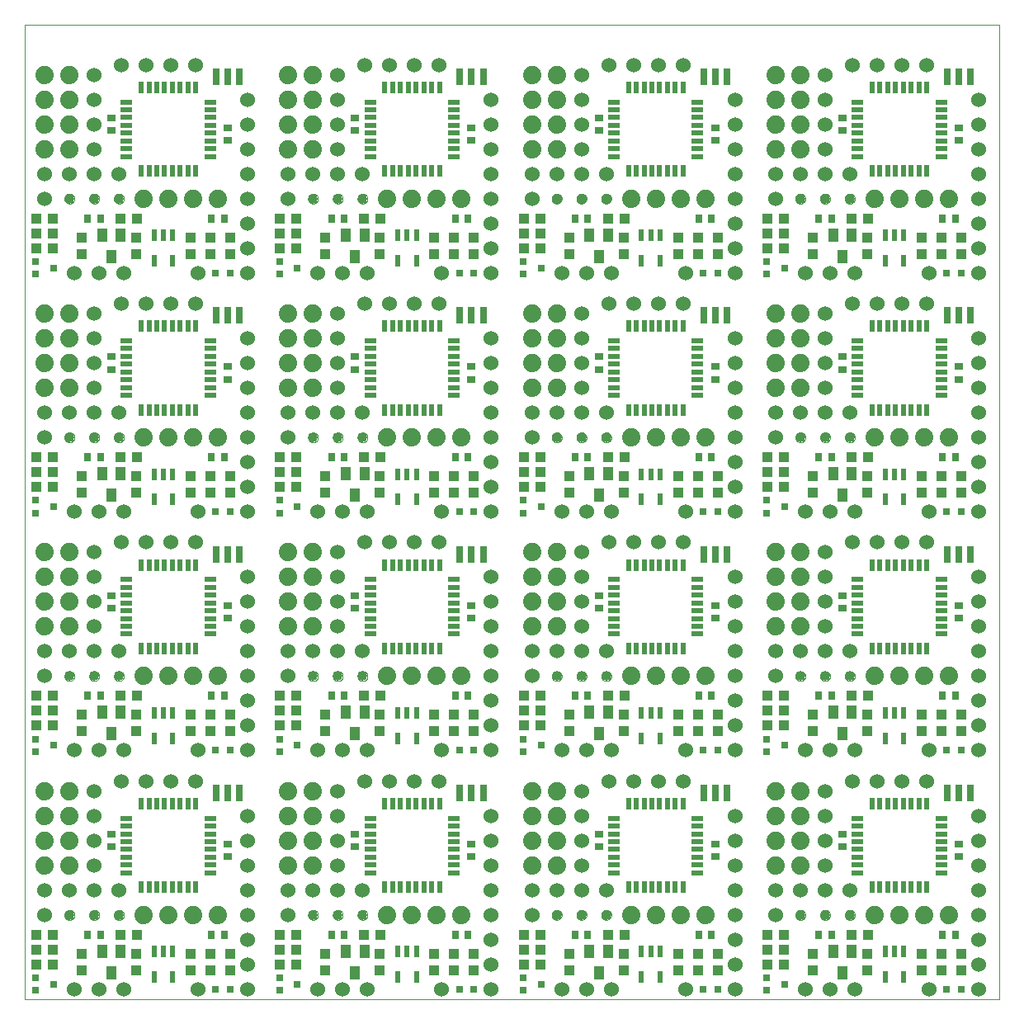
<source format=gts>
G75*
%MOIN*%
%OFA0B0*%
%FSLAX25Y25*%
%IPPOS*%
%LPD*%
%AMOC8*
5,1,8,0,0,1.08239X$1,22.5*
%
%ADD10C,0.00000*%
%ADD11C,0.04000*%
%ADD12C,0.00394*%
%ADD13R,0.02756X0.03543*%
%ADD14R,0.04331X0.03937*%
%ADD15R,0.03543X0.02756*%
%ADD16R,0.02756X0.06693*%
%ADD17R,0.05000X0.02200*%
%ADD18R,0.02200X0.05000*%
%ADD19R,0.02756X0.02756*%
%ADD20R,0.03937X0.05512*%
%ADD21R,0.02165X0.04724*%
%ADD22R,0.03937X0.04331*%
%ADD23R,0.03150X0.03150*%
%ADD24C,0.06000*%
%ADD25C,0.07400*%
D10*
X0020937Y0038937D02*
X0020939Y0039026D01*
X0020945Y0039115D01*
X0020955Y0039204D01*
X0020969Y0039292D01*
X0020986Y0039379D01*
X0021008Y0039465D01*
X0021034Y0039551D01*
X0021063Y0039635D01*
X0021096Y0039718D01*
X0021132Y0039799D01*
X0021173Y0039879D01*
X0021216Y0039956D01*
X0021263Y0040032D01*
X0021314Y0040105D01*
X0021367Y0040176D01*
X0021424Y0040245D01*
X0021484Y0040311D01*
X0021547Y0040375D01*
X0021612Y0040435D01*
X0021680Y0040493D01*
X0021751Y0040547D01*
X0021824Y0040598D01*
X0021899Y0040646D01*
X0021976Y0040691D01*
X0022055Y0040732D01*
X0022136Y0040769D01*
X0022218Y0040803D01*
X0022302Y0040834D01*
X0022387Y0040860D01*
X0022473Y0040883D01*
X0022560Y0040901D01*
X0022648Y0040916D01*
X0022737Y0040927D01*
X0022826Y0040934D01*
X0022915Y0040937D01*
X0023004Y0040936D01*
X0023093Y0040931D01*
X0023181Y0040922D01*
X0023270Y0040909D01*
X0023357Y0040892D01*
X0023444Y0040872D01*
X0023530Y0040847D01*
X0023614Y0040819D01*
X0023697Y0040787D01*
X0023779Y0040751D01*
X0023859Y0040712D01*
X0023937Y0040669D01*
X0024013Y0040623D01*
X0024087Y0040573D01*
X0024159Y0040520D01*
X0024228Y0040464D01*
X0024295Y0040405D01*
X0024359Y0040343D01*
X0024420Y0040279D01*
X0024479Y0040211D01*
X0024534Y0040141D01*
X0024586Y0040069D01*
X0024635Y0039994D01*
X0024680Y0039918D01*
X0024722Y0039839D01*
X0024760Y0039759D01*
X0024795Y0039677D01*
X0024826Y0039593D01*
X0024854Y0039508D01*
X0024877Y0039422D01*
X0024897Y0039335D01*
X0024913Y0039248D01*
X0024925Y0039159D01*
X0024933Y0039071D01*
X0024937Y0038982D01*
X0024937Y0038892D01*
X0024933Y0038803D01*
X0024925Y0038715D01*
X0024913Y0038626D01*
X0024897Y0038539D01*
X0024877Y0038452D01*
X0024854Y0038366D01*
X0024826Y0038281D01*
X0024795Y0038197D01*
X0024760Y0038115D01*
X0024722Y0038035D01*
X0024680Y0037956D01*
X0024635Y0037880D01*
X0024586Y0037805D01*
X0024534Y0037733D01*
X0024479Y0037663D01*
X0024420Y0037595D01*
X0024359Y0037531D01*
X0024295Y0037469D01*
X0024228Y0037410D01*
X0024159Y0037354D01*
X0024087Y0037301D01*
X0024013Y0037251D01*
X0023937Y0037205D01*
X0023859Y0037162D01*
X0023779Y0037123D01*
X0023697Y0037087D01*
X0023614Y0037055D01*
X0023530Y0037027D01*
X0023444Y0037002D01*
X0023357Y0036982D01*
X0023270Y0036965D01*
X0023181Y0036952D01*
X0023093Y0036943D01*
X0023004Y0036938D01*
X0022915Y0036937D01*
X0022826Y0036940D01*
X0022737Y0036947D01*
X0022648Y0036958D01*
X0022560Y0036973D01*
X0022473Y0036991D01*
X0022387Y0037014D01*
X0022302Y0037040D01*
X0022218Y0037071D01*
X0022136Y0037105D01*
X0022055Y0037142D01*
X0021976Y0037183D01*
X0021899Y0037228D01*
X0021824Y0037276D01*
X0021751Y0037327D01*
X0021680Y0037381D01*
X0021612Y0037439D01*
X0021547Y0037499D01*
X0021484Y0037563D01*
X0021424Y0037629D01*
X0021367Y0037698D01*
X0021314Y0037769D01*
X0021263Y0037842D01*
X0021216Y0037918D01*
X0021173Y0037995D01*
X0021132Y0038075D01*
X0021096Y0038156D01*
X0021063Y0038239D01*
X0021034Y0038323D01*
X0021008Y0038409D01*
X0020986Y0038495D01*
X0020969Y0038582D01*
X0020955Y0038670D01*
X0020945Y0038759D01*
X0020939Y0038848D01*
X0020937Y0038937D01*
X0030937Y0038937D02*
X0030939Y0039026D01*
X0030945Y0039115D01*
X0030955Y0039204D01*
X0030969Y0039292D01*
X0030986Y0039379D01*
X0031008Y0039465D01*
X0031034Y0039551D01*
X0031063Y0039635D01*
X0031096Y0039718D01*
X0031132Y0039799D01*
X0031173Y0039879D01*
X0031216Y0039956D01*
X0031263Y0040032D01*
X0031314Y0040105D01*
X0031367Y0040176D01*
X0031424Y0040245D01*
X0031484Y0040311D01*
X0031547Y0040375D01*
X0031612Y0040435D01*
X0031680Y0040493D01*
X0031751Y0040547D01*
X0031824Y0040598D01*
X0031899Y0040646D01*
X0031976Y0040691D01*
X0032055Y0040732D01*
X0032136Y0040769D01*
X0032218Y0040803D01*
X0032302Y0040834D01*
X0032387Y0040860D01*
X0032473Y0040883D01*
X0032560Y0040901D01*
X0032648Y0040916D01*
X0032737Y0040927D01*
X0032826Y0040934D01*
X0032915Y0040937D01*
X0033004Y0040936D01*
X0033093Y0040931D01*
X0033181Y0040922D01*
X0033270Y0040909D01*
X0033357Y0040892D01*
X0033444Y0040872D01*
X0033530Y0040847D01*
X0033614Y0040819D01*
X0033697Y0040787D01*
X0033779Y0040751D01*
X0033859Y0040712D01*
X0033937Y0040669D01*
X0034013Y0040623D01*
X0034087Y0040573D01*
X0034159Y0040520D01*
X0034228Y0040464D01*
X0034295Y0040405D01*
X0034359Y0040343D01*
X0034420Y0040279D01*
X0034479Y0040211D01*
X0034534Y0040141D01*
X0034586Y0040069D01*
X0034635Y0039994D01*
X0034680Y0039918D01*
X0034722Y0039839D01*
X0034760Y0039759D01*
X0034795Y0039677D01*
X0034826Y0039593D01*
X0034854Y0039508D01*
X0034877Y0039422D01*
X0034897Y0039335D01*
X0034913Y0039248D01*
X0034925Y0039159D01*
X0034933Y0039071D01*
X0034937Y0038982D01*
X0034937Y0038892D01*
X0034933Y0038803D01*
X0034925Y0038715D01*
X0034913Y0038626D01*
X0034897Y0038539D01*
X0034877Y0038452D01*
X0034854Y0038366D01*
X0034826Y0038281D01*
X0034795Y0038197D01*
X0034760Y0038115D01*
X0034722Y0038035D01*
X0034680Y0037956D01*
X0034635Y0037880D01*
X0034586Y0037805D01*
X0034534Y0037733D01*
X0034479Y0037663D01*
X0034420Y0037595D01*
X0034359Y0037531D01*
X0034295Y0037469D01*
X0034228Y0037410D01*
X0034159Y0037354D01*
X0034087Y0037301D01*
X0034013Y0037251D01*
X0033937Y0037205D01*
X0033859Y0037162D01*
X0033779Y0037123D01*
X0033697Y0037087D01*
X0033614Y0037055D01*
X0033530Y0037027D01*
X0033444Y0037002D01*
X0033357Y0036982D01*
X0033270Y0036965D01*
X0033181Y0036952D01*
X0033093Y0036943D01*
X0033004Y0036938D01*
X0032915Y0036937D01*
X0032826Y0036940D01*
X0032737Y0036947D01*
X0032648Y0036958D01*
X0032560Y0036973D01*
X0032473Y0036991D01*
X0032387Y0037014D01*
X0032302Y0037040D01*
X0032218Y0037071D01*
X0032136Y0037105D01*
X0032055Y0037142D01*
X0031976Y0037183D01*
X0031899Y0037228D01*
X0031824Y0037276D01*
X0031751Y0037327D01*
X0031680Y0037381D01*
X0031612Y0037439D01*
X0031547Y0037499D01*
X0031484Y0037563D01*
X0031424Y0037629D01*
X0031367Y0037698D01*
X0031314Y0037769D01*
X0031263Y0037842D01*
X0031216Y0037918D01*
X0031173Y0037995D01*
X0031132Y0038075D01*
X0031096Y0038156D01*
X0031063Y0038239D01*
X0031034Y0038323D01*
X0031008Y0038409D01*
X0030986Y0038495D01*
X0030969Y0038582D01*
X0030955Y0038670D01*
X0030945Y0038759D01*
X0030939Y0038848D01*
X0030937Y0038937D01*
X0040937Y0038937D02*
X0040939Y0039026D01*
X0040945Y0039115D01*
X0040955Y0039204D01*
X0040969Y0039292D01*
X0040986Y0039379D01*
X0041008Y0039465D01*
X0041034Y0039551D01*
X0041063Y0039635D01*
X0041096Y0039718D01*
X0041132Y0039799D01*
X0041173Y0039879D01*
X0041216Y0039956D01*
X0041263Y0040032D01*
X0041314Y0040105D01*
X0041367Y0040176D01*
X0041424Y0040245D01*
X0041484Y0040311D01*
X0041547Y0040375D01*
X0041612Y0040435D01*
X0041680Y0040493D01*
X0041751Y0040547D01*
X0041824Y0040598D01*
X0041899Y0040646D01*
X0041976Y0040691D01*
X0042055Y0040732D01*
X0042136Y0040769D01*
X0042218Y0040803D01*
X0042302Y0040834D01*
X0042387Y0040860D01*
X0042473Y0040883D01*
X0042560Y0040901D01*
X0042648Y0040916D01*
X0042737Y0040927D01*
X0042826Y0040934D01*
X0042915Y0040937D01*
X0043004Y0040936D01*
X0043093Y0040931D01*
X0043181Y0040922D01*
X0043270Y0040909D01*
X0043357Y0040892D01*
X0043444Y0040872D01*
X0043530Y0040847D01*
X0043614Y0040819D01*
X0043697Y0040787D01*
X0043779Y0040751D01*
X0043859Y0040712D01*
X0043937Y0040669D01*
X0044013Y0040623D01*
X0044087Y0040573D01*
X0044159Y0040520D01*
X0044228Y0040464D01*
X0044295Y0040405D01*
X0044359Y0040343D01*
X0044420Y0040279D01*
X0044479Y0040211D01*
X0044534Y0040141D01*
X0044586Y0040069D01*
X0044635Y0039994D01*
X0044680Y0039918D01*
X0044722Y0039839D01*
X0044760Y0039759D01*
X0044795Y0039677D01*
X0044826Y0039593D01*
X0044854Y0039508D01*
X0044877Y0039422D01*
X0044897Y0039335D01*
X0044913Y0039248D01*
X0044925Y0039159D01*
X0044933Y0039071D01*
X0044937Y0038982D01*
X0044937Y0038892D01*
X0044933Y0038803D01*
X0044925Y0038715D01*
X0044913Y0038626D01*
X0044897Y0038539D01*
X0044877Y0038452D01*
X0044854Y0038366D01*
X0044826Y0038281D01*
X0044795Y0038197D01*
X0044760Y0038115D01*
X0044722Y0038035D01*
X0044680Y0037956D01*
X0044635Y0037880D01*
X0044586Y0037805D01*
X0044534Y0037733D01*
X0044479Y0037663D01*
X0044420Y0037595D01*
X0044359Y0037531D01*
X0044295Y0037469D01*
X0044228Y0037410D01*
X0044159Y0037354D01*
X0044087Y0037301D01*
X0044013Y0037251D01*
X0043937Y0037205D01*
X0043859Y0037162D01*
X0043779Y0037123D01*
X0043697Y0037087D01*
X0043614Y0037055D01*
X0043530Y0037027D01*
X0043444Y0037002D01*
X0043357Y0036982D01*
X0043270Y0036965D01*
X0043181Y0036952D01*
X0043093Y0036943D01*
X0043004Y0036938D01*
X0042915Y0036937D01*
X0042826Y0036940D01*
X0042737Y0036947D01*
X0042648Y0036958D01*
X0042560Y0036973D01*
X0042473Y0036991D01*
X0042387Y0037014D01*
X0042302Y0037040D01*
X0042218Y0037071D01*
X0042136Y0037105D01*
X0042055Y0037142D01*
X0041976Y0037183D01*
X0041899Y0037228D01*
X0041824Y0037276D01*
X0041751Y0037327D01*
X0041680Y0037381D01*
X0041612Y0037439D01*
X0041547Y0037499D01*
X0041484Y0037563D01*
X0041424Y0037629D01*
X0041367Y0037698D01*
X0041314Y0037769D01*
X0041263Y0037842D01*
X0041216Y0037918D01*
X0041173Y0037995D01*
X0041132Y0038075D01*
X0041096Y0038156D01*
X0041063Y0038239D01*
X0041034Y0038323D01*
X0041008Y0038409D01*
X0040986Y0038495D01*
X0040969Y0038582D01*
X0040955Y0038670D01*
X0040945Y0038759D01*
X0040939Y0038848D01*
X0040937Y0038937D01*
X0119362Y0038937D02*
X0119364Y0039026D01*
X0119370Y0039115D01*
X0119380Y0039204D01*
X0119394Y0039292D01*
X0119411Y0039379D01*
X0119433Y0039465D01*
X0119459Y0039551D01*
X0119488Y0039635D01*
X0119521Y0039718D01*
X0119557Y0039799D01*
X0119598Y0039879D01*
X0119641Y0039956D01*
X0119688Y0040032D01*
X0119739Y0040105D01*
X0119792Y0040176D01*
X0119849Y0040245D01*
X0119909Y0040311D01*
X0119972Y0040375D01*
X0120037Y0040435D01*
X0120105Y0040493D01*
X0120176Y0040547D01*
X0120249Y0040598D01*
X0120324Y0040646D01*
X0120401Y0040691D01*
X0120480Y0040732D01*
X0120561Y0040769D01*
X0120643Y0040803D01*
X0120727Y0040834D01*
X0120812Y0040860D01*
X0120898Y0040883D01*
X0120985Y0040901D01*
X0121073Y0040916D01*
X0121162Y0040927D01*
X0121251Y0040934D01*
X0121340Y0040937D01*
X0121429Y0040936D01*
X0121518Y0040931D01*
X0121606Y0040922D01*
X0121695Y0040909D01*
X0121782Y0040892D01*
X0121869Y0040872D01*
X0121955Y0040847D01*
X0122039Y0040819D01*
X0122122Y0040787D01*
X0122204Y0040751D01*
X0122284Y0040712D01*
X0122362Y0040669D01*
X0122438Y0040623D01*
X0122512Y0040573D01*
X0122584Y0040520D01*
X0122653Y0040464D01*
X0122720Y0040405D01*
X0122784Y0040343D01*
X0122845Y0040279D01*
X0122904Y0040211D01*
X0122959Y0040141D01*
X0123011Y0040069D01*
X0123060Y0039994D01*
X0123105Y0039918D01*
X0123147Y0039839D01*
X0123185Y0039759D01*
X0123220Y0039677D01*
X0123251Y0039593D01*
X0123279Y0039508D01*
X0123302Y0039422D01*
X0123322Y0039335D01*
X0123338Y0039248D01*
X0123350Y0039159D01*
X0123358Y0039071D01*
X0123362Y0038982D01*
X0123362Y0038892D01*
X0123358Y0038803D01*
X0123350Y0038715D01*
X0123338Y0038626D01*
X0123322Y0038539D01*
X0123302Y0038452D01*
X0123279Y0038366D01*
X0123251Y0038281D01*
X0123220Y0038197D01*
X0123185Y0038115D01*
X0123147Y0038035D01*
X0123105Y0037956D01*
X0123060Y0037880D01*
X0123011Y0037805D01*
X0122959Y0037733D01*
X0122904Y0037663D01*
X0122845Y0037595D01*
X0122784Y0037531D01*
X0122720Y0037469D01*
X0122653Y0037410D01*
X0122584Y0037354D01*
X0122512Y0037301D01*
X0122438Y0037251D01*
X0122362Y0037205D01*
X0122284Y0037162D01*
X0122204Y0037123D01*
X0122122Y0037087D01*
X0122039Y0037055D01*
X0121955Y0037027D01*
X0121869Y0037002D01*
X0121782Y0036982D01*
X0121695Y0036965D01*
X0121606Y0036952D01*
X0121518Y0036943D01*
X0121429Y0036938D01*
X0121340Y0036937D01*
X0121251Y0036940D01*
X0121162Y0036947D01*
X0121073Y0036958D01*
X0120985Y0036973D01*
X0120898Y0036991D01*
X0120812Y0037014D01*
X0120727Y0037040D01*
X0120643Y0037071D01*
X0120561Y0037105D01*
X0120480Y0037142D01*
X0120401Y0037183D01*
X0120324Y0037228D01*
X0120249Y0037276D01*
X0120176Y0037327D01*
X0120105Y0037381D01*
X0120037Y0037439D01*
X0119972Y0037499D01*
X0119909Y0037563D01*
X0119849Y0037629D01*
X0119792Y0037698D01*
X0119739Y0037769D01*
X0119688Y0037842D01*
X0119641Y0037918D01*
X0119598Y0037995D01*
X0119557Y0038075D01*
X0119521Y0038156D01*
X0119488Y0038239D01*
X0119459Y0038323D01*
X0119433Y0038409D01*
X0119411Y0038495D01*
X0119394Y0038582D01*
X0119380Y0038670D01*
X0119370Y0038759D01*
X0119364Y0038848D01*
X0119362Y0038937D01*
X0129362Y0038937D02*
X0129364Y0039026D01*
X0129370Y0039115D01*
X0129380Y0039204D01*
X0129394Y0039292D01*
X0129411Y0039379D01*
X0129433Y0039465D01*
X0129459Y0039551D01*
X0129488Y0039635D01*
X0129521Y0039718D01*
X0129557Y0039799D01*
X0129598Y0039879D01*
X0129641Y0039956D01*
X0129688Y0040032D01*
X0129739Y0040105D01*
X0129792Y0040176D01*
X0129849Y0040245D01*
X0129909Y0040311D01*
X0129972Y0040375D01*
X0130037Y0040435D01*
X0130105Y0040493D01*
X0130176Y0040547D01*
X0130249Y0040598D01*
X0130324Y0040646D01*
X0130401Y0040691D01*
X0130480Y0040732D01*
X0130561Y0040769D01*
X0130643Y0040803D01*
X0130727Y0040834D01*
X0130812Y0040860D01*
X0130898Y0040883D01*
X0130985Y0040901D01*
X0131073Y0040916D01*
X0131162Y0040927D01*
X0131251Y0040934D01*
X0131340Y0040937D01*
X0131429Y0040936D01*
X0131518Y0040931D01*
X0131606Y0040922D01*
X0131695Y0040909D01*
X0131782Y0040892D01*
X0131869Y0040872D01*
X0131955Y0040847D01*
X0132039Y0040819D01*
X0132122Y0040787D01*
X0132204Y0040751D01*
X0132284Y0040712D01*
X0132362Y0040669D01*
X0132438Y0040623D01*
X0132512Y0040573D01*
X0132584Y0040520D01*
X0132653Y0040464D01*
X0132720Y0040405D01*
X0132784Y0040343D01*
X0132845Y0040279D01*
X0132904Y0040211D01*
X0132959Y0040141D01*
X0133011Y0040069D01*
X0133060Y0039994D01*
X0133105Y0039918D01*
X0133147Y0039839D01*
X0133185Y0039759D01*
X0133220Y0039677D01*
X0133251Y0039593D01*
X0133279Y0039508D01*
X0133302Y0039422D01*
X0133322Y0039335D01*
X0133338Y0039248D01*
X0133350Y0039159D01*
X0133358Y0039071D01*
X0133362Y0038982D01*
X0133362Y0038892D01*
X0133358Y0038803D01*
X0133350Y0038715D01*
X0133338Y0038626D01*
X0133322Y0038539D01*
X0133302Y0038452D01*
X0133279Y0038366D01*
X0133251Y0038281D01*
X0133220Y0038197D01*
X0133185Y0038115D01*
X0133147Y0038035D01*
X0133105Y0037956D01*
X0133060Y0037880D01*
X0133011Y0037805D01*
X0132959Y0037733D01*
X0132904Y0037663D01*
X0132845Y0037595D01*
X0132784Y0037531D01*
X0132720Y0037469D01*
X0132653Y0037410D01*
X0132584Y0037354D01*
X0132512Y0037301D01*
X0132438Y0037251D01*
X0132362Y0037205D01*
X0132284Y0037162D01*
X0132204Y0037123D01*
X0132122Y0037087D01*
X0132039Y0037055D01*
X0131955Y0037027D01*
X0131869Y0037002D01*
X0131782Y0036982D01*
X0131695Y0036965D01*
X0131606Y0036952D01*
X0131518Y0036943D01*
X0131429Y0036938D01*
X0131340Y0036937D01*
X0131251Y0036940D01*
X0131162Y0036947D01*
X0131073Y0036958D01*
X0130985Y0036973D01*
X0130898Y0036991D01*
X0130812Y0037014D01*
X0130727Y0037040D01*
X0130643Y0037071D01*
X0130561Y0037105D01*
X0130480Y0037142D01*
X0130401Y0037183D01*
X0130324Y0037228D01*
X0130249Y0037276D01*
X0130176Y0037327D01*
X0130105Y0037381D01*
X0130037Y0037439D01*
X0129972Y0037499D01*
X0129909Y0037563D01*
X0129849Y0037629D01*
X0129792Y0037698D01*
X0129739Y0037769D01*
X0129688Y0037842D01*
X0129641Y0037918D01*
X0129598Y0037995D01*
X0129557Y0038075D01*
X0129521Y0038156D01*
X0129488Y0038239D01*
X0129459Y0038323D01*
X0129433Y0038409D01*
X0129411Y0038495D01*
X0129394Y0038582D01*
X0129380Y0038670D01*
X0129370Y0038759D01*
X0129364Y0038848D01*
X0129362Y0038937D01*
X0139362Y0038937D02*
X0139364Y0039026D01*
X0139370Y0039115D01*
X0139380Y0039204D01*
X0139394Y0039292D01*
X0139411Y0039379D01*
X0139433Y0039465D01*
X0139459Y0039551D01*
X0139488Y0039635D01*
X0139521Y0039718D01*
X0139557Y0039799D01*
X0139598Y0039879D01*
X0139641Y0039956D01*
X0139688Y0040032D01*
X0139739Y0040105D01*
X0139792Y0040176D01*
X0139849Y0040245D01*
X0139909Y0040311D01*
X0139972Y0040375D01*
X0140037Y0040435D01*
X0140105Y0040493D01*
X0140176Y0040547D01*
X0140249Y0040598D01*
X0140324Y0040646D01*
X0140401Y0040691D01*
X0140480Y0040732D01*
X0140561Y0040769D01*
X0140643Y0040803D01*
X0140727Y0040834D01*
X0140812Y0040860D01*
X0140898Y0040883D01*
X0140985Y0040901D01*
X0141073Y0040916D01*
X0141162Y0040927D01*
X0141251Y0040934D01*
X0141340Y0040937D01*
X0141429Y0040936D01*
X0141518Y0040931D01*
X0141606Y0040922D01*
X0141695Y0040909D01*
X0141782Y0040892D01*
X0141869Y0040872D01*
X0141955Y0040847D01*
X0142039Y0040819D01*
X0142122Y0040787D01*
X0142204Y0040751D01*
X0142284Y0040712D01*
X0142362Y0040669D01*
X0142438Y0040623D01*
X0142512Y0040573D01*
X0142584Y0040520D01*
X0142653Y0040464D01*
X0142720Y0040405D01*
X0142784Y0040343D01*
X0142845Y0040279D01*
X0142904Y0040211D01*
X0142959Y0040141D01*
X0143011Y0040069D01*
X0143060Y0039994D01*
X0143105Y0039918D01*
X0143147Y0039839D01*
X0143185Y0039759D01*
X0143220Y0039677D01*
X0143251Y0039593D01*
X0143279Y0039508D01*
X0143302Y0039422D01*
X0143322Y0039335D01*
X0143338Y0039248D01*
X0143350Y0039159D01*
X0143358Y0039071D01*
X0143362Y0038982D01*
X0143362Y0038892D01*
X0143358Y0038803D01*
X0143350Y0038715D01*
X0143338Y0038626D01*
X0143322Y0038539D01*
X0143302Y0038452D01*
X0143279Y0038366D01*
X0143251Y0038281D01*
X0143220Y0038197D01*
X0143185Y0038115D01*
X0143147Y0038035D01*
X0143105Y0037956D01*
X0143060Y0037880D01*
X0143011Y0037805D01*
X0142959Y0037733D01*
X0142904Y0037663D01*
X0142845Y0037595D01*
X0142784Y0037531D01*
X0142720Y0037469D01*
X0142653Y0037410D01*
X0142584Y0037354D01*
X0142512Y0037301D01*
X0142438Y0037251D01*
X0142362Y0037205D01*
X0142284Y0037162D01*
X0142204Y0037123D01*
X0142122Y0037087D01*
X0142039Y0037055D01*
X0141955Y0037027D01*
X0141869Y0037002D01*
X0141782Y0036982D01*
X0141695Y0036965D01*
X0141606Y0036952D01*
X0141518Y0036943D01*
X0141429Y0036938D01*
X0141340Y0036937D01*
X0141251Y0036940D01*
X0141162Y0036947D01*
X0141073Y0036958D01*
X0140985Y0036973D01*
X0140898Y0036991D01*
X0140812Y0037014D01*
X0140727Y0037040D01*
X0140643Y0037071D01*
X0140561Y0037105D01*
X0140480Y0037142D01*
X0140401Y0037183D01*
X0140324Y0037228D01*
X0140249Y0037276D01*
X0140176Y0037327D01*
X0140105Y0037381D01*
X0140037Y0037439D01*
X0139972Y0037499D01*
X0139909Y0037563D01*
X0139849Y0037629D01*
X0139792Y0037698D01*
X0139739Y0037769D01*
X0139688Y0037842D01*
X0139641Y0037918D01*
X0139598Y0037995D01*
X0139557Y0038075D01*
X0139521Y0038156D01*
X0139488Y0038239D01*
X0139459Y0038323D01*
X0139433Y0038409D01*
X0139411Y0038495D01*
X0139394Y0038582D01*
X0139380Y0038670D01*
X0139370Y0038759D01*
X0139364Y0038848D01*
X0139362Y0038937D01*
X0217787Y0038937D02*
X0217789Y0039026D01*
X0217795Y0039115D01*
X0217805Y0039204D01*
X0217819Y0039292D01*
X0217836Y0039379D01*
X0217858Y0039465D01*
X0217884Y0039551D01*
X0217913Y0039635D01*
X0217946Y0039718D01*
X0217982Y0039799D01*
X0218023Y0039879D01*
X0218066Y0039956D01*
X0218113Y0040032D01*
X0218164Y0040105D01*
X0218217Y0040176D01*
X0218274Y0040245D01*
X0218334Y0040311D01*
X0218397Y0040375D01*
X0218462Y0040435D01*
X0218530Y0040493D01*
X0218601Y0040547D01*
X0218674Y0040598D01*
X0218749Y0040646D01*
X0218826Y0040691D01*
X0218905Y0040732D01*
X0218986Y0040769D01*
X0219068Y0040803D01*
X0219152Y0040834D01*
X0219237Y0040860D01*
X0219323Y0040883D01*
X0219410Y0040901D01*
X0219498Y0040916D01*
X0219587Y0040927D01*
X0219676Y0040934D01*
X0219765Y0040937D01*
X0219854Y0040936D01*
X0219943Y0040931D01*
X0220031Y0040922D01*
X0220120Y0040909D01*
X0220207Y0040892D01*
X0220294Y0040872D01*
X0220380Y0040847D01*
X0220464Y0040819D01*
X0220547Y0040787D01*
X0220629Y0040751D01*
X0220709Y0040712D01*
X0220787Y0040669D01*
X0220863Y0040623D01*
X0220937Y0040573D01*
X0221009Y0040520D01*
X0221078Y0040464D01*
X0221145Y0040405D01*
X0221209Y0040343D01*
X0221270Y0040279D01*
X0221329Y0040211D01*
X0221384Y0040141D01*
X0221436Y0040069D01*
X0221485Y0039994D01*
X0221530Y0039918D01*
X0221572Y0039839D01*
X0221610Y0039759D01*
X0221645Y0039677D01*
X0221676Y0039593D01*
X0221704Y0039508D01*
X0221727Y0039422D01*
X0221747Y0039335D01*
X0221763Y0039248D01*
X0221775Y0039159D01*
X0221783Y0039071D01*
X0221787Y0038982D01*
X0221787Y0038892D01*
X0221783Y0038803D01*
X0221775Y0038715D01*
X0221763Y0038626D01*
X0221747Y0038539D01*
X0221727Y0038452D01*
X0221704Y0038366D01*
X0221676Y0038281D01*
X0221645Y0038197D01*
X0221610Y0038115D01*
X0221572Y0038035D01*
X0221530Y0037956D01*
X0221485Y0037880D01*
X0221436Y0037805D01*
X0221384Y0037733D01*
X0221329Y0037663D01*
X0221270Y0037595D01*
X0221209Y0037531D01*
X0221145Y0037469D01*
X0221078Y0037410D01*
X0221009Y0037354D01*
X0220937Y0037301D01*
X0220863Y0037251D01*
X0220787Y0037205D01*
X0220709Y0037162D01*
X0220629Y0037123D01*
X0220547Y0037087D01*
X0220464Y0037055D01*
X0220380Y0037027D01*
X0220294Y0037002D01*
X0220207Y0036982D01*
X0220120Y0036965D01*
X0220031Y0036952D01*
X0219943Y0036943D01*
X0219854Y0036938D01*
X0219765Y0036937D01*
X0219676Y0036940D01*
X0219587Y0036947D01*
X0219498Y0036958D01*
X0219410Y0036973D01*
X0219323Y0036991D01*
X0219237Y0037014D01*
X0219152Y0037040D01*
X0219068Y0037071D01*
X0218986Y0037105D01*
X0218905Y0037142D01*
X0218826Y0037183D01*
X0218749Y0037228D01*
X0218674Y0037276D01*
X0218601Y0037327D01*
X0218530Y0037381D01*
X0218462Y0037439D01*
X0218397Y0037499D01*
X0218334Y0037563D01*
X0218274Y0037629D01*
X0218217Y0037698D01*
X0218164Y0037769D01*
X0218113Y0037842D01*
X0218066Y0037918D01*
X0218023Y0037995D01*
X0217982Y0038075D01*
X0217946Y0038156D01*
X0217913Y0038239D01*
X0217884Y0038323D01*
X0217858Y0038409D01*
X0217836Y0038495D01*
X0217819Y0038582D01*
X0217805Y0038670D01*
X0217795Y0038759D01*
X0217789Y0038848D01*
X0217787Y0038937D01*
X0227787Y0038937D02*
X0227789Y0039026D01*
X0227795Y0039115D01*
X0227805Y0039204D01*
X0227819Y0039292D01*
X0227836Y0039379D01*
X0227858Y0039465D01*
X0227884Y0039551D01*
X0227913Y0039635D01*
X0227946Y0039718D01*
X0227982Y0039799D01*
X0228023Y0039879D01*
X0228066Y0039956D01*
X0228113Y0040032D01*
X0228164Y0040105D01*
X0228217Y0040176D01*
X0228274Y0040245D01*
X0228334Y0040311D01*
X0228397Y0040375D01*
X0228462Y0040435D01*
X0228530Y0040493D01*
X0228601Y0040547D01*
X0228674Y0040598D01*
X0228749Y0040646D01*
X0228826Y0040691D01*
X0228905Y0040732D01*
X0228986Y0040769D01*
X0229068Y0040803D01*
X0229152Y0040834D01*
X0229237Y0040860D01*
X0229323Y0040883D01*
X0229410Y0040901D01*
X0229498Y0040916D01*
X0229587Y0040927D01*
X0229676Y0040934D01*
X0229765Y0040937D01*
X0229854Y0040936D01*
X0229943Y0040931D01*
X0230031Y0040922D01*
X0230120Y0040909D01*
X0230207Y0040892D01*
X0230294Y0040872D01*
X0230380Y0040847D01*
X0230464Y0040819D01*
X0230547Y0040787D01*
X0230629Y0040751D01*
X0230709Y0040712D01*
X0230787Y0040669D01*
X0230863Y0040623D01*
X0230937Y0040573D01*
X0231009Y0040520D01*
X0231078Y0040464D01*
X0231145Y0040405D01*
X0231209Y0040343D01*
X0231270Y0040279D01*
X0231329Y0040211D01*
X0231384Y0040141D01*
X0231436Y0040069D01*
X0231485Y0039994D01*
X0231530Y0039918D01*
X0231572Y0039839D01*
X0231610Y0039759D01*
X0231645Y0039677D01*
X0231676Y0039593D01*
X0231704Y0039508D01*
X0231727Y0039422D01*
X0231747Y0039335D01*
X0231763Y0039248D01*
X0231775Y0039159D01*
X0231783Y0039071D01*
X0231787Y0038982D01*
X0231787Y0038892D01*
X0231783Y0038803D01*
X0231775Y0038715D01*
X0231763Y0038626D01*
X0231747Y0038539D01*
X0231727Y0038452D01*
X0231704Y0038366D01*
X0231676Y0038281D01*
X0231645Y0038197D01*
X0231610Y0038115D01*
X0231572Y0038035D01*
X0231530Y0037956D01*
X0231485Y0037880D01*
X0231436Y0037805D01*
X0231384Y0037733D01*
X0231329Y0037663D01*
X0231270Y0037595D01*
X0231209Y0037531D01*
X0231145Y0037469D01*
X0231078Y0037410D01*
X0231009Y0037354D01*
X0230937Y0037301D01*
X0230863Y0037251D01*
X0230787Y0037205D01*
X0230709Y0037162D01*
X0230629Y0037123D01*
X0230547Y0037087D01*
X0230464Y0037055D01*
X0230380Y0037027D01*
X0230294Y0037002D01*
X0230207Y0036982D01*
X0230120Y0036965D01*
X0230031Y0036952D01*
X0229943Y0036943D01*
X0229854Y0036938D01*
X0229765Y0036937D01*
X0229676Y0036940D01*
X0229587Y0036947D01*
X0229498Y0036958D01*
X0229410Y0036973D01*
X0229323Y0036991D01*
X0229237Y0037014D01*
X0229152Y0037040D01*
X0229068Y0037071D01*
X0228986Y0037105D01*
X0228905Y0037142D01*
X0228826Y0037183D01*
X0228749Y0037228D01*
X0228674Y0037276D01*
X0228601Y0037327D01*
X0228530Y0037381D01*
X0228462Y0037439D01*
X0228397Y0037499D01*
X0228334Y0037563D01*
X0228274Y0037629D01*
X0228217Y0037698D01*
X0228164Y0037769D01*
X0228113Y0037842D01*
X0228066Y0037918D01*
X0228023Y0037995D01*
X0227982Y0038075D01*
X0227946Y0038156D01*
X0227913Y0038239D01*
X0227884Y0038323D01*
X0227858Y0038409D01*
X0227836Y0038495D01*
X0227819Y0038582D01*
X0227805Y0038670D01*
X0227795Y0038759D01*
X0227789Y0038848D01*
X0227787Y0038937D01*
X0237787Y0038937D02*
X0237789Y0039026D01*
X0237795Y0039115D01*
X0237805Y0039204D01*
X0237819Y0039292D01*
X0237836Y0039379D01*
X0237858Y0039465D01*
X0237884Y0039551D01*
X0237913Y0039635D01*
X0237946Y0039718D01*
X0237982Y0039799D01*
X0238023Y0039879D01*
X0238066Y0039956D01*
X0238113Y0040032D01*
X0238164Y0040105D01*
X0238217Y0040176D01*
X0238274Y0040245D01*
X0238334Y0040311D01*
X0238397Y0040375D01*
X0238462Y0040435D01*
X0238530Y0040493D01*
X0238601Y0040547D01*
X0238674Y0040598D01*
X0238749Y0040646D01*
X0238826Y0040691D01*
X0238905Y0040732D01*
X0238986Y0040769D01*
X0239068Y0040803D01*
X0239152Y0040834D01*
X0239237Y0040860D01*
X0239323Y0040883D01*
X0239410Y0040901D01*
X0239498Y0040916D01*
X0239587Y0040927D01*
X0239676Y0040934D01*
X0239765Y0040937D01*
X0239854Y0040936D01*
X0239943Y0040931D01*
X0240031Y0040922D01*
X0240120Y0040909D01*
X0240207Y0040892D01*
X0240294Y0040872D01*
X0240380Y0040847D01*
X0240464Y0040819D01*
X0240547Y0040787D01*
X0240629Y0040751D01*
X0240709Y0040712D01*
X0240787Y0040669D01*
X0240863Y0040623D01*
X0240937Y0040573D01*
X0241009Y0040520D01*
X0241078Y0040464D01*
X0241145Y0040405D01*
X0241209Y0040343D01*
X0241270Y0040279D01*
X0241329Y0040211D01*
X0241384Y0040141D01*
X0241436Y0040069D01*
X0241485Y0039994D01*
X0241530Y0039918D01*
X0241572Y0039839D01*
X0241610Y0039759D01*
X0241645Y0039677D01*
X0241676Y0039593D01*
X0241704Y0039508D01*
X0241727Y0039422D01*
X0241747Y0039335D01*
X0241763Y0039248D01*
X0241775Y0039159D01*
X0241783Y0039071D01*
X0241787Y0038982D01*
X0241787Y0038892D01*
X0241783Y0038803D01*
X0241775Y0038715D01*
X0241763Y0038626D01*
X0241747Y0038539D01*
X0241727Y0038452D01*
X0241704Y0038366D01*
X0241676Y0038281D01*
X0241645Y0038197D01*
X0241610Y0038115D01*
X0241572Y0038035D01*
X0241530Y0037956D01*
X0241485Y0037880D01*
X0241436Y0037805D01*
X0241384Y0037733D01*
X0241329Y0037663D01*
X0241270Y0037595D01*
X0241209Y0037531D01*
X0241145Y0037469D01*
X0241078Y0037410D01*
X0241009Y0037354D01*
X0240937Y0037301D01*
X0240863Y0037251D01*
X0240787Y0037205D01*
X0240709Y0037162D01*
X0240629Y0037123D01*
X0240547Y0037087D01*
X0240464Y0037055D01*
X0240380Y0037027D01*
X0240294Y0037002D01*
X0240207Y0036982D01*
X0240120Y0036965D01*
X0240031Y0036952D01*
X0239943Y0036943D01*
X0239854Y0036938D01*
X0239765Y0036937D01*
X0239676Y0036940D01*
X0239587Y0036947D01*
X0239498Y0036958D01*
X0239410Y0036973D01*
X0239323Y0036991D01*
X0239237Y0037014D01*
X0239152Y0037040D01*
X0239068Y0037071D01*
X0238986Y0037105D01*
X0238905Y0037142D01*
X0238826Y0037183D01*
X0238749Y0037228D01*
X0238674Y0037276D01*
X0238601Y0037327D01*
X0238530Y0037381D01*
X0238462Y0037439D01*
X0238397Y0037499D01*
X0238334Y0037563D01*
X0238274Y0037629D01*
X0238217Y0037698D01*
X0238164Y0037769D01*
X0238113Y0037842D01*
X0238066Y0037918D01*
X0238023Y0037995D01*
X0237982Y0038075D01*
X0237946Y0038156D01*
X0237913Y0038239D01*
X0237884Y0038323D01*
X0237858Y0038409D01*
X0237836Y0038495D01*
X0237819Y0038582D01*
X0237805Y0038670D01*
X0237795Y0038759D01*
X0237789Y0038848D01*
X0237787Y0038937D01*
X0316213Y0038937D02*
X0316215Y0039026D01*
X0316221Y0039115D01*
X0316231Y0039204D01*
X0316245Y0039292D01*
X0316262Y0039379D01*
X0316284Y0039465D01*
X0316310Y0039551D01*
X0316339Y0039635D01*
X0316372Y0039718D01*
X0316408Y0039799D01*
X0316449Y0039879D01*
X0316492Y0039956D01*
X0316539Y0040032D01*
X0316590Y0040105D01*
X0316643Y0040176D01*
X0316700Y0040245D01*
X0316760Y0040311D01*
X0316823Y0040375D01*
X0316888Y0040435D01*
X0316956Y0040493D01*
X0317027Y0040547D01*
X0317100Y0040598D01*
X0317175Y0040646D01*
X0317252Y0040691D01*
X0317331Y0040732D01*
X0317412Y0040769D01*
X0317494Y0040803D01*
X0317578Y0040834D01*
X0317663Y0040860D01*
X0317749Y0040883D01*
X0317836Y0040901D01*
X0317924Y0040916D01*
X0318013Y0040927D01*
X0318102Y0040934D01*
X0318191Y0040937D01*
X0318280Y0040936D01*
X0318369Y0040931D01*
X0318457Y0040922D01*
X0318546Y0040909D01*
X0318633Y0040892D01*
X0318720Y0040872D01*
X0318806Y0040847D01*
X0318890Y0040819D01*
X0318973Y0040787D01*
X0319055Y0040751D01*
X0319135Y0040712D01*
X0319213Y0040669D01*
X0319289Y0040623D01*
X0319363Y0040573D01*
X0319435Y0040520D01*
X0319504Y0040464D01*
X0319571Y0040405D01*
X0319635Y0040343D01*
X0319696Y0040279D01*
X0319755Y0040211D01*
X0319810Y0040141D01*
X0319862Y0040069D01*
X0319911Y0039994D01*
X0319956Y0039918D01*
X0319998Y0039839D01*
X0320036Y0039759D01*
X0320071Y0039677D01*
X0320102Y0039593D01*
X0320130Y0039508D01*
X0320153Y0039422D01*
X0320173Y0039335D01*
X0320189Y0039248D01*
X0320201Y0039159D01*
X0320209Y0039071D01*
X0320213Y0038982D01*
X0320213Y0038892D01*
X0320209Y0038803D01*
X0320201Y0038715D01*
X0320189Y0038626D01*
X0320173Y0038539D01*
X0320153Y0038452D01*
X0320130Y0038366D01*
X0320102Y0038281D01*
X0320071Y0038197D01*
X0320036Y0038115D01*
X0319998Y0038035D01*
X0319956Y0037956D01*
X0319911Y0037880D01*
X0319862Y0037805D01*
X0319810Y0037733D01*
X0319755Y0037663D01*
X0319696Y0037595D01*
X0319635Y0037531D01*
X0319571Y0037469D01*
X0319504Y0037410D01*
X0319435Y0037354D01*
X0319363Y0037301D01*
X0319289Y0037251D01*
X0319213Y0037205D01*
X0319135Y0037162D01*
X0319055Y0037123D01*
X0318973Y0037087D01*
X0318890Y0037055D01*
X0318806Y0037027D01*
X0318720Y0037002D01*
X0318633Y0036982D01*
X0318546Y0036965D01*
X0318457Y0036952D01*
X0318369Y0036943D01*
X0318280Y0036938D01*
X0318191Y0036937D01*
X0318102Y0036940D01*
X0318013Y0036947D01*
X0317924Y0036958D01*
X0317836Y0036973D01*
X0317749Y0036991D01*
X0317663Y0037014D01*
X0317578Y0037040D01*
X0317494Y0037071D01*
X0317412Y0037105D01*
X0317331Y0037142D01*
X0317252Y0037183D01*
X0317175Y0037228D01*
X0317100Y0037276D01*
X0317027Y0037327D01*
X0316956Y0037381D01*
X0316888Y0037439D01*
X0316823Y0037499D01*
X0316760Y0037563D01*
X0316700Y0037629D01*
X0316643Y0037698D01*
X0316590Y0037769D01*
X0316539Y0037842D01*
X0316492Y0037918D01*
X0316449Y0037995D01*
X0316408Y0038075D01*
X0316372Y0038156D01*
X0316339Y0038239D01*
X0316310Y0038323D01*
X0316284Y0038409D01*
X0316262Y0038495D01*
X0316245Y0038582D01*
X0316231Y0038670D01*
X0316221Y0038759D01*
X0316215Y0038848D01*
X0316213Y0038937D01*
X0326213Y0038937D02*
X0326215Y0039026D01*
X0326221Y0039115D01*
X0326231Y0039204D01*
X0326245Y0039292D01*
X0326262Y0039379D01*
X0326284Y0039465D01*
X0326310Y0039551D01*
X0326339Y0039635D01*
X0326372Y0039718D01*
X0326408Y0039799D01*
X0326449Y0039879D01*
X0326492Y0039956D01*
X0326539Y0040032D01*
X0326590Y0040105D01*
X0326643Y0040176D01*
X0326700Y0040245D01*
X0326760Y0040311D01*
X0326823Y0040375D01*
X0326888Y0040435D01*
X0326956Y0040493D01*
X0327027Y0040547D01*
X0327100Y0040598D01*
X0327175Y0040646D01*
X0327252Y0040691D01*
X0327331Y0040732D01*
X0327412Y0040769D01*
X0327494Y0040803D01*
X0327578Y0040834D01*
X0327663Y0040860D01*
X0327749Y0040883D01*
X0327836Y0040901D01*
X0327924Y0040916D01*
X0328013Y0040927D01*
X0328102Y0040934D01*
X0328191Y0040937D01*
X0328280Y0040936D01*
X0328369Y0040931D01*
X0328457Y0040922D01*
X0328546Y0040909D01*
X0328633Y0040892D01*
X0328720Y0040872D01*
X0328806Y0040847D01*
X0328890Y0040819D01*
X0328973Y0040787D01*
X0329055Y0040751D01*
X0329135Y0040712D01*
X0329213Y0040669D01*
X0329289Y0040623D01*
X0329363Y0040573D01*
X0329435Y0040520D01*
X0329504Y0040464D01*
X0329571Y0040405D01*
X0329635Y0040343D01*
X0329696Y0040279D01*
X0329755Y0040211D01*
X0329810Y0040141D01*
X0329862Y0040069D01*
X0329911Y0039994D01*
X0329956Y0039918D01*
X0329998Y0039839D01*
X0330036Y0039759D01*
X0330071Y0039677D01*
X0330102Y0039593D01*
X0330130Y0039508D01*
X0330153Y0039422D01*
X0330173Y0039335D01*
X0330189Y0039248D01*
X0330201Y0039159D01*
X0330209Y0039071D01*
X0330213Y0038982D01*
X0330213Y0038892D01*
X0330209Y0038803D01*
X0330201Y0038715D01*
X0330189Y0038626D01*
X0330173Y0038539D01*
X0330153Y0038452D01*
X0330130Y0038366D01*
X0330102Y0038281D01*
X0330071Y0038197D01*
X0330036Y0038115D01*
X0329998Y0038035D01*
X0329956Y0037956D01*
X0329911Y0037880D01*
X0329862Y0037805D01*
X0329810Y0037733D01*
X0329755Y0037663D01*
X0329696Y0037595D01*
X0329635Y0037531D01*
X0329571Y0037469D01*
X0329504Y0037410D01*
X0329435Y0037354D01*
X0329363Y0037301D01*
X0329289Y0037251D01*
X0329213Y0037205D01*
X0329135Y0037162D01*
X0329055Y0037123D01*
X0328973Y0037087D01*
X0328890Y0037055D01*
X0328806Y0037027D01*
X0328720Y0037002D01*
X0328633Y0036982D01*
X0328546Y0036965D01*
X0328457Y0036952D01*
X0328369Y0036943D01*
X0328280Y0036938D01*
X0328191Y0036937D01*
X0328102Y0036940D01*
X0328013Y0036947D01*
X0327924Y0036958D01*
X0327836Y0036973D01*
X0327749Y0036991D01*
X0327663Y0037014D01*
X0327578Y0037040D01*
X0327494Y0037071D01*
X0327412Y0037105D01*
X0327331Y0037142D01*
X0327252Y0037183D01*
X0327175Y0037228D01*
X0327100Y0037276D01*
X0327027Y0037327D01*
X0326956Y0037381D01*
X0326888Y0037439D01*
X0326823Y0037499D01*
X0326760Y0037563D01*
X0326700Y0037629D01*
X0326643Y0037698D01*
X0326590Y0037769D01*
X0326539Y0037842D01*
X0326492Y0037918D01*
X0326449Y0037995D01*
X0326408Y0038075D01*
X0326372Y0038156D01*
X0326339Y0038239D01*
X0326310Y0038323D01*
X0326284Y0038409D01*
X0326262Y0038495D01*
X0326245Y0038582D01*
X0326231Y0038670D01*
X0326221Y0038759D01*
X0326215Y0038848D01*
X0326213Y0038937D01*
X0336213Y0038937D02*
X0336215Y0039026D01*
X0336221Y0039115D01*
X0336231Y0039204D01*
X0336245Y0039292D01*
X0336262Y0039379D01*
X0336284Y0039465D01*
X0336310Y0039551D01*
X0336339Y0039635D01*
X0336372Y0039718D01*
X0336408Y0039799D01*
X0336449Y0039879D01*
X0336492Y0039956D01*
X0336539Y0040032D01*
X0336590Y0040105D01*
X0336643Y0040176D01*
X0336700Y0040245D01*
X0336760Y0040311D01*
X0336823Y0040375D01*
X0336888Y0040435D01*
X0336956Y0040493D01*
X0337027Y0040547D01*
X0337100Y0040598D01*
X0337175Y0040646D01*
X0337252Y0040691D01*
X0337331Y0040732D01*
X0337412Y0040769D01*
X0337494Y0040803D01*
X0337578Y0040834D01*
X0337663Y0040860D01*
X0337749Y0040883D01*
X0337836Y0040901D01*
X0337924Y0040916D01*
X0338013Y0040927D01*
X0338102Y0040934D01*
X0338191Y0040937D01*
X0338280Y0040936D01*
X0338369Y0040931D01*
X0338457Y0040922D01*
X0338546Y0040909D01*
X0338633Y0040892D01*
X0338720Y0040872D01*
X0338806Y0040847D01*
X0338890Y0040819D01*
X0338973Y0040787D01*
X0339055Y0040751D01*
X0339135Y0040712D01*
X0339213Y0040669D01*
X0339289Y0040623D01*
X0339363Y0040573D01*
X0339435Y0040520D01*
X0339504Y0040464D01*
X0339571Y0040405D01*
X0339635Y0040343D01*
X0339696Y0040279D01*
X0339755Y0040211D01*
X0339810Y0040141D01*
X0339862Y0040069D01*
X0339911Y0039994D01*
X0339956Y0039918D01*
X0339998Y0039839D01*
X0340036Y0039759D01*
X0340071Y0039677D01*
X0340102Y0039593D01*
X0340130Y0039508D01*
X0340153Y0039422D01*
X0340173Y0039335D01*
X0340189Y0039248D01*
X0340201Y0039159D01*
X0340209Y0039071D01*
X0340213Y0038982D01*
X0340213Y0038892D01*
X0340209Y0038803D01*
X0340201Y0038715D01*
X0340189Y0038626D01*
X0340173Y0038539D01*
X0340153Y0038452D01*
X0340130Y0038366D01*
X0340102Y0038281D01*
X0340071Y0038197D01*
X0340036Y0038115D01*
X0339998Y0038035D01*
X0339956Y0037956D01*
X0339911Y0037880D01*
X0339862Y0037805D01*
X0339810Y0037733D01*
X0339755Y0037663D01*
X0339696Y0037595D01*
X0339635Y0037531D01*
X0339571Y0037469D01*
X0339504Y0037410D01*
X0339435Y0037354D01*
X0339363Y0037301D01*
X0339289Y0037251D01*
X0339213Y0037205D01*
X0339135Y0037162D01*
X0339055Y0037123D01*
X0338973Y0037087D01*
X0338890Y0037055D01*
X0338806Y0037027D01*
X0338720Y0037002D01*
X0338633Y0036982D01*
X0338546Y0036965D01*
X0338457Y0036952D01*
X0338369Y0036943D01*
X0338280Y0036938D01*
X0338191Y0036937D01*
X0338102Y0036940D01*
X0338013Y0036947D01*
X0337924Y0036958D01*
X0337836Y0036973D01*
X0337749Y0036991D01*
X0337663Y0037014D01*
X0337578Y0037040D01*
X0337494Y0037071D01*
X0337412Y0037105D01*
X0337331Y0037142D01*
X0337252Y0037183D01*
X0337175Y0037228D01*
X0337100Y0037276D01*
X0337027Y0037327D01*
X0336956Y0037381D01*
X0336888Y0037439D01*
X0336823Y0037499D01*
X0336760Y0037563D01*
X0336700Y0037629D01*
X0336643Y0037698D01*
X0336590Y0037769D01*
X0336539Y0037842D01*
X0336492Y0037918D01*
X0336449Y0037995D01*
X0336408Y0038075D01*
X0336372Y0038156D01*
X0336339Y0038239D01*
X0336310Y0038323D01*
X0336284Y0038409D01*
X0336262Y0038495D01*
X0336245Y0038582D01*
X0336231Y0038670D01*
X0336221Y0038759D01*
X0336215Y0038848D01*
X0336213Y0038937D01*
X0336213Y0135394D02*
X0336215Y0135483D01*
X0336221Y0135572D01*
X0336231Y0135661D01*
X0336245Y0135749D01*
X0336262Y0135836D01*
X0336284Y0135922D01*
X0336310Y0136008D01*
X0336339Y0136092D01*
X0336372Y0136175D01*
X0336408Y0136256D01*
X0336449Y0136336D01*
X0336492Y0136413D01*
X0336539Y0136489D01*
X0336590Y0136562D01*
X0336643Y0136633D01*
X0336700Y0136702D01*
X0336760Y0136768D01*
X0336823Y0136832D01*
X0336888Y0136892D01*
X0336956Y0136950D01*
X0337027Y0137004D01*
X0337100Y0137055D01*
X0337175Y0137103D01*
X0337252Y0137148D01*
X0337331Y0137189D01*
X0337412Y0137226D01*
X0337494Y0137260D01*
X0337578Y0137291D01*
X0337663Y0137317D01*
X0337749Y0137340D01*
X0337836Y0137358D01*
X0337924Y0137373D01*
X0338013Y0137384D01*
X0338102Y0137391D01*
X0338191Y0137394D01*
X0338280Y0137393D01*
X0338369Y0137388D01*
X0338457Y0137379D01*
X0338546Y0137366D01*
X0338633Y0137349D01*
X0338720Y0137329D01*
X0338806Y0137304D01*
X0338890Y0137276D01*
X0338973Y0137244D01*
X0339055Y0137208D01*
X0339135Y0137169D01*
X0339213Y0137126D01*
X0339289Y0137080D01*
X0339363Y0137030D01*
X0339435Y0136977D01*
X0339504Y0136921D01*
X0339571Y0136862D01*
X0339635Y0136800D01*
X0339696Y0136736D01*
X0339755Y0136668D01*
X0339810Y0136598D01*
X0339862Y0136526D01*
X0339911Y0136451D01*
X0339956Y0136375D01*
X0339998Y0136296D01*
X0340036Y0136216D01*
X0340071Y0136134D01*
X0340102Y0136050D01*
X0340130Y0135965D01*
X0340153Y0135879D01*
X0340173Y0135792D01*
X0340189Y0135705D01*
X0340201Y0135616D01*
X0340209Y0135528D01*
X0340213Y0135439D01*
X0340213Y0135349D01*
X0340209Y0135260D01*
X0340201Y0135172D01*
X0340189Y0135083D01*
X0340173Y0134996D01*
X0340153Y0134909D01*
X0340130Y0134823D01*
X0340102Y0134738D01*
X0340071Y0134654D01*
X0340036Y0134572D01*
X0339998Y0134492D01*
X0339956Y0134413D01*
X0339911Y0134337D01*
X0339862Y0134262D01*
X0339810Y0134190D01*
X0339755Y0134120D01*
X0339696Y0134052D01*
X0339635Y0133988D01*
X0339571Y0133926D01*
X0339504Y0133867D01*
X0339435Y0133811D01*
X0339363Y0133758D01*
X0339289Y0133708D01*
X0339213Y0133662D01*
X0339135Y0133619D01*
X0339055Y0133580D01*
X0338973Y0133544D01*
X0338890Y0133512D01*
X0338806Y0133484D01*
X0338720Y0133459D01*
X0338633Y0133439D01*
X0338546Y0133422D01*
X0338457Y0133409D01*
X0338369Y0133400D01*
X0338280Y0133395D01*
X0338191Y0133394D01*
X0338102Y0133397D01*
X0338013Y0133404D01*
X0337924Y0133415D01*
X0337836Y0133430D01*
X0337749Y0133448D01*
X0337663Y0133471D01*
X0337578Y0133497D01*
X0337494Y0133528D01*
X0337412Y0133562D01*
X0337331Y0133599D01*
X0337252Y0133640D01*
X0337175Y0133685D01*
X0337100Y0133733D01*
X0337027Y0133784D01*
X0336956Y0133838D01*
X0336888Y0133896D01*
X0336823Y0133956D01*
X0336760Y0134020D01*
X0336700Y0134086D01*
X0336643Y0134155D01*
X0336590Y0134226D01*
X0336539Y0134299D01*
X0336492Y0134375D01*
X0336449Y0134452D01*
X0336408Y0134532D01*
X0336372Y0134613D01*
X0336339Y0134696D01*
X0336310Y0134780D01*
X0336284Y0134866D01*
X0336262Y0134952D01*
X0336245Y0135039D01*
X0336231Y0135127D01*
X0336221Y0135216D01*
X0336215Y0135305D01*
X0336213Y0135394D01*
X0326213Y0135394D02*
X0326215Y0135483D01*
X0326221Y0135572D01*
X0326231Y0135661D01*
X0326245Y0135749D01*
X0326262Y0135836D01*
X0326284Y0135922D01*
X0326310Y0136008D01*
X0326339Y0136092D01*
X0326372Y0136175D01*
X0326408Y0136256D01*
X0326449Y0136336D01*
X0326492Y0136413D01*
X0326539Y0136489D01*
X0326590Y0136562D01*
X0326643Y0136633D01*
X0326700Y0136702D01*
X0326760Y0136768D01*
X0326823Y0136832D01*
X0326888Y0136892D01*
X0326956Y0136950D01*
X0327027Y0137004D01*
X0327100Y0137055D01*
X0327175Y0137103D01*
X0327252Y0137148D01*
X0327331Y0137189D01*
X0327412Y0137226D01*
X0327494Y0137260D01*
X0327578Y0137291D01*
X0327663Y0137317D01*
X0327749Y0137340D01*
X0327836Y0137358D01*
X0327924Y0137373D01*
X0328013Y0137384D01*
X0328102Y0137391D01*
X0328191Y0137394D01*
X0328280Y0137393D01*
X0328369Y0137388D01*
X0328457Y0137379D01*
X0328546Y0137366D01*
X0328633Y0137349D01*
X0328720Y0137329D01*
X0328806Y0137304D01*
X0328890Y0137276D01*
X0328973Y0137244D01*
X0329055Y0137208D01*
X0329135Y0137169D01*
X0329213Y0137126D01*
X0329289Y0137080D01*
X0329363Y0137030D01*
X0329435Y0136977D01*
X0329504Y0136921D01*
X0329571Y0136862D01*
X0329635Y0136800D01*
X0329696Y0136736D01*
X0329755Y0136668D01*
X0329810Y0136598D01*
X0329862Y0136526D01*
X0329911Y0136451D01*
X0329956Y0136375D01*
X0329998Y0136296D01*
X0330036Y0136216D01*
X0330071Y0136134D01*
X0330102Y0136050D01*
X0330130Y0135965D01*
X0330153Y0135879D01*
X0330173Y0135792D01*
X0330189Y0135705D01*
X0330201Y0135616D01*
X0330209Y0135528D01*
X0330213Y0135439D01*
X0330213Y0135349D01*
X0330209Y0135260D01*
X0330201Y0135172D01*
X0330189Y0135083D01*
X0330173Y0134996D01*
X0330153Y0134909D01*
X0330130Y0134823D01*
X0330102Y0134738D01*
X0330071Y0134654D01*
X0330036Y0134572D01*
X0329998Y0134492D01*
X0329956Y0134413D01*
X0329911Y0134337D01*
X0329862Y0134262D01*
X0329810Y0134190D01*
X0329755Y0134120D01*
X0329696Y0134052D01*
X0329635Y0133988D01*
X0329571Y0133926D01*
X0329504Y0133867D01*
X0329435Y0133811D01*
X0329363Y0133758D01*
X0329289Y0133708D01*
X0329213Y0133662D01*
X0329135Y0133619D01*
X0329055Y0133580D01*
X0328973Y0133544D01*
X0328890Y0133512D01*
X0328806Y0133484D01*
X0328720Y0133459D01*
X0328633Y0133439D01*
X0328546Y0133422D01*
X0328457Y0133409D01*
X0328369Y0133400D01*
X0328280Y0133395D01*
X0328191Y0133394D01*
X0328102Y0133397D01*
X0328013Y0133404D01*
X0327924Y0133415D01*
X0327836Y0133430D01*
X0327749Y0133448D01*
X0327663Y0133471D01*
X0327578Y0133497D01*
X0327494Y0133528D01*
X0327412Y0133562D01*
X0327331Y0133599D01*
X0327252Y0133640D01*
X0327175Y0133685D01*
X0327100Y0133733D01*
X0327027Y0133784D01*
X0326956Y0133838D01*
X0326888Y0133896D01*
X0326823Y0133956D01*
X0326760Y0134020D01*
X0326700Y0134086D01*
X0326643Y0134155D01*
X0326590Y0134226D01*
X0326539Y0134299D01*
X0326492Y0134375D01*
X0326449Y0134452D01*
X0326408Y0134532D01*
X0326372Y0134613D01*
X0326339Y0134696D01*
X0326310Y0134780D01*
X0326284Y0134866D01*
X0326262Y0134952D01*
X0326245Y0135039D01*
X0326231Y0135127D01*
X0326221Y0135216D01*
X0326215Y0135305D01*
X0326213Y0135394D01*
X0316213Y0135394D02*
X0316215Y0135483D01*
X0316221Y0135572D01*
X0316231Y0135661D01*
X0316245Y0135749D01*
X0316262Y0135836D01*
X0316284Y0135922D01*
X0316310Y0136008D01*
X0316339Y0136092D01*
X0316372Y0136175D01*
X0316408Y0136256D01*
X0316449Y0136336D01*
X0316492Y0136413D01*
X0316539Y0136489D01*
X0316590Y0136562D01*
X0316643Y0136633D01*
X0316700Y0136702D01*
X0316760Y0136768D01*
X0316823Y0136832D01*
X0316888Y0136892D01*
X0316956Y0136950D01*
X0317027Y0137004D01*
X0317100Y0137055D01*
X0317175Y0137103D01*
X0317252Y0137148D01*
X0317331Y0137189D01*
X0317412Y0137226D01*
X0317494Y0137260D01*
X0317578Y0137291D01*
X0317663Y0137317D01*
X0317749Y0137340D01*
X0317836Y0137358D01*
X0317924Y0137373D01*
X0318013Y0137384D01*
X0318102Y0137391D01*
X0318191Y0137394D01*
X0318280Y0137393D01*
X0318369Y0137388D01*
X0318457Y0137379D01*
X0318546Y0137366D01*
X0318633Y0137349D01*
X0318720Y0137329D01*
X0318806Y0137304D01*
X0318890Y0137276D01*
X0318973Y0137244D01*
X0319055Y0137208D01*
X0319135Y0137169D01*
X0319213Y0137126D01*
X0319289Y0137080D01*
X0319363Y0137030D01*
X0319435Y0136977D01*
X0319504Y0136921D01*
X0319571Y0136862D01*
X0319635Y0136800D01*
X0319696Y0136736D01*
X0319755Y0136668D01*
X0319810Y0136598D01*
X0319862Y0136526D01*
X0319911Y0136451D01*
X0319956Y0136375D01*
X0319998Y0136296D01*
X0320036Y0136216D01*
X0320071Y0136134D01*
X0320102Y0136050D01*
X0320130Y0135965D01*
X0320153Y0135879D01*
X0320173Y0135792D01*
X0320189Y0135705D01*
X0320201Y0135616D01*
X0320209Y0135528D01*
X0320213Y0135439D01*
X0320213Y0135349D01*
X0320209Y0135260D01*
X0320201Y0135172D01*
X0320189Y0135083D01*
X0320173Y0134996D01*
X0320153Y0134909D01*
X0320130Y0134823D01*
X0320102Y0134738D01*
X0320071Y0134654D01*
X0320036Y0134572D01*
X0319998Y0134492D01*
X0319956Y0134413D01*
X0319911Y0134337D01*
X0319862Y0134262D01*
X0319810Y0134190D01*
X0319755Y0134120D01*
X0319696Y0134052D01*
X0319635Y0133988D01*
X0319571Y0133926D01*
X0319504Y0133867D01*
X0319435Y0133811D01*
X0319363Y0133758D01*
X0319289Y0133708D01*
X0319213Y0133662D01*
X0319135Y0133619D01*
X0319055Y0133580D01*
X0318973Y0133544D01*
X0318890Y0133512D01*
X0318806Y0133484D01*
X0318720Y0133459D01*
X0318633Y0133439D01*
X0318546Y0133422D01*
X0318457Y0133409D01*
X0318369Y0133400D01*
X0318280Y0133395D01*
X0318191Y0133394D01*
X0318102Y0133397D01*
X0318013Y0133404D01*
X0317924Y0133415D01*
X0317836Y0133430D01*
X0317749Y0133448D01*
X0317663Y0133471D01*
X0317578Y0133497D01*
X0317494Y0133528D01*
X0317412Y0133562D01*
X0317331Y0133599D01*
X0317252Y0133640D01*
X0317175Y0133685D01*
X0317100Y0133733D01*
X0317027Y0133784D01*
X0316956Y0133838D01*
X0316888Y0133896D01*
X0316823Y0133956D01*
X0316760Y0134020D01*
X0316700Y0134086D01*
X0316643Y0134155D01*
X0316590Y0134226D01*
X0316539Y0134299D01*
X0316492Y0134375D01*
X0316449Y0134452D01*
X0316408Y0134532D01*
X0316372Y0134613D01*
X0316339Y0134696D01*
X0316310Y0134780D01*
X0316284Y0134866D01*
X0316262Y0134952D01*
X0316245Y0135039D01*
X0316231Y0135127D01*
X0316221Y0135216D01*
X0316215Y0135305D01*
X0316213Y0135394D01*
X0237787Y0135394D02*
X0237789Y0135483D01*
X0237795Y0135572D01*
X0237805Y0135661D01*
X0237819Y0135749D01*
X0237836Y0135836D01*
X0237858Y0135922D01*
X0237884Y0136008D01*
X0237913Y0136092D01*
X0237946Y0136175D01*
X0237982Y0136256D01*
X0238023Y0136336D01*
X0238066Y0136413D01*
X0238113Y0136489D01*
X0238164Y0136562D01*
X0238217Y0136633D01*
X0238274Y0136702D01*
X0238334Y0136768D01*
X0238397Y0136832D01*
X0238462Y0136892D01*
X0238530Y0136950D01*
X0238601Y0137004D01*
X0238674Y0137055D01*
X0238749Y0137103D01*
X0238826Y0137148D01*
X0238905Y0137189D01*
X0238986Y0137226D01*
X0239068Y0137260D01*
X0239152Y0137291D01*
X0239237Y0137317D01*
X0239323Y0137340D01*
X0239410Y0137358D01*
X0239498Y0137373D01*
X0239587Y0137384D01*
X0239676Y0137391D01*
X0239765Y0137394D01*
X0239854Y0137393D01*
X0239943Y0137388D01*
X0240031Y0137379D01*
X0240120Y0137366D01*
X0240207Y0137349D01*
X0240294Y0137329D01*
X0240380Y0137304D01*
X0240464Y0137276D01*
X0240547Y0137244D01*
X0240629Y0137208D01*
X0240709Y0137169D01*
X0240787Y0137126D01*
X0240863Y0137080D01*
X0240937Y0137030D01*
X0241009Y0136977D01*
X0241078Y0136921D01*
X0241145Y0136862D01*
X0241209Y0136800D01*
X0241270Y0136736D01*
X0241329Y0136668D01*
X0241384Y0136598D01*
X0241436Y0136526D01*
X0241485Y0136451D01*
X0241530Y0136375D01*
X0241572Y0136296D01*
X0241610Y0136216D01*
X0241645Y0136134D01*
X0241676Y0136050D01*
X0241704Y0135965D01*
X0241727Y0135879D01*
X0241747Y0135792D01*
X0241763Y0135705D01*
X0241775Y0135616D01*
X0241783Y0135528D01*
X0241787Y0135439D01*
X0241787Y0135349D01*
X0241783Y0135260D01*
X0241775Y0135172D01*
X0241763Y0135083D01*
X0241747Y0134996D01*
X0241727Y0134909D01*
X0241704Y0134823D01*
X0241676Y0134738D01*
X0241645Y0134654D01*
X0241610Y0134572D01*
X0241572Y0134492D01*
X0241530Y0134413D01*
X0241485Y0134337D01*
X0241436Y0134262D01*
X0241384Y0134190D01*
X0241329Y0134120D01*
X0241270Y0134052D01*
X0241209Y0133988D01*
X0241145Y0133926D01*
X0241078Y0133867D01*
X0241009Y0133811D01*
X0240937Y0133758D01*
X0240863Y0133708D01*
X0240787Y0133662D01*
X0240709Y0133619D01*
X0240629Y0133580D01*
X0240547Y0133544D01*
X0240464Y0133512D01*
X0240380Y0133484D01*
X0240294Y0133459D01*
X0240207Y0133439D01*
X0240120Y0133422D01*
X0240031Y0133409D01*
X0239943Y0133400D01*
X0239854Y0133395D01*
X0239765Y0133394D01*
X0239676Y0133397D01*
X0239587Y0133404D01*
X0239498Y0133415D01*
X0239410Y0133430D01*
X0239323Y0133448D01*
X0239237Y0133471D01*
X0239152Y0133497D01*
X0239068Y0133528D01*
X0238986Y0133562D01*
X0238905Y0133599D01*
X0238826Y0133640D01*
X0238749Y0133685D01*
X0238674Y0133733D01*
X0238601Y0133784D01*
X0238530Y0133838D01*
X0238462Y0133896D01*
X0238397Y0133956D01*
X0238334Y0134020D01*
X0238274Y0134086D01*
X0238217Y0134155D01*
X0238164Y0134226D01*
X0238113Y0134299D01*
X0238066Y0134375D01*
X0238023Y0134452D01*
X0237982Y0134532D01*
X0237946Y0134613D01*
X0237913Y0134696D01*
X0237884Y0134780D01*
X0237858Y0134866D01*
X0237836Y0134952D01*
X0237819Y0135039D01*
X0237805Y0135127D01*
X0237795Y0135216D01*
X0237789Y0135305D01*
X0237787Y0135394D01*
X0227787Y0135394D02*
X0227789Y0135483D01*
X0227795Y0135572D01*
X0227805Y0135661D01*
X0227819Y0135749D01*
X0227836Y0135836D01*
X0227858Y0135922D01*
X0227884Y0136008D01*
X0227913Y0136092D01*
X0227946Y0136175D01*
X0227982Y0136256D01*
X0228023Y0136336D01*
X0228066Y0136413D01*
X0228113Y0136489D01*
X0228164Y0136562D01*
X0228217Y0136633D01*
X0228274Y0136702D01*
X0228334Y0136768D01*
X0228397Y0136832D01*
X0228462Y0136892D01*
X0228530Y0136950D01*
X0228601Y0137004D01*
X0228674Y0137055D01*
X0228749Y0137103D01*
X0228826Y0137148D01*
X0228905Y0137189D01*
X0228986Y0137226D01*
X0229068Y0137260D01*
X0229152Y0137291D01*
X0229237Y0137317D01*
X0229323Y0137340D01*
X0229410Y0137358D01*
X0229498Y0137373D01*
X0229587Y0137384D01*
X0229676Y0137391D01*
X0229765Y0137394D01*
X0229854Y0137393D01*
X0229943Y0137388D01*
X0230031Y0137379D01*
X0230120Y0137366D01*
X0230207Y0137349D01*
X0230294Y0137329D01*
X0230380Y0137304D01*
X0230464Y0137276D01*
X0230547Y0137244D01*
X0230629Y0137208D01*
X0230709Y0137169D01*
X0230787Y0137126D01*
X0230863Y0137080D01*
X0230937Y0137030D01*
X0231009Y0136977D01*
X0231078Y0136921D01*
X0231145Y0136862D01*
X0231209Y0136800D01*
X0231270Y0136736D01*
X0231329Y0136668D01*
X0231384Y0136598D01*
X0231436Y0136526D01*
X0231485Y0136451D01*
X0231530Y0136375D01*
X0231572Y0136296D01*
X0231610Y0136216D01*
X0231645Y0136134D01*
X0231676Y0136050D01*
X0231704Y0135965D01*
X0231727Y0135879D01*
X0231747Y0135792D01*
X0231763Y0135705D01*
X0231775Y0135616D01*
X0231783Y0135528D01*
X0231787Y0135439D01*
X0231787Y0135349D01*
X0231783Y0135260D01*
X0231775Y0135172D01*
X0231763Y0135083D01*
X0231747Y0134996D01*
X0231727Y0134909D01*
X0231704Y0134823D01*
X0231676Y0134738D01*
X0231645Y0134654D01*
X0231610Y0134572D01*
X0231572Y0134492D01*
X0231530Y0134413D01*
X0231485Y0134337D01*
X0231436Y0134262D01*
X0231384Y0134190D01*
X0231329Y0134120D01*
X0231270Y0134052D01*
X0231209Y0133988D01*
X0231145Y0133926D01*
X0231078Y0133867D01*
X0231009Y0133811D01*
X0230937Y0133758D01*
X0230863Y0133708D01*
X0230787Y0133662D01*
X0230709Y0133619D01*
X0230629Y0133580D01*
X0230547Y0133544D01*
X0230464Y0133512D01*
X0230380Y0133484D01*
X0230294Y0133459D01*
X0230207Y0133439D01*
X0230120Y0133422D01*
X0230031Y0133409D01*
X0229943Y0133400D01*
X0229854Y0133395D01*
X0229765Y0133394D01*
X0229676Y0133397D01*
X0229587Y0133404D01*
X0229498Y0133415D01*
X0229410Y0133430D01*
X0229323Y0133448D01*
X0229237Y0133471D01*
X0229152Y0133497D01*
X0229068Y0133528D01*
X0228986Y0133562D01*
X0228905Y0133599D01*
X0228826Y0133640D01*
X0228749Y0133685D01*
X0228674Y0133733D01*
X0228601Y0133784D01*
X0228530Y0133838D01*
X0228462Y0133896D01*
X0228397Y0133956D01*
X0228334Y0134020D01*
X0228274Y0134086D01*
X0228217Y0134155D01*
X0228164Y0134226D01*
X0228113Y0134299D01*
X0228066Y0134375D01*
X0228023Y0134452D01*
X0227982Y0134532D01*
X0227946Y0134613D01*
X0227913Y0134696D01*
X0227884Y0134780D01*
X0227858Y0134866D01*
X0227836Y0134952D01*
X0227819Y0135039D01*
X0227805Y0135127D01*
X0227795Y0135216D01*
X0227789Y0135305D01*
X0227787Y0135394D01*
X0217787Y0135394D02*
X0217789Y0135483D01*
X0217795Y0135572D01*
X0217805Y0135661D01*
X0217819Y0135749D01*
X0217836Y0135836D01*
X0217858Y0135922D01*
X0217884Y0136008D01*
X0217913Y0136092D01*
X0217946Y0136175D01*
X0217982Y0136256D01*
X0218023Y0136336D01*
X0218066Y0136413D01*
X0218113Y0136489D01*
X0218164Y0136562D01*
X0218217Y0136633D01*
X0218274Y0136702D01*
X0218334Y0136768D01*
X0218397Y0136832D01*
X0218462Y0136892D01*
X0218530Y0136950D01*
X0218601Y0137004D01*
X0218674Y0137055D01*
X0218749Y0137103D01*
X0218826Y0137148D01*
X0218905Y0137189D01*
X0218986Y0137226D01*
X0219068Y0137260D01*
X0219152Y0137291D01*
X0219237Y0137317D01*
X0219323Y0137340D01*
X0219410Y0137358D01*
X0219498Y0137373D01*
X0219587Y0137384D01*
X0219676Y0137391D01*
X0219765Y0137394D01*
X0219854Y0137393D01*
X0219943Y0137388D01*
X0220031Y0137379D01*
X0220120Y0137366D01*
X0220207Y0137349D01*
X0220294Y0137329D01*
X0220380Y0137304D01*
X0220464Y0137276D01*
X0220547Y0137244D01*
X0220629Y0137208D01*
X0220709Y0137169D01*
X0220787Y0137126D01*
X0220863Y0137080D01*
X0220937Y0137030D01*
X0221009Y0136977D01*
X0221078Y0136921D01*
X0221145Y0136862D01*
X0221209Y0136800D01*
X0221270Y0136736D01*
X0221329Y0136668D01*
X0221384Y0136598D01*
X0221436Y0136526D01*
X0221485Y0136451D01*
X0221530Y0136375D01*
X0221572Y0136296D01*
X0221610Y0136216D01*
X0221645Y0136134D01*
X0221676Y0136050D01*
X0221704Y0135965D01*
X0221727Y0135879D01*
X0221747Y0135792D01*
X0221763Y0135705D01*
X0221775Y0135616D01*
X0221783Y0135528D01*
X0221787Y0135439D01*
X0221787Y0135349D01*
X0221783Y0135260D01*
X0221775Y0135172D01*
X0221763Y0135083D01*
X0221747Y0134996D01*
X0221727Y0134909D01*
X0221704Y0134823D01*
X0221676Y0134738D01*
X0221645Y0134654D01*
X0221610Y0134572D01*
X0221572Y0134492D01*
X0221530Y0134413D01*
X0221485Y0134337D01*
X0221436Y0134262D01*
X0221384Y0134190D01*
X0221329Y0134120D01*
X0221270Y0134052D01*
X0221209Y0133988D01*
X0221145Y0133926D01*
X0221078Y0133867D01*
X0221009Y0133811D01*
X0220937Y0133758D01*
X0220863Y0133708D01*
X0220787Y0133662D01*
X0220709Y0133619D01*
X0220629Y0133580D01*
X0220547Y0133544D01*
X0220464Y0133512D01*
X0220380Y0133484D01*
X0220294Y0133459D01*
X0220207Y0133439D01*
X0220120Y0133422D01*
X0220031Y0133409D01*
X0219943Y0133400D01*
X0219854Y0133395D01*
X0219765Y0133394D01*
X0219676Y0133397D01*
X0219587Y0133404D01*
X0219498Y0133415D01*
X0219410Y0133430D01*
X0219323Y0133448D01*
X0219237Y0133471D01*
X0219152Y0133497D01*
X0219068Y0133528D01*
X0218986Y0133562D01*
X0218905Y0133599D01*
X0218826Y0133640D01*
X0218749Y0133685D01*
X0218674Y0133733D01*
X0218601Y0133784D01*
X0218530Y0133838D01*
X0218462Y0133896D01*
X0218397Y0133956D01*
X0218334Y0134020D01*
X0218274Y0134086D01*
X0218217Y0134155D01*
X0218164Y0134226D01*
X0218113Y0134299D01*
X0218066Y0134375D01*
X0218023Y0134452D01*
X0217982Y0134532D01*
X0217946Y0134613D01*
X0217913Y0134696D01*
X0217884Y0134780D01*
X0217858Y0134866D01*
X0217836Y0134952D01*
X0217819Y0135039D01*
X0217805Y0135127D01*
X0217795Y0135216D01*
X0217789Y0135305D01*
X0217787Y0135394D01*
X0139362Y0135394D02*
X0139364Y0135483D01*
X0139370Y0135572D01*
X0139380Y0135661D01*
X0139394Y0135749D01*
X0139411Y0135836D01*
X0139433Y0135922D01*
X0139459Y0136008D01*
X0139488Y0136092D01*
X0139521Y0136175D01*
X0139557Y0136256D01*
X0139598Y0136336D01*
X0139641Y0136413D01*
X0139688Y0136489D01*
X0139739Y0136562D01*
X0139792Y0136633D01*
X0139849Y0136702D01*
X0139909Y0136768D01*
X0139972Y0136832D01*
X0140037Y0136892D01*
X0140105Y0136950D01*
X0140176Y0137004D01*
X0140249Y0137055D01*
X0140324Y0137103D01*
X0140401Y0137148D01*
X0140480Y0137189D01*
X0140561Y0137226D01*
X0140643Y0137260D01*
X0140727Y0137291D01*
X0140812Y0137317D01*
X0140898Y0137340D01*
X0140985Y0137358D01*
X0141073Y0137373D01*
X0141162Y0137384D01*
X0141251Y0137391D01*
X0141340Y0137394D01*
X0141429Y0137393D01*
X0141518Y0137388D01*
X0141606Y0137379D01*
X0141695Y0137366D01*
X0141782Y0137349D01*
X0141869Y0137329D01*
X0141955Y0137304D01*
X0142039Y0137276D01*
X0142122Y0137244D01*
X0142204Y0137208D01*
X0142284Y0137169D01*
X0142362Y0137126D01*
X0142438Y0137080D01*
X0142512Y0137030D01*
X0142584Y0136977D01*
X0142653Y0136921D01*
X0142720Y0136862D01*
X0142784Y0136800D01*
X0142845Y0136736D01*
X0142904Y0136668D01*
X0142959Y0136598D01*
X0143011Y0136526D01*
X0143060Y0136451D01*
X0143105Y0136375D01*
X0143147Y0136296D01*
X0143185Y0136216D01*
X0143220Y0136134D01*
X0143251Y0136050D01*
X0143279Y0135965D01*
X0143302Y0135879D01*
X0143322Y0135792D01*
X0143338Y0135705D01*
X0143350Y0135616D01*
X0143358Y0135528D01*
X0143362Y0135439D01*
X0143362Y0135349D01*
X0143358Y0135260D01*
X0143350Y0135172D01*
X0143338Y0135083D01*
X0143322Y0134996D01*
X0143302Y0134909D01*
X0143279Y0134823D01*
X0143251Y0134738D01*
X0143220Y0134654D01*
X0143185Y0134572D01*
X0143147Y0134492D01*
X0143105Y0134413D01*
X0143060Y0134337D01*
X0143011Y0134262D01*
X0142959Y0134190D01*
X0142904Y0134120D01*
X0142845Y0134052D01*
X0142784Y0133988D01*
X0142720Y0133926D01*
X0142653Y0133867D01*
X0142584Y0133811D01*
X0142512Y0133758D01*
X0142438Y0133708D01*
X0142362Y0133662D01*
X0142284Y0133619D01*
X0142204Y0133580D01*
X0142122Y0133544D01*
X0142039Y0133512D01*
X0141955Y0133484D01*
X0141869Y0133459D01*
X0141782Y0133439D01*
X0141695Y0133422D01*
X0141606Y0133409D01*
X0141518Y0133400D01*
X0141429Y0133395D01*
X0141340Y0133394D01*
X0141251Y0133397D01*
X0141162Y0133404D01*
X0141073Y0133415D01*
X0140985Y0133430D01*
X0140898Y0133448D01*
X0140812Y0133471D01*
X0140727Y0133497D01*
X0140643Y0133528D01*
X0140561Y0133562D01*
X0140480Y0133599D01*
X0140401Y0133640D01*
X0140324Y0133685D01*
X0140249Y0133733D01*
X0140176Y0133784D01*
X0140105Y0133838D01*
X0140037Y0133896D01*
X0139972Y0133956D01*
X0139909Y0134020D01*
X0139849Y0134086D01*
X0139792Y0134155D01*
X0139739Y0134226D01*
X0139688Y0134299D01*
X0139641Y0134375D01*
X0139598Y0134452D01*
X0139557Y0134532D01*
X0139521Y0134613D01*
X0139488Y0134696D01*
X0139459Y0134780D01*
X0139433Y0134866D01*
X0139411Y0134952D01*
X0139394Y0135039D01*
X0139380Y0135127D01*
X0139370Y0135216D01*
X0139364Y0135305D01*
X0139362Y0135394D01*
X0129362Y0135394D02*
X0129364Y0135483D01*
X0129370Y0135572D01*
X0129380Y0135661D01*
X0129394Y0135749D01*
X0129411Y0135836D01*
X0129433Y0135922D01*
X0129459Y0136008D01*
X0129488Y0136092D01*
X0129521Y0136175D01*
X0129557Y0136256D01*
X0129598Y0136336D01*
X0129641Y0136413D01*
X0129688Y0136489D01*
X0129739Y0136562D01*
X0129792Y0136633D01*
X0129849Y0136702D01*
X0129909Y0136768D01*
X0129972Y0136832D01*
X0130037Y0136892D01*
X0130105Y0136950D01*
X0130176Y0137004D01*
X0130249Y0137055D01*
X0130324Y0137103D01*
X0130401Y0137148D01*
X0130480Y0137189D01*
X0130561Y0137226D01*
X0130643Y0137260D01*
X0130727Y0137291D01*
X0130812Y0137317D01*
X0130898Y0137340D01*
X0130985Y0137358D01*
X0131073Y0137373D01*
X0131162Y0137384D01*
X0131251Y0137391D01*
X0131340Y0137394D01*
X0131429Y0137393D01*
X0131518Y0137388D01*
X0131606Y0137379D01*
X0131695Y0137366D01*
X0131782Y0137349D01*
X0131869Y0137329D01*
X0131955Y0137304D01*
X0132039Y0137276D01*
X0132122Y0137244D01*
X0132204Y0137208D01*
X0132284Y0137169D01*
X0132362Y0137126D01*
X0132438Y0137080D01*
X0132512Y0137030D01*
X0132584Y0136977D01*
X0132653Y0136921D01*
X0132720Y0136862D01*
X0132784Y0136800D01*
X0132845Y0136736D01*
X0132904Y0136668D01*
X0132959Y0136598D01*
X0133011Y0136526D01*
X0133060Y0136451D01*
X0133105Y0136375D01*
X0133147Y0136296D01*
X0133185Y0136216D01*
X0133220Y0136134D01*
X0133251Y0136050D01*
X0133279Y0135965D01*
X0133302Y0135879D01*
X0133322Y0135792D01*
X0133338Y0135705D01*
X0133350Y0135616D01*
X0133358Y0135528D01*
X0133362Y0135439D01*
X0133362Y0135349D01*
X0133358Y0135260D01*
X0133350Y0135172D01*
X0133338Y0135083D01*
X0133322Y0134996D01*
X0133302Y0134909D01*
X0133279Y0134823D01*
X0133251Y0134738D01*
X0133220Y0134654D01*
X0133185Y0134572D01*
X0133147Y0134492D01*
X0133105Y0134413D01*
X0133060Y0134337D01*
X0133011Y0134262D01*
X0132959Y0134190D01*
X0132904Y0134120D01*
X0132845Y0134052D01*
X0132784Y0133988D01*
X0132720Y0133926D01*
X0132653Y0133867D01*
X0132584Y0133811D01*
X0132512Y0133758D01*
X0132438Y0133708D01*
X0132362Y0133662D01*
X0132284Y0133619D01*
X0132204Y0133580D01*
X0132122Y0133544D01*
X0132039Y0133512D01*
X0131955Y0133484D01*
X0131869Y0133459D01*
X0131782Y0133439D01*
X0131695Y0133422D01*
X0131606Y0133409D01*
X0131518Y0133400D01*
X0131429Y0133395D01*
X0131340Y0133394D01*
X0131251Y0133397D01*
X0131162Y0133404D01*
X0131073Y0133415D01*
X0130985Y0133430D01*
X0130898Y0133448D01*
X0130812Y0133471D01*
X0130727Y0133497D01*
X0130643Y0133528D01*
X0130561Y0133562D01*
X0130480Y0133599D01*
X0130401Y0133640D01*
X0130324Y0133685D01*
X0130249Y0133733D01*
X0130176Y0133784D01*
X0130105Y0133838D01*
X0130037Y0133896D01*
X0129972Y0133956D01*
X0129909Y0134020D01*
X0129849Y0134086D01*
X0129792Y0134155D01*
X0129739Y0134226D01*
X0129688Y0134299D01*
X0129641Y0134375D01*
X0129598Y0134452D01*
X0129557Y0134532D01*
X0129521Y0134613D01*
X0129488Y0134696D01*
X0129459Y0134780D01*
X0129433Y0134866D01*
X0129411Y0134952D01*
X0129394Y0135039D01*
X0129380Y0135127D01*
X0129370Y0135216D01*
X0129364Y0135305D01*
X0129362Y0135394D01*
X0119362Y0135394D02*
X0119364Y0135483D01*
X0119370Y0135572D01*
X0119380Y0135661D01*
X0119394Y0135749D01*
X0119411Y0135836D01*
X0119433Y0135922D01*
X0119459Y0136008D01*
X0119488Y0136092D01*
X0119521Y0136175D01*
X0119557Y0136256D01*
X0119598Y0136336D01*
X0119641Y0136413D01*
X0119688Y0136489D01*
X0119739Y0136562D01*
X0119792Y0136633D01*
X0119849Y0136702D01*
X0119909Y0136768D01*
X0119972Y0136832D01*
X0120037Y0136892D01*
X0120105Y0136950D01*
X0120176Y0137004D01*
X0120249Y0137055D01*
X0120324Y0137103D01*
X0120401Y0137148D01*
X0120480Y0137189D01*
X0120561Y0137226D01*
X0120643Y0137260D01*
X0120727Y0137291D01*
X0120812Y0137317D01*
X0120898Y0137340D01*
X0120985Y0137358D01*
X0121073Y0137373D01*
X0121162Y0137384D01*
X0121251Y0137391D01*
X0121340Y0137394D01*
X0121429Y0137393D01*
X0121518Y0137388D01*
X0121606Y0137379D01*
X0121695Y0137366D01*
X0121782Y0137349D01*
X0121869Y0137329D01*
X0121955Y0137304D01*
X0122039Y0137276D01*
X0122122Y0137244D01*
X0122204Y0137208D01*
X0122284Y0137169D01*
X0122362Y0137126D01*
X0122438Y0137080D01*
X0122512Y0137030D01*
X0122584Y0136977D01*
X0122653Y0136921D01*
X0122720Y0136862D01*
X0122784Y0136800D01*
X0122845Y0136736D01*
X0122904Y0136668D01*
X0122959Y0136598D01*
X0123011Y0136526D01*
X0123060Y0136451D01*
X0123105Y0136375D01*
X0123147Y0136296D01*
X0123185Y0136216D01*
X0123220Y0136134D01*
X0123251Y0136050D01*
X0123279Y0135965D01*
X0123302Y0135879D01*
X0123322Y0135792D01*
X0123338Y0135705D01*
X0123350Y0135616D01*
X0123358Y0135528D01*
X0123362Y0135439D01*
X0123362Y0135349D01*
X0123358Y0135260D01*
X0123350Y0135172D01*
X0123338Y0135083D01*
X0123322Y0134996D01*
X0123302Y0134909D01*
X0123279Y0134823D01*
X0123251Y0134738D01*
X0123220Y0134654D01*
X0123185Y0134572D01*
X0123147Y0134492D01*
X0123105Y0134413D01*
X0123060Y0134337D01*
X0123011Y0134262D01*
X0122959Y0134190D01*
X0122904Y0134120D01*
X0122845Y0134052D01*
X0122784Y0133988D01*
X0122720Y0133926D01*
X0122653Y0133867D01*
X0122584Y0133811D01*
X0122512Y0133758D01*
X0122438Y0133708D01*
X0122362Y0133662D01*
X0122284Y0133619D01*
X0122204Y0133580D01*
X0122122Y0133544D01*
X0122039Y0133512D01*
X0121955Y0133484D01*
X0121869Y0133459D01*
X0121782Y0133439D01*
X0121695Y0133422D01*
X0121606Y0133409D01*
X0121518Y0133400D01*
X0121429Y0133395D01*
X0121340Y0133394D01*
X0121251Y0133397D01*
X0121162Y0133404D01*
X0121073Y0133415D01*
X0120985Y0133430D01*
X0120898Y0133448D01*
X0120812Y0133471D01*
X0120727Y0133497D01*
X0120643Y0133528D01*
X0120561Y0133562D01*
X0120480Y0133599D01*
X0120401Y0133640D01*
X0120324Y0133685D01*
X0120249Y0133733D01*
X0120176Y0133784D01*
X0120105Y0133838D01*
X0120037Y0133896D01*
X0119972Y0133956D01*
X0119909Y0134020D01*
X0119849Y0134086D01*
X0119792Y0134155D01*
X0119739Y0134226D01*
X0119688Y0134299D01*
X0119641Y0134375D01*
X0119598Y0134452D01*
X0119557Y0134532D01*
X0119521Y0134613D01*
X0119488Y0134696D01*
X0119459Y0134780D01*
X0119433Y0134866D01*
X0119411Y0134952D01*
X0119394Y0135039D01*
X0119380Y0135127D01*
X0119370Y0135216D01*
X0119364Y0135305D01*
X0119362Y0135394D01*
X0040937Y0135394D02*
X0040939Y0135483D01*
X0040945Y0135572D01*
X0040955Y0135661D01*
X0040969Y0135749D01*
X0040986Y0135836D01*
X0041008Y0135922D01*
X0041034Y0136008D01*
X0041063Y0136092D01*
X0041096Y0136175D01*
X0041132Y0136256D01*
X0041173Y0136336D01*
X0041216Y0136413D01*
X0041263Y0136489D01*
X0041314Y0136562D01*
X0041367Y0136633D01*
X0041424Y0136702D01*
X0041484Y0136768D01*
X0041547Y0136832D01*
X0041612Y0136892D01*
X0041680Y0136950D01*
X0041751Y0137004D01*
X0041824Y0137055D01*
X0041899Y0137103D01*
X0041976Y0137148D01*
X0042055Y0137189D01*
X0042136Y0137226D01*
X0042218Y0137260D01*
X0042302Y0137291D01*
X0042387Y0137317D01*
X0042473Y0137340D01*
X0042560Y0137358D01*
X0042648Y0137373D01*
X0042737Y0137384D01*
X0042826Y0137391D01*
X0042915Y0137394D01*
X0043004Y0137393D01*
X0043093Y0137388D01*
X0043181Y0137379D01*
X0043270Y0137366D01*
X0043357Y0137349D01*
X0043444Y0137329D01*
X0043530Y0137304D01*
X0043614Y0137276D01*
X0043697Y0137244D01*
X0043779Y0137208D01*
X0043859Y0137169D01*
X0043937Y0137126D01*
X0044013Y0137080D01*
X0044087Y0137030D01*
X0044159Y0136977D01*
X0044228Y0136921D01*
X0044295Y0136862D01*
X0044359Y0136800D01*
X0044420Y0136736D01*
X0044479Y0136668D01*
X0044534Y0136598D01*
X0044586Y0136526D01*
X0044635Y0136451D01*
X0044680Y0136375D01*
X0044722Y0136296D01*
X0044760Y0136216D01*
X0044795Y0136134D01*
X0044826Y0136050D01*
X0044854Y0135965D01*
X0044877Y0135879D01*
X0044897Y0135792D01*
X0044913Y0135705D01*
X0044925Y0135616D01*
X0044933Y0135528D01*
X0044937Y0135439D01*
X0044937Y0135349D01*
X0044933Y0135260D01*
X0044925Y0135172D01*
X0044913Y0135083D01*
X0044897Y0134996D01*
X0044877Y0134909D01*
X0044854Y0134823D01*
X0044826Y0134738D01*
X0044795Y0134654D01*
X0044760Y0134572D01*
X0044722Y0134492D01*
X0044680Y0134413D01*
X0044635Y0134337D01*
X0044586Y0134262D01*
X0044534Y0134190D01*
X0044479Y0134120D01*
X0044420Y0134052D01*
X0044359Y0133988D01*
X0044295Y0133926D01*
X0044228Y0133867D01*
X0044159Y0133811D01*
X0044087Y0133758D01*
X0044013Y0133708D01*
X0043937Y0133662D01*
X0043859Y0133619D01*
X0043779Y0133580D01*
X0043697Y0133544D01*
X0043614Y0133512D01*
X0043530Y0133484D01*
X0043444Y0133459D01*
X0043357Y0133439D01*
X0043270Y0133422D01*
X0043181Y0133409D01*
X0043093Y0133400D01*
X0043004Y0133395D01*
X0042915Y0133394D01*
X0042826Y0133397D01*
X0042737Y0133404D01*
X0042648Y0133415D01*
X0042560Y0133430D01*
X0042473Y0133448D01*
X0042387Y0133471D01*
X0042302Y0133497D01*
X0042218Y0133528D01*
X0042136Y0133562D01*
X0042055Y0133599D01*
X0041976Y0133640D01*
X0041899Y0133685D01*
X0041824Y0133733D01*
X0041751Y0133784D01*
X0041680Y0133838D01*
X0041612Y0133896D01*
X0041547Y0133956D01*
X0041484Y0134020D01*
X0041424Y0134086D01*
X0041367Y0134155D01*
X0041314Y0134226D01*
X0041263Y0134299D01*
X0041216Y0134375D01*
X0041173Y0134452D01*
X0041132Y0134532D01*
X0041096Y0134613D01*
X0041063Y0134696D01*
X0041034Y0134780D01*
X0041008Y0134866D01*
X0040986Y0134952D01*
X0040969Y0135039D01*
X0040955Y0135127D01*
X0040945Y0135216D01*
X0040939Y0135305D01*
X0040937Y0135394D01*
X0030937Y0135394D02*
X0030939Y0135483D01*
X0030945Y0135572D01*
X0030955Y0135661D01*
X0030969Y0135749D01*
X0030986Y0135836D01*
X0031008Y0135922D01*
X0031034Y0136008D01*
X0031063Y0136092D01*
X0031096Y0136175D01*
X0031132Y0136256D01*
X0031173Y0136336D01*
X0031216Y0136413D01*
X0031263Y0136489D01*
X0031314Y0136562D01*
X0031367Y0136633D01*
X0031424Y0136702D01*
X0031484Y0136768D01*
X0031547Y0136832D01*
X0031612Y0136892D01*
X0031680Y0136950D01*
X0031751Y0137004D01*
X0031824Y0137055D01*
X0031899Y0137103D01*
X0031976Y0137148D01*
X0032055Y0137189D01*
X0032136Y0137226D01*
X0032218Y0137260D01*
X0032302Y0137291D01*
X0032387Y0137317D01*
X0032473Y0137340D01*
X0032560Y0137358D01*
X0032648Y0137373D01*
X0032737Y0137384D01*
X0032826Y0137391D01*
X0032915Y0137394D01*
X0033004Y0137393D01*
X0033093Y0137388D01*
X0033181Y0137379D01*
X0033270Y0137366D01*
X0033357Y0137349D01*
X0033444Y0137329D01*
X0033530Y0137304D01*
X0033614Y0137276D01*
X0033697Y0137244D01*
X0033779Y0137208D01*
X0033859Y0137169D01*
X0033937Y0137126D01*
X0034013Y0137080D01*
X0034087Y0137030D01*
X0034159Y0136977D01*
X0034228Y0136921D01*
X0034295Y0136862D01*
X0034359Y0136800D01*
X0034420Y0136736D01*
X0034479Y0136668D01*
X0034534Y0136598D01*
X0034586Y0136526D01*
X0034635Y0136451D01*
X0034680Y0136375D01*
X0034722Y0136296D01*
X0034760Y0136216D01*
X0034795Y0136134D01*
X0034826Y0136050D01*
X0034854Y0135965D01*
X0034877Y0135879D01*
X0034897Y0135792D01*
X0034913Y0135705D01*
X0034925Y0135616D01*
X0034933Y0135528D01*
X0034937Y0135439D01*
X0034937Y0135349D01*
X0034933Y0135260D01*
X0034925Y0135172D01*
X0034913Y0135083D01*
X0034897Y0134996D01*
X0034877Y0134909D01*
X0034854Y0134823D01*
X0034826Y0134738D01*
X0034795Y0134654D01*
X0034760Y0134572D01*
X0034722Y0134492D01*
X0034680Y0134413D01*
X0034635Y0134337D01*
X0034586Y0134262D01*
X0034534Y0134190D01*
X0034479Y0134120D01*
X0034420Y0134052D01*
X0034359Y0133988D01*
X0034295Y0133926D01*
X0034228Y0133867D01*
X0034159Y0133811D01*
X0034087Y0133758D01*
X0034013Y0133708D01*
X0033937Y0133662D01*
X0033859Y0133619D01*
X0033779Y0133580D01*
X0033697Y0133544D01*
X0033614Y0133512D01*
X0033530Y0133484D01*
X0033444Y0133459D01*
X0033357Y0133439D01*
X0033270Y0133422D01*
X0033181Y0133409D01*
X0033093Y0133400D01*
X0033004Y0133395D01*
X0032915Y0133394D01*
X0032826Y0133397D01*
X0032737Y0133404D01*
X0032648Y0133415D01*
X0032560Y0133430D01*
X0032473Y0133448D01*
X0032387Y0133471D01*
X0032302Y0133497D01*
X0032218Y0133528D01*
X0032136Y0133562D01*
X0032055Y0133599D01*
X0031976Y0133640D01*
X0031899Y0133685D01*
X0031824Y0133733D01*
X0031751Y0133784D01*
X0031680Y0133838D01*
X0031612Y0133896D01*
X0031547Y0133956D01*
X0031484Y0134020D01*
X0031424Y0134086D01*
X0031367Y0134155D01*
X0031314Y0134226D01*
X0031263Y0134299D01*
X0031216Y0134375D01*
X0031173Y0134452D01*
X0031132Y0134532D01*
X0031096Y0134613D01*
X0031063Y0134696D01*
X0031034Y0134780D01*
X0031008Y0134866D01*
X0030986Y0134952D01*
X0030969Y0135039D01*
X0030955Y0135127D01*
X0030945Y0135216D01*
X0030939Y0135305D01*
X0030937Y0135394D01*
X0020937Y0135394D02*
X0020939Y0135483D01*
X0020945Y0135572D01*
X0020955Y0135661D01*
X0020969Y0135749D01*
X0020986Y0135836D01*
X0021008Y0135922D01*
X0021034Y0136008D01*
X0021063Y0136092D01*
X0021096Y0136175D01*
X0021132Y0136256D01*
X0021173Y0136336D01*
X0021216Y0136413D01*
X0021263Y0136489D01*
X0021314Y0136562D01*
X0021367Y0136633D01*
X0021424Y0136702D01*
X0021484Y0136768D01*
X0021547Y0136832D01*
X0021612Y0136892D01*
X0021680Y0136950D01*
X0021751Y0137004D01*
X0021824Y0137055D01*
X0021899Y0137103D01*
X0021976Y0137148D01*
X0022055Y0137189D01*
X0022136Y0137226D01*
X0022218Y0137260D01*
X0022302Y0137291D01*
X0022387Y0137317D01*
X0022473Y0137340D01*
X0022560Y0137358D01*
X0022648Y0137373D01*
X0022737Y0137384D01*
X0022826Y0137391D01*
X0022915Y0137394D01*
X0023004Y0137393D01*
X0023093Y0137388D01*
X0023181Y0137379D01*
X0023270Y0137366D01*
X0023357Y0137349D01*
X0023444Y0137329D01*
X0023530Y0137304D01*
X0023614Y0137276D01*
X0023697Y0137244D01*
X0023779Y0137208D01*
X0023859Y0137169D01*
X0023937Y0137126D01*
X0024013Y0137080D01*
X0024087Y0137030D01*
X0024159Y0136977D01*
X0024228Y0136921D01*
X0024295Y0136862D01*
X0024359Y0136800D01*
X0024420Y0136736D01*
X0024479Y0136668D01*
X0024534Y0136598D01*
X0024586Y0136526D01*
X0024635Y0136451D01*
X0024680Y0136375D01*
X0024722Y0136296D01*
X0024760Y0136216D01*
X0024795Y0136134D01*
X0024826Y0136050D01*
X0024854Y0135965D01*
X0024877Y0135879D01*
X0024897Y0135792D01*
X0024913Y0135705D01*
X0024925Y0135616D01*
X0024933Y0135528D01*
X0024937Y0135439D01*
X0024937Y0135349D01*
X0024933Y0135260D01*
X0024925Y0135172D01*
X0024913Y0135083D01*
X0024897Y0134996D01*
X0024877Y0134909D01*
X0024854Y0134823D01*
X0024826Y0134738D01*
X0024795Y0134654D01*
X0024760Y0134572D01*
X0024722Y0134492D01*
X0024680Y0134413D01*
X0024635Y0134337D01*
X0024586Y0134262D01*
X0024534Y0134190D01*
X0024479Y0134120D01*
X0024420Y0134052D01*
X0024359Y0133988D01*
X0024295Y0133926D01*
X0024228Y0133867D01*
X0024159Y0133811D01*
X0024087Y0133758D01*
X0024013Y0133708D01*
X0023937Y0133662D01*
X0023859Y0133619D01*
X0023779Y0133580D01*
X0023697Y0133544D01*
X0023614Y0133512D01*
X0023530Y0133484D01*
X0023444Y0133459D01*
X0023357Y0133439D01*
X0023270Y0133422D01*
X0023181Y0133409D01*
X0023093Y0133400D01*
X0023004Y0133395D01*
X0022915Y0133394D01*
X0022826Y0133397D01*
X0022737Y0133404D01*
X0022648Y0133415D01*
X0022560Y0133430D01*
X0022473Y0133448D01*
X0022387Y0133471D01*
X0022302Y0133497D01*
X0022218Y0133528D01*
X0022136Y0133562D01*
X0022055Y0133599D01*
X0021976Y0133640D01*
X0021899Y0133685D01*
X0021824Y0133733D01*
X0021751Y0133784D01*
X0021680Y0133838D01*
X0021612Y0133896D01*
X0021547Y0133956D01*
X0021484Y0134020D01*
X0021424Y0134086D01*
X0021367Y0134155D01*
X0021314Y0134226D01*
X0021263Y0134299D01*
X0021216Y0134375D01*
X0021173Y0134452D01*
X0021132Y0134532D01*
X0021096Y0134613D01*
X0021063Y0134696D01*
X0021034Y0134780D01*
X0021008Y0134866D01*
X0020986Y0134952D01*
X0020969Y0135039D01*
X0020955Y0135127D01*
X0020945Y0135216D01*
X0020939Y0135305D01*
X0020937Y0135394D01*
X0020937Y0231850D02*
X0020939Y0231939D01*
X0020945Y0232028D01*
X0020955Y0232117D01*
X0020969Y0232205D01*
X0020986Y0232292D01*
X0021008Y0232378D01*
X0021034Y0232464D01*
X0021063Y0232548D01*
X0021096Y0232631D01*
X0021132Y0232712D01*
X0021173Y0232792D01*
X0021216Y0232869D01*
X0021263Y0232945D01*
X0021314Y0233018D01*
X0021367Y0233089D01*
X0021424Y0233158D01*
X0021484Y0233224D01*
X0021547Y0233288D01*
X0021612Y0233348D01*
X0021680Y0233406D01*
X0021751Y0233460D01*
X0021824Y0233511D01*
X0021899Y0233559D01*
X0021976Y0233604D01*
X0022055Y0233645D01*
X0022136Y0233682D01*
X0022218Y0233716D01*
X0022302Y0233747D01*
X0022387Y0233773D01*
X0022473Y0233796D01*
X0022560Y0233814D01*
X0022648Y0233829D01*
X0022737Y0233840D01*
X0022826Y0233847D01*
X0022915Y0233850D01*
X0023004Y0233849D01*
X0023093Y0233844D01*
X0023181Y0233835D01*
X0023270Y0233822D01*
X0023357Y0233805D01*
X0023444Y0233785D01*
X0023530Y0233760D01*
X0023614Y0233732D01*
X0023697Y0233700D01*
X0023779Y0233664D01*
X0023859Y0233625D01*
X0023937Y0233582D01*
X0024013Y0233536D01*
X0024087Y0233486D01*
X0024159Y0233433D01*
X0024228Y0233377D01*
X0024295Y0233318D01*
X0024359Y0233256D01*
X0024420Y0233192D01*
X0024479Y0233124D01*
X0024534Y0233054D01*
X0024586Y0232982D01*
X0024635Y0232907D01*
X0024680Y0232831D01*
X0024722Y0232752D01*
X0024760Y0232672D01*
X0024795Y0232590D01*
X0024826Y0232506D01*
X0024854Y0232421D01*
X0024877Y0232335D01*
X0024897Y0232248D01*
X0024913Y0232161D01*
X0024925Y0232072D01*
X0024933Y0231984D01*
X0024937Y0231895D01*
X0024937Y0231805D01*
X0024933Y0231716D01*
X0024925Y0231628D01*
X0024913Y0231539D01*
X0024897Y0231452D01*
X0024877Y0231365D01*
X0024854Y0231279D01*
X0024826Y0231194D01*
X0024795Y0231110D01*
X0024760Y0231028D01*
X0024722Y0230948D01*
X0024680Y0230869D01*
X0024635Y0230793D01*
X0024586Y0230718D01*
X0024534Y0230646D01*
X0024479Y0230576D01*
X0024420Y0230508D01*
X0024359Y0230444D01*
X0024295Y0230382D01*
X0024228Y0230323D01*
X0024159Y0230267D01*
X0024087Y0230214D01*
X0024013Y0230164D01*
X0023937Y0230118D01*
X0023859Y0230075D01*
X0023779Y0230036D01*
X0023697Y0230000D01*
X0023614Y0229968D01*
X0023530Y0229940D01*
X0023444Y0229915D01*
X0023357Y0229895D01*
X0023270Y0229878D01*
X0023181Y0229865D01*
X0023093Y0229856D01*
X0023004Y0229851D01*
X0022915Y0229850D01*
X0022826Y0229853D01*
X0022737Y0229860D01*
X0022648Y0229871D01*
X0022560Y0229886D01*
X0022473Y0229904D01*
X0022387Y0229927D01*
X0022302Y0229953D01*
X0022218Y0229984D01*
X0022136Y0230018D01*
X0022055Y0230055D01*
X0021976Y0230096D01*
X0021899Y0230141D01*
X0021824Y0230189D01*
X0021751Y0230240D01*
X0021680Y0230294D01*
X0021612Y0230352D01*
X0021547Y0230412D01*
X0021484Y0230476D01*
X0021424Y0230542D01*
X0021367Y0230611D01*
X0021314Y0230682D01*
X0021263Y0230755D01*
X0021216Y0230831D01*
X0021173Y0230908D01*
X0021132Y0230988D01*
X0021096Y0231069D01*
X0021063Y0231152D01*
X0021034Y0231236D01*
X0021008Y0231322D01*
X0020986Y0231408D01*
X0020969Y0231495D01*
X0020955Y0231583D01*
X0020945Y0231672D01*
X0020939Y0231761D01*
X0020937Y0231850D01*
X0030937Y0231850D02*
X0030939Y0231939D01*
X0030945Y0232028D01*
X0030955Y0232117D01*
X0030969Y0232205D01*
X0030986Y0232292D01*
X0031008Y0232378D01*
X0031034Y0232464D01*
X0031063Y0232548D01*
X0031096Y0232631D01*
X0031132Y0232712D01*
X0031173Y0232792D01*
X0031216Y0232869D01*
X0031263Y0232945D01*
X0031314Y0233018D01*
X0031367Y0233089D01*
X0031424Y0233158D01*
X0031484Y0233224D01*
X0031547Y0233288D01*
X0031612Y0233348D01*
X0031680Y0233406D01*
X0031751Y0233460D01*
X0031824Y0233511D01*
X0031899Y0233559D01*
X0031976Y0233604D01*
X0032055Y0233645D01*
X0032136Y0233682D01*
X0032218Y0233716D01*
X0032302Y0233747D01*
X0032387Y0233773D01*
X0032473Y0233796D01*
X0032560Y0233814D01*
X0032648Y0233829D01*
X0032737Y0233840D01*
X0032826Y0233847D01*
X0032915Y0233850D01*
X0033004Y0233849D01*
X0033093Y0233844D01*
X0033181Y0233835D01*
X0033270Y0233822D01*
X0033357Y0233805D01*
X0033444Y0233785D01*
X0033530Y0233760D01*
X0033614Y0233732D01*
X0033697Y0233700D01*
X0033779Y0233664D01*
X0033859Y0233625D01*
X0033937Y0233582D01*
X0034013Y0233536D01*
X0034087Y0233486D01*
X0034159Y0233433D01*
X0034228Y0233377D01*
X0034295Y0233318D01*
X0034359Y0233256D01*
X0034420Y0233192D01*
X0034479Y0233124D01*
X0034534Y0233054D01*
X0034586Y0232982D01*
X0034635Y0232907D01*
X0034680Y0232831D01*
X0034722Y0232752D01*
X0034760Y0232672D01*
X0034795Y0232590D01*
X0034826Y0232506D01*
X0034854Y0232421D01*
X0034877Y0232335D01*
X0034897Y0232248D01*
X0034913Y0232161D01*
X0034925Y0232072D01*
X0034933Y0231984D01*
X0034937Y0231895D01*
X0034937Y0231805D01*
X0034933Y0231716D01*
X0034925Y0231628D01*
X0034913Y0231539D01*
X0034897Y0231452D01*
X0034877Y0231365D01*
X0034854Y0231279D01*
X0034826Y0231194D01*
X0034795Y0231110D01*
X0034760Y0231028D01*
X0034722Y0230948D01*
X0034680Y0230869D01*
X0034635Y0230793D01*
X0034586Y0230718D01*
X0034534Y0230646D01*
X0034479Y0230576D01*
X0034420Y0230508D01*
X0034359Y0230444D01*
X0034295Y0230382D01*
X0034228Y0230323D01*
X0034159Y0230267D01*
X0034087Y0230214D01*
X0034013Y0230164D01*
X0033937Y0230118D01*
X0033859Y0230075D01*
X0033779Y0230036D01*
X0033697Y0230000D01*
X0033614Y0229968D01*
X0033530Y0229940D01*
X0033444Y0229915D01*
X0033357Y0229895D01*
X0033270Y0229878D01*
X0033181Y0229865D01*
X0033093Y0229856D01*
X0033004Y0229851D01*
X0032915Y0229850D01*
X0032826Y0229853D01*
X0032737Y0229860D01*
X0032648Y0229871D01*
X0032560Y0229886D01*
X0032473Y0229904D01*
X0032387Y0229927D01*
X0032302Y0229953D01*
X0032218Y0229984D01*
X0032136Y0230018D01*
X0032055Y0230055D01*
X0031976Y0230096D01*
X0031899Y0230141D01*
X0031824Y0230189D01*
X0031751Y0230240D01*
X0031680Y0230294D01*
X0031612Y0230352D01*
X0031547Y0230412D01*
X0031484Y0230476D01*
X0031424Y0230542D01*
X0031367Y0230611D01*
X0031314Y0230682D01*
X0031263Y0230755D01*
X0031216Y0230831D01*
X0031173Y0230908D01*
X0031132Y0230988D01*
X0031096Y0231069D01*
X0031063Y0231152D01*
X0031034Y0231236D01*
X0031008Y0231322D01*
X0030986Y0231408D01*
X0030969Y0231495D01*
X0030955Y0231583D01*
X0030945Y0231672D01*
X0030939Y0231761D01*
X0030937Y0231850D01*
X0040937Y0231850D02*
X0040939Y0231939D01*
X0040945Y0232028D01*
X0040955Y0232117D01*
X0040969Y0232205D01*
X0040986Y0232292D01*
X0041008Y0232378D01*
X0041034Y0232464D01*
X0041063Y0232548D01*
X0041096Y0232631D01*
X0041132Y0232712D01*
X0041173Y0232792D01*
X0041216Y0232869D01*
X0041263Y0232945D01*
X0041314Y0233018D01*
X0041367Y0233089D01*
X0041424Y0233158D01*
X0041484Y0233224D01*
X0041547Y0233288D01*
X0041612Y0233348D01*
X0041680Y0233406D01*
X0041751Y0233460D01*
X0041824Y0233511D01*
X0041899Y0233559D01*
X0041976Y0233604D01*
X0042055Y0233645D01*
X0042136Y0233682D01*
X0042218Y0233716D01*
X0042302Y0233747D01*
X0042387Y0233773D01*
X0042473Y0233796D01*
X0042560Y0233814D01*
X0042648Y0233829D01*
X0042737Y0233840D01*
X0042826Y0233847D01*
X0042915Y0233850D01*
X0043004Y0233849D01*
X0043093Y0233844D01*
X0043181Y0233835D01*
X0043270Y0233822D01*
X0043357Y0233805D01*
X0043444Y0233785D01*
X0043530Y0233760D01*
X0043614Y0233732D01*
X0043697Y0233700D01*
X0043779Y0233664D01*
X0043859Y0233625D01*
X0043937Y0233582D01*
X0044013Y0233536D01*
X0044087Y0233486D01*
X0044159Y0233433D01*
X0044228Y0233377D01*
X0044295Y0233318D01*
X0044359Y0233256D01*
X0044420Y0233192D01*
X0044479Y0233124D01*
X0044534Y0233054D01*
X0044586Y0232982D01*
X0044635Y0232907D01*
X0044680Y0232831D01*
X0044722Y0232752D01*
X0044760Y0232672D01*
X0044795Y0232590D01*
X0044826Y0232506D01*
X0044854Y0232421D01*
X0044877Y0232335D01*
X0044897Y0232248D01*
X0044913Y0232161D01*
X0044925Y0232072D01*
X0044933Y0231984D01*
X0044937Y0231895D01*
X0044937Y0231805D01*
X0044933Y0231716D01*
X0044925Y0231628D01*
X0044913Y0231539D01*
X0044897Y0231452D01*
X0044877Y0231365D01*
X0044854Y0231279D01*
X0044826Y0231194D01*
X0044795Y0231110D01*
X0044760Y0231028D01*
X0044722Y0230948D01*
X0044680Y0230869D01*
X0044635Y0230793D01*
X0044586Y0230718D01*
X0044534Y0230646D01*
X0044479Y0230576D01*
X0044420Y0230508D01*
X0044359Y0230444D01*
X0044295Y0230382D01*
X0044228Y0230323D01*
X0044159Y0230267D01*
X0044087Y0230214D01*
X0044013Y0230164D01*
X0043937Y0230118D01*
X0043859Y0230075D01*
X0043779Y0230036D01*
X0043697Y0230000D01*
X0043614Y0229968D01*
X0043530Y0229940D01*
X0043444Y0229915D01*
X0043357Y0229895D01*
X0043270Y0229878D01*
X0043181Y0229865D01*
X0043093Y0229856D01*
X0043004Y0229851D01*
X0042915Y0229850D01*
X0042826Y0229853D01*
X0042737Y0229860D01*
X0042648Y0229871D01*
X0042560Y0229886D01*
X0042473Y0229904D01*
X0042387Y0229927D01*
X0042302Y0229953D01*
X0042218Y0229984D01*
X0042136Y0230018D01*
X0042055Y0230055D01*
X0041976Y0230096D01*
X0041899Y0230141D01*
X0041824Y0230189D01*
X0041751Y0230240D01*
X0041680Y0230294D01*
X0041612Y0230352D01*
X0041547Y0230412D01*
X0041484Y0230476D01*
X0041424Y0230542D01*
X0041367Y0230611D01*
X0041314Y0230682D01*
X0041263Y0230755D01*
X0041216Y0230831D01*
X0041173Y0230908D01*
X0041132Y0230988D01*
X0041096Y0231069D01*
X0041063Y0231152D01*
X0041034Y0231236D01*
X0041008Y0231322D01*
X0040986Y0231408D01*
X0040969Y0231495D01*
X0040955Y0231583D01*
X0040945Y0231672D01*
X0040939Y0231761D01*
X0040937Y0231850D01*
X0119362Y0231850D02*
X0119364Y0231939D01*
X0119370Y0232028D01*
X0119380Y0232117D01*
X0119394Y0232205D01*
X0119411Y0232292D01*
X0119433Y0232378D01*
X0119459Y0232464D01*
X0119488Y0232548D01*
X0119521Y0232631D01*
X0119557Y0232712D01*
X0119598Y0232792D01*
X0119641Y0232869D01*
X0119688Y0232945D01*
X0119739Y0233018D01*
X0119792Y0233089D01*
X0119849Y0233158D01*
X0119909Y0233224D01*
X0119972Y0233288D01*
X0120037Y0233348D01*
X0120105Y0233406D01*
X0120176Y0233460D01*
X0120249Y0233511D01*
X0120324Y0233559D01*
X0120401Y0233604D01*
X0120480Y0233645D01*
X0120561Y0233682D01*
X0120643Y0233716D01*
X0120727Y0233747D01*
X0120812Y0233773D01*
X0120898Y0233796D01*
X0120985Y0233814D01*
X0121073Y0233829D01*
X0121162Y0233840D01*
X0121251Y0233847D01*
X0121340Y0233850D01*
X0121429Y0233849D01*
X0121518Y0233844D01*
X0121606Y0233835D01*
X0121695Y0233822D01*
X0121782Y0233805D01*
X0121869Y0233785D01*
X0121955Y0233760D01*
X0122039Y0233732D01*
X0122122Y0233700D01*
X0122204Y0233664D01*
X0122284Y0233625D01*
X0122362Y0233582D01*
X0122438Y0233536D01*
X0122512Y0233486D01*
X0122584Y0233433D01*
X0122653Y0233377D01*
X0122720Y0233318D01*
X0122784Y0233256D01*
X0122845Y0233192D01*
X0122904Y0233124D01*
X0122959Y0233054D01*
X0123011Y0232982D01*
X0123060Y0232907D01*
X0123105Y0232831D01*
X0123147Y0232752D01*
X0123185Y0232672D01*
X0123220Y0232590D01*
X0123251Y0232506D01*
X0123279Y0232421D01*
X0123302Y0232335D01*
X0123322Y0232248D01*
X0123338Y0232161D01*
X0123350Y0232072D01*
X0123358Y0231984D01*
X0123362Y0231895D01*
X0123362Y0231805D01*
X0123358Y0231716D01*
X0123350Y0231628D01*
X0123338Y0231539D01*
X0123322Y0231452D01*
X0123302Y0231365D01*
X0123279Y0231279D01*
X0123251Y0231194D01*
X0123220Y0231110D01*
X0123185Y0231028D01*
X0123147Y0230948D01*
X0123105Y0230869D01*
X0123060Y0230793D01*
X0123011Y0230718D01*
X0122959Y0230646D01*
X0122904Y0230576D01*
X0122845Y0230508D01*
X0122784Y0230444D01*
X0122720Y0230382D01*
X0122653Y0230323D01*
X0122584Y0230267D01*
X0122512Y0230214D01*
X0122438Y0230164D01*
X0122362Y0230118D01*
X0122284Y0230075D01*
X0122204Y0230036D01*
X0122122Y0230000D01*
X0122039Y0229968D01*
X0121955Y0229940D01*
X0121869Y0229915D01*
X0121782Y0229895D01*
X0121695Y0229878D01*
X0121606Y0229865D01*
X0121518Y0229856D01*
X0121429Y0229851D01*
X0121340Y0229850D01*
X0121251Y0229853D01*
X0121162Y0229860D01*
X0121073Y0229871D01*
X0120985Y0229886D01*
X0120898Y0229904D01*
X0120812Y0229927D01*
X0120727Y0229953D01*
X0120643Y0229984D01*
X0120561Y0230018D01*
X0120480Y0230055D01*
X0120401Y0230096D01*
X0120324Y0230141D01*
X0120249Y0230189D01*
X0120176Y0230240D01*
X0120105Y0230294D01*
X0120037Y0230352D01*
X0119972Y0230412D01*
X0119909Y0230476D01*
X0119849Y0230542D01*
X0119792Y0230611D01*
X0119739Y0230682D01*
X0119688Y0230755D01*
X0119641Y0230831D01*
X0119598Y0230908D01*
X0119557Y0230988D01*
X0119521Y0231069D01*
X0119488Y0231152D01*
X0119459Y0231236D01*
X0119433Y0231322D01*
X0119411Y0231408D01*
X0119394Y0231495D01*
X0119380Y0231583D01*
X0119370Y0231672D01*
X0119364Y0231761D01*
X0119362Y0231850D01*
X0129362Y0231850D02*
X0129364Y0231939D01*
X0129370Y0232028D01*
X0129380Y0232117D01*
X0129394Y0232205D01*
X0129411Y0232292D01*
X0129433Y0232378D01*
X0129459Y0232464D01*
X0129488Y0232548D01*
X0129521Y0232631D01*
X0129557Y0232712D01*
X0129598Y0232792D01*
X0129641Y0232869D01*
X0129688Y0232945D01*
X0129739Y0233018D01*
X0129792Y0233089D01*
X0129849Y0233158D01*
X0129909Y0233224D01*
X0129972Y0233288D01*
X0130037Y0233348D01*
X0130105Y0233406D01*
X0130176Y0233460D01*
X0130249Y0233511D01*
X0130324Y0233559D01*
X0130401Y0233604D01*
X0130480Y0233645D01*
X0130561Y0233682D01*
X0130643Y0233716D01*
X0130727Y0233747D01*
X0130812Y0233773D01*
X0130898Y0233796D01*
X0130985Y0233814D01*
X0131073Y0233829D01*
X0131162Y0233840D01*
X0131251Y0233847D01*
X0131340Y0233850D01*
X0131429Y0233849D01*
X0131518Y0233844D01*
X0131606Y0233835D01*
X0131695Y0233822D01*
X0131782Y0233805D01*
X0131869Y0233785D01*
X0131955Y0233760D01*
X0132039Y0233732D01*
X0132122Y0233700D01*
X0132204Y0233664D01*
X0132284Y0233625D01*
X0132362Y0233582D01*
X0132438Y0233536D01*
X0132512Y0233486D01*
X0132584Y0233433D01*
X0132653Y0233377D01*
X0132720Y0233318D01*
X0132784Y0233256D01*
X0132845Y0233192D01*
X0132904Y0233124D01*
X0132959Y0233054D01*
X0133011Y0232982D01*
X0133060Y0232907D01*
X0133105Y0232831D01*
X0133147Y0232752D01*
X0133185Y0232672D01*
X0133220Y0232590D01*
X0133251Y0232506D01*
X0133279Y0232421D01*
X0133302Y0232335D01*
X0133322Y0232248D01*
X0133338Y0232161D01*
X0133350Y0232072D01*
X0133358Y0231984D01*
X0133362Y0231895D01*
X0133362Y0231805D01*
X0133358Y0231716D01*
X0133350Y0231628D01*
X0133338Y0231539D01*
X0133322Y0231452D01*
X0133302Y0231365D01*
X0133279Y0231279D01*
X0133251Y0231194D01*
X0133220Y0231110D01*
X0133185Y0231028D01*
X0133147Y0230948D01*
X0133105Y0230869D01*
X0133060Y0230793D01*
X0133011Y0230718D01*
X0132959Y0230646D01*
X0132904Y0230576D01*
X0132845Y0230508D01*
X0132784Y0230444D01*
X0132720Y0230382D01*
X0132653Y0230323D01*
X0132584Y0230267D01*
X0132512Y0230214D01*
X0132438Y0230164D01*
X0132362Y0230118D01*
X0132284Y0230075D01*
X0132204Y0230036D01*
X0132122Y0230000D01*
X0132039Y0229968D01*
X0131955Y0229940D01*
X0131869Y0229915D01*
X0131782Y0229895D01*
X0131695Y0229878D01*
X0131606Y0229865D01*
X0131518Y0229856D01*
X0131429Y0229851D01*
X0131340Y0229850D01*
X0131251Y0229853D01*
X0131162Y0229860D01*
X0131073Y0229871D01*
X0130985Y0229886D01*
X0130898Y0229904D01*
X0130812Y0229927D01*
X0130727Y0229953D01*
X0130643Y0229984D01*
X0130561Y0230018D01*
X0130480Y0230055D01*
X0130401Y0230096D01*
X0130324Y0230141D01*
X0130249Y0230189D01*
X0130176Y0230240D01*
X0130105Y0230294D01*
X0130037Y0230352D01*
X0129972Y0230412D01*
X0129909Y0230476D01*
X0129849Y0230542D01*
X0129792Y0230611D01*
X0129739Y0230682D01*
X0129688Y0230755D01*
X0129641Y0230831D01*
X0129598Y0230908D01*
X0129557Y0230988D01*
X0129521Y0231069D01*
X0129488Y0231152D01*
X0129459Y0231236D01*
X0129433Y0231322D01*
X0129411Y0231408D01*
X0129394Y0231495D01*
X0129380Y0231583D01*
X0129370Y0231672D01*
X0129364Y0231761D01*
X0129362Y0231850D01*
X0139362Y0231850D02*
X0139364Y0231939D01*
X0139370Y0232028D01*
X0139380Y0232117D01*
X0139394Y0232205D01*
X0139411Y0232292D01*
X0139433Y0232378D01*
X0139459Y0232464D01*
X0139488Y0232548D01*
X0139521Y0232631D01*
X0139557Y0232712D01*
X0139598Y0232792D01*
X0139641Y0232869D01*
X0139688Y0232945D01*
X0139739Y0233018D01*
X0139792Y0233089D01*
X0139849Y0233158D01*
X0139909Y0233224D01*
X0139972Y0233288D01*
X0140037Y0233348D01*
X0140105Y0233406D01*
X0140176Y0233460D01*
X0140249Y0233511D01*
X0140324Y0233559D01*
X0140401Y0233604D01*
X0140480Y0233645D01*
X0140561Y0233682D01*
X0140643Y0233716D01*
X0140727Y0233747D01*
X0140812Y0233773D01*
X0140898Y0233796D01*
X0140985Y0233814D01*
X0141073Y0233829D01*
X0141162Y0233840D01*
X0141251Y0233847D01*
X0141340Y0233850D01*
X0141429Y0233849D01*
X0141518Y0233844D01*
X0141606Y0233835D01*
X0141695Y0233822D01*
X0141782Y0233805D01*
X0141869Y0233785D01*
X0141955Y0233760D01*
X0142039Y0233732D01*
X0142122Y0233700D01*
X0142204Y0233664D01*
X0142284Y0233625D01*
X0142362Y0233582D01*
X0142438Y0233536D01*
X0142512Y0233486D01*
X0142584Y0233433D01*
X0142653Y0233377D01*
X0142720Y0233318D01*
X0142784Y0233256D01*
X0142845Y0233192D01*
X0142904Y0233124D01*
X0142959Y0233054D01*
X0143011Y0232982D01*
X0143060Y0232907D01*
X0143105Y0232831D01*
X0143147Y0232752D01*
X0143185Y0232672D01*
X0143220Y0232590D01*
X0143251Y0232506D01*
X0143279Y0232421D01*
X0143302Y0232335D01*
X0143322Y0232248D01*
X0143338Y0232161D01*
X0143350Y0232072D01*
X0143358Y0231984D01*
X0143362Y0231895D01*
X0143362Y0231805D01*
X0143358Y0231716D01*
X0143350Y0231628D01*
X0143338Y0231539D01*
X0143322Y0231452D01*
X0143302Y0231365D01*
X0143279Y0231279D01*
X0143251Y0231194D01*
X0143220Y0231110D01*
X0143185Y0231028D01*
X0143147Y0230948D01*
X0143105Y0230869D01*
X0143060Y0230793D01*
X0143011Y0230718D01*
X0142959Y0230646D01*
X0142904Y0230576D01*
X0142845Y0230508D01*
X0142784Y0230444D01*
X0142720Y0230382D01*
X0142653Y0230323D01*
X0142584Y0230267D01*
X0142512Y0230214D01*
X0142438Y0230164D01*
X0142362Y0230118D01*
X0142284Y0230075D01*
X0142204Y0230036D01*
X0142122Y0230000D01*
X0142039Y0229968D01*
X0141955Y0229940D01*
X0141869Y0229915D01*
X0141782Y0229895D01*
X0141695Y0229878D01*
X0141606Y0229865D01*
X0141518Y0229856D01*
X0141429Y0229851D01*
X0141340Y0229850D01*
X0141251Y0229853D01*
X0141162Y0229860D01*
X0141073Y0229871D01*
X0140985Y0229886D01*
X0140898Y0229904D01*
X0140812Y0229927D01*
X0140727Y0229953D01*
X0140643Y0229984D01*
X0140561Y0230018D01*
X0140480Y0230055D01*
X0140401Y0230096D01*
X0140324Y0230141D01*
X0140249Y0230189D01*
X0140176Y0230240D01*
X0140105Y0230294D01*
X0140037Y0230352D01*
X0139972Y0230412D01*
X0139909Y0230476D01*
X0139849Y0230542D01*
X0139792Y0230611D01*
X0139739Y0230682D01*
X0139688Y0230755D01*
X0139641Y0230831D01*
X0139598Y0230908D01*
X0139557Y0230988D01*
X0139521Y0231069D01*
X0139488Y0231152D01*
X0139459Y0231236D01*
X0139433Y0231322D01*
X0139411Y0231408D01*
X0139394Y0231495D01*
X0139380Y0231583D01*
X0139370Y0231672D01*
X0139364Y0231761D01*
X0139362Y0231850D01*
X0217787Y0231850D02*
X0217789Y0231939D01*
X0217795Y0232028D01*
X0217805Y0232117D01*
X0217819Y0232205D01*
X0217836Y0232292D01*
X0217858Y0232378D01*
X0217884Y0232464D01*
X0217913Y0232548D01*
X0217946Y0232631D01*
X0217982Y0232712D01*
X0218023Y0232792D01*
X0218066Y0232869D01*
X0218113Y0232945D01*
X0218164Y0233018D01*
X0218217Y0233089D01*
X0218274Y0233158D01*
X0218334Y0233224D01*
X0218397Y0233288D01*
X0218462Y0233348D01*
X0218530Y0233406D01*
X0218601Y0233460D01*
X0218674Y0233511D01*
X0218749Y0233559D01*
X0218826Y0233604D01*
X0218905Y0233645D01*
X0218986Y0233682D01*
X0219068Y0233716D01*
X0219152Y0233747D01*
X0219237Y0233773D01*
X0219323Y0233796D01*
X0219410Y0233814D01*
X0219498Y0233829D01*
X0219587Y0233840D01*
X0219676Y0233847D01*
X0219765Y0233850D01*
X0219854Y0233849D01*
X0219943Y0233844D01*
X0220031Y0233835D01*
X0220120Y0233822D01*
X0220207Y0233805D01*
X0220294Y0233785D01*
X0220380Y0233760D01*
X0220464Y0233732D01*
X0220547Y0233700D01*
X0220629Y0233664D01*
X0220709Y0233625D01*
X0220787Y0233582D01*
X0220863Y0233536D01*
X0220937Y0233486D01*
X0221009Y0233433D01*
X0221078Y0233377D01*
X0221145Y0233318D01*
X0221209Y0233256D01*
X0221270Y0233192D01*
X0221329Y0233124D01*
X0221384Y0233054D01*
X0221436Y0232982D01*
X0221485Y0232907D01*
X0221530Y0232831D01*
X0221572Y0232752D01*
X0221610Y0232672D01*
X0221645Y0232590D01*
X0221676Y0232506D01*
X0221704Y0232421D01*
X0221727Y0232335D01*
X0221747Y0232248D01*
X0221763Y0232161D01*
X0221775Y0232072D01*
X0221783Y0231984D01*
X0221787Y0231895D01*
X0221787Y0231805D01*
X0221783Y0231716D01*
X0221775Y0231628D01*
X0221763Y0231539D01*
X0221747Y0231452D01*
X0221727Y0231365D01*
X0221704Y0231279D01*
X0221676Y0231194D01*
X0221645Y0231110D01*
X0221610Y0231028D01*
X0221572Y0230948D01*
X0221530Y0230869D01*
X0221485Y0230793D01*
X0221436Y0230718D01*
X0221384Y0230646D01*
X0221329Y0230576D01*
X0221270Y0230508D01*
X0221209Y0230444D01*
X0221145Y0230382D01*
X0221078Y0230323D01*
X0221009Y0230267D01*
X0220937Y0230214D01*
X0220863Y0230164D01*
X0220787Y0230118D01*
X0220709Y0230075D01*
X0220629Y0230036D01*
X0220547Y0230000D01*
X0220464Y0229968D01*
X0220380Y0229940D01*
X0220294Y0229915D01*
X0220207Y0229895D01*
X0220120Y0229878D01*
X0220031Y0229865D01*
X0219943Y0229856D01*
X0219854Y0229851D01*
X0219765Y0229850D01*
X0219676Y0229853D01*
X0219587Y0229860D01*
X0219498Y0229871D01*
X0219410Y0229886D01*
X0219323Y0229904D01*
X0219237Y0229927D01*
X0219152Y0229953D01*
X0219068Y0229984D01*
X0218986Y0230018D01*
X0218905Y0230055D01*
X0218826Y0230096D01*
X0218749Y0230141D01*
X0218674Y0230189D01*
X0218601Y0230240D01*
X0218530Y0230294D01*
X0218462Y0230352D01*
X0218397Y0230412D01*
X0218334Y0230476D01*
X0218274Y0230542D01*
X0218217Y0230611D01*
X0218164Y0230682D01*
X0218113Y0230755D01*
X0218066Y0230831D01*
X0218023Y0230908D01*
X0217982Y0230988D01*
X0217946Y0231069D01*
X0217913Y0231152D01*
X0217884Y0231236D01*
X0217858Y0231322D01*
X0217836Y0231408D01*
X0217819Y0231495D01*
X0217805Y0231583D01*
X0217795Y0231672D01*
X0217789Y0231761D01*
X0217787Y0231850D01*
X0227787Y0231850D02*
X0227789Y0231939D01*
X0227795Y0232028D01*
X0227805Y0232117D01*
X0227819Y0232205D01*
X0227836Y0232292D01*
X0227858Y0232378D01*
X0227884Y0232464D01*
X0227913Y0232548D01*
X0227946Y0232631D01*
X0227982Y0232712D01*
X0228023Y0232792D01*
X0228066Y0232869D01*
X0228113Y0232945D01*
X0228164Y0233018D01*
X0228217Y0233089D01*
X0228274Y0233158D01*
X0228334Y0233224D01*
X0228397Y0233288D01*
X0228462Y0233348D01*
X0228530Y0233406D01*
X0228601Y0233460D01*
X0228674Y0233511D01*
X0228749Y0233559D01*
X0228826Y0233604D01*
X0228905Y0233645D01*
X0228986Y0233682D01*
X0229068Y0233716D01*
X0229152Y0233747D01*
X0229237Y0233773D01*
X0229323Y0233796D01*
X0229410Y0233814D01*
X0229498Y0233829D01*
X0229587Y0233840D01*
X0229676Y0233847D01*
X0229765Y0233850D01*
X0229854Y0233849D01*
X0229943Y0233844D01*
X0230031Y0233835D01*
X0230120Y0233822D01*
X0230207Y0233805D01*
X0230294Y0233785D01*
X0230380Y0233760D01*
X0230464Y0233732D01*
X0230547Y0233700D01*
X0230629Y0233664D01*
X0230709Y0233625D01*
X0230787Y0233582D01*
X0230863Y0233536D01*
X0230937Y0233486D01*
X0231009Y0233433D01*
X0231078Y0233377D01*
X0231145Y0233318D01*
X0231209Y0233256D01*
X0231270Y0233192D01*
X0231329Y0233124D01*
X0231384Y0233054D01*
X0231436Y0232982D01*
X0231485Y0232907D01*
X0231530Y0232831D01*
X0231572Y0232752D01*
X0231610Y0232672D01*
X0231645Y0232590D01*
X0231676Y0232506D01*
X0231704Y0232421D01*
X0231727Y0232335D01*
X0231747Y0232248D01*
X0231763Y0232161D01*
X0231775Y0232072D01*
X0231783Y0231984D01*
X0231787Y0231895D01*
X0231787Y0231805D01*
X0231783Y0231716D01*
X0231775Y0231628D01*
X0231763Y0231539D01*
X0231747Y0231452D01*
X0231727Y0231365D01*
X0231704Y0231279D01*
X0231676Y0231194D01*
X0231645Y0231110D01*
X0231610Y0231028D01*
X0231572Y0230948D01*
X0231530Y0230869D01*
X0231485Y0230793D01*
X0231436Y0230718D01*
X0231384Y0230646D01*
X0231329Y0230576D01*
X0231270Y0230508D01*
X0231209Y0230444D01*
X0231145Y0230382D01*
X0231078Y0230323D01*
X0231009Y0230267D01*
X0230937Y0230214D01*
X0230863Y0230164D01*
X0230787Y0230118D01*
X0230709Y0230075D01*
X0230629Y0230036D01*
X0230547Y0230000D01*
X0230464Y0229968D01*
X0230380Y0229940D01*
X0230294Y0229915D01*
X0230207Y0229895D01*
X0230120Y0229878D01*
X0230031Y0229865D01*
X0229943Y0229856D01*
X0229854Y0229851D01*
X0229765Y0229850D01*
X0229676Y0229853D01*
X0229587Y0229860D01*
X0229498Y0229871D01*
X0229410Y0229886D01*
X0229323Y0229904D01*
X0229237Y0229927D01*
X0229152Y0229953D01*
X0229068Y0229984D01*
X0228986Y0230018D01*
X0228905Y0230055D01*
X0228826Y0230096D01*
X0228749Y0230141D01*
X0228674Y0230189D01*
X0228601Y0230240D01*
X0228530Y0230294D01*
X0228462Y0230352D01*
X0228397Y0230412D01*
X0228334Y0230476D01*
X0228274Y0230542D01*
X0228217Y0230611D01*
X0228164Y0230682D01*
X0228113Y0230755D01*
X0228066Y0230831D01*
X0228023Y0230908D01*
X0227982Y0230988D01*
X0227946Y0231069D01*
X0227913Y0231152D01*
X0227884Y0231236D01*
X0227858Y0231322D01*
X0227836Y0231408D01*
X0227819Y0231495D01*
X0227805Y0231583D01*
X0227795Y0231672D01*
X0227789Y0231761D01*
X0227787Y0231850D01*
X0237787Y0231850D02*
X0237789Y0231939D01*
X0237795Y0232028D01*
X0237805Y0232117D01*
X0237819Y0232205D01*
X0237836Y0232292D01*
X0237858Y0232378D01*
X0237884Y0232464D01*
X0237913Y0232548D01*
X0237946Y0232631D01*
X0237982Y0232712D01*
X0238023Y0232792D01*
X0238066Y0232869D01*
X0238113Y0232945D01*
X0238164Y0233018D01*
X0238217Y0233089D01*
X0238274Y0233158D01*
X0238334Y0233224D01*
X0238397Y0233288D01*
X0238462Y0233348D01*
X0238530Y0233406D01*
X0238601Y0233460D01*
X0238674Y0233511D01*
X0238749Y0233559D01*
X0238826Y0233604D01*
X0238905Y0233645D01*
X0238986Y0233682D01*
X0239068Y0233716D01*
X0239152Y0233747D01*
X0239237Y0233773D01*
X0239323Y0233796D01*
X0239410Y0233814D01*
X0239498Y0233829D01*
X0239587Y0233840D01*
X0239676Y0233847D01*
X0239765Y0233850D01*
X0239854Y0233849D01*
X0239943Y0233844D01*
X0240031Y0233835D01*
X0240120Y0233822D01*
X0240207Y0233805D01*
X0240294Y0233785D01*
X0240380Y0233760D01*
X0240464Y0233732D01*
X0240547Y0233700D01*
X0240629Y0233664D01*
X0240709Y0233625D01*
X0240787Y0233582D01*
X0240863Y0233536D01*
X0240937Y0233486D01*
X0241009Y0233433D01*
X0241078Y0233377D01*
X0241145Y0233318D01*
X0241209Y0233256D01*
X0241270Y0233192D01*
X0241329Y0233124D01*
X0241384Y0233054D01*
X0241436Y0232982D01*
X0241485Y0232907D01*
X0241530Y0232831D01*
X0241572Y0232752D01*
X0241610Y0232672D01*
X0241645Y0232590D01*
X0241676Y0232506D01*
X0241704Y0232421D01*
X0241727Y0232335D01*
X0241747Y0232248D01*
X0241763Y0232161D01*
X0241775Y0232072D01*
X0241783Y0231984D01*
X0241787Y0231895D01*
X0241787Y0231805D01*
X0241783Y0231716D01*
X0241775Y0231628D01*
X0241763Y0231539D01*
X0241747Y0231452D01*
X0241727Y0231365D01*
X0241704Y0231279D01*
X0241676Y0231194D01*
X0241645Y0231110D01*
X0241610Y0231028D01*
X0241572Y0230948D01*
X0241530Y0230869D01*
X0241485Y0230793D01*
X0241436Y0230718D01*
X0241384Y0230646D01*
X0241329Y0230576D01*
X0241270Y0230508D01*
X0241209Y0230444D01*
X0241145Y0230382D01*
X0241078Y0230323D01*
X0241009Y0230267D01*
X0240937Y0230214D01*
X0240863Y0230164D01*
X0240787Y0230118D01*
X0240709Y0230075D01*
X0240629Y0230036D01*
X0240547Y0230000D01*
X0240464Y0229968D01*
X0240380Y0229940D01*
X0240294Y0229915D01*
X0240207Y0229895D01*
X0240120Y0229878D01*
X0240031Y0229865D01*
X0239943Y0229856D01*
X0239854Y0229851D01*
X0239765Y0229850D01*
X0239676Y0229853D01*
X0239587Y0229860D01*
X0239498Y0229871D01*
X0239410Y0229886D01*
X0239323Y0229904D01*
X0239237Y0229927D01*
X0239152Y0229953D01*
X0239068Y0229984D01*
X0238986Y0230018D01*
X0238905Y0230055D01*
X0238826Y0230096D01*
X0238749Y0230141D01*
X0238674Y0230189D01*
X0238601Y0230240D01*
X0238530Y0230294D01*
X0238462Y0230352D01*
X0238397Y0230412D01*
X0238334Y0230476D01*
X0238274Y0230542D01*
X0238217Y0230611D01*
X0238164Y0230682D01*
X0238113Y0230755D01*
X0238066Y0230831D01*
X0238023Y0230908D01*
X0237982Y0230988D01*
X0237946Y0231069D01*
X0237913Y0231152D01*
X0237884Y0231236D01*
X0237858Y0231322D01*
X0237836Y0231408D01*
X0237819Y0231495D01*
X0237805Y0231583D01*
X0237795Y0231672D01*
X0237789Y0231761D01*
X0237787Y0231850D01*
X0316213Y0231850D02*
X0316215Y0231939D01*
X0316221Y0232028D01*
X0316231Y0232117D01*
X0316245Y0232205D01*
X0316262Y0232292D01*
X0316284Y0232378D01*
X0316310Y0232464D01*
X0316339Y0232548D01*
X0316372Y0232631D01*
X0316408Y0232712D01*
X0316449Y0232792D01*
X0316492Y0232869D01*
X0316539Y0232945D01*
X0316590Y0233018D01*
X0316643Y0233089D01*
X0316700Y0233158D01*
X0316760Y0233224D01*
X0316823Y0233288D01*
X0316888Y0233348D01*
X0316956Y0233406D01*
X0317027Y0233460D01*
X0317100Y0233511D01*
X0317175Y0233559D01*
X0317252Y0233604D01*
X0317331Y0233645D01*
X0317412Y0233682D01*
X0317494Y0233716D01*
X0317578Y0233747D01*
X0317663Y0233773D01*
X0317749Y0233796D01*
X0317836Y0233814D01*
X0317924Y0233829D01*
X0318013Y0233840D01*
X0318102Y0233847D01*
X0318191Y0233850D01*
X0318280Y0233849D01*
X0318369Y0233844D01*
X0318457Y0233835D01*
X0318546Y0233822D01*
X0318633Y0233805D01*
X0318720Y0233785D01*
X0318806Y0233760D01*
X0318890Y0233732D01*
X0318973Y0233700D01*
X0319055Y0233664D01*
X0319135Y0233625D01*
X0319213Y0233582D01*
X0319289Y0233536D01*
X0319363Y0233486D01*
X0319435Y0233433D01*
X0319504Y0233377D01*
X0319571Y0233318D01*
X0319635Y0233256D01*
X0319696Y0233192D01*
X0319755Y0233124D01*
X0319810Y0233054D01*
X0319862Y0232982D01*
X0319911Y0232907D01*
X0319956Y0232831D01*
X0319998Y0232752D01*
X0320036Y0232672D01*
X0320071Y0232590D01*
X0320102Y0232506D01*
X0320130Y0232421D01*
X0320153Y0232335D01*
X0320173Y0232248D01*
X0320189Y0232161D01*
X0320201Y0232072D01*
X0320209Y0231984D01*
X0320213Y0231895D01*
X0320213Y0231805D01*
X0320209Y0231716D01*
X0320201Y0231628D01*
X0320189Y0231539D01*
X0320173Y0231452D01*
X0320153Y0231365D01*
X0320130Y0231279D01*
X0320102Y0231194D01*
X0320071Y0231110D01*
X0320036Y0231028D01*
X0319998Y0230948D01*
X0319956Y0230869D01*
X0319911Y0230793D01*
X0319862Y0230718D01*
X0319810Y0230646D01*
X0319755Y0230576D01*
X0319696Y0230508D01*
X0319635Y0230444D01*
X0319571Y0230382D01*
X0319504Y0230323D01*
X0319435Y0230267D01*
X0319363Y0230214D01*
X0319289Y0230164D01*
X0319213Y0230118D01*
X0319135Y0230075D01*
X0319055Y0230036D01*
X0318973Y0230000D01*
X0318890Y0229968D01*
X0318806Y0229940D01*
X0318720Y0229915D01*
X0318633Y0229895D01*
X0318546Y0229878D01*
X0318457Y0229865D01*
X0318369Y0229856D01*
X0318280Y0229851D01*
X0318191Y0229850D01*
X0318102Y0229853D01*
X0318013Y0229860D01*
X0317924Y0229871D01*
X0317836Y0229886D01*
X0317749Y0229904D01*
X0317663Y0229927D01*
X0317578Y0229953D01*
X0317494Y0229984D01*
X0317412Y0230018D01*
X0317331Y0230055D01*
X0317252Y0230096D01*
X0317175Y0230141D01*
X0317100Y0230189D01*
X0317027Y0230240D01*
X0316956Y0230294D01*
X0316888Y0230352D01*
X0316823Y0230412D01*
X0316760Y0230476D01*
X0316700Y0230542D01*
X0316643Y0230611D01*
X0316590Y0230682D01*
X0316539Y0230755D01*
X0316492Y0230831D01*
X0316449Y0230908D01*
X0316408Y0230988D01*
X0316372Y0231069D01*
X0316339Y0231152D01*
X0316310Y0231236D01*
X0316284Y0231322D01*
X0316262Y0231408D01*
X0316245Y0231495D01*
X0316231Y0231583D01*
X0316221Y0231672D01*
X0316215Y0231761D01*
X0316213Y0231850D01*
X0326213Y0231850D02*
X0326215Y0231939D01*
X0326221Y0232028D01*
X0326231Y0232117D01*
X0326245Y0232205D01*
X0326262Y0232292D01*
X0326284Y0232378D01*
X0326310Y0232464D01*
X0326339Y0232548D01*
X0326372Y0232631D01*
X0326408Y0232712D01*
X0326449Y0232792D01*
X0326492Y0232869D01*
X0326539Y0232945D01*
X0326590Y0233018D01*
X0326643Y0233089D01*
X0326700Y0233158D01*
X0326760Y0233224D01*
X0326823Y0233288D01*
X0326888Y0233348D01*
X0326956Y0233406D01*
X0327027Y0233460D01*
X0327100Y0233511D01*
X0327175Y0233559D01*
X0327252Y0233604D01*
X0327331Y0233645D01*
X0327412Y0233682D01*
X0327494Y0233716D01*
X0327578Y0233747D01*
X0327663Y0233773D01*
X0327749Y0233796D01*
X0327836Y0233814D01*
X0327924Y0233829D01*
X0328013Y0233840D01*
X0328102Y0233847D01*
X0328191Y0233850D01*
X0328280Y0233849D01*
X0328369Y0233844D01*
X0328457Y0233835D01*
X0328546Y0233822D01*
X0328633Y0233805D01*
X0328720Y0233785D01*
X0328806Y0233760D01*
X0328890Y0233732D01*
X0328973Y0233700D01*
X0329055Y0233664D01*
X0329135Y0233625D01*
X0329213Y0233582D01*
X0329289Y0233536D01*
X0329363Y0233486D01*
X0329435Y0233433D01*
X0329504Y0233377D01*
X0329571Y0233318D01*
X0329635Y0233256D01*
X0329696Y0233192D01*
X0329755Y0233124D01*
X0329810Y0233054D01*
X0329862Y0232982D01*
X0329911Y0232907D01*
X0329956Y0232831D01*
X0329998Y0232752D01*
X0330036Y0232672D01*
X0330071Y0232590D01*
X0330102Y0232506D01*
X0330130Y0232421D01*
X0330153Y0232335D01*
X0330173Y0232248D01*
X0330189Y0232161D01*
X0330201Y0232072D01*
X0330209Y0231984D01*
X0330213Y0231895D01*
X0330213Y0231805D01*
X0330209Y0231716D01*
X0330201Y0231628D01*
X0330189Y0231539D01*
X0330173Y0231452D01*
X0330153Y0231365D01*
X0330130Y0231279D01*
X0330102Y0231194D01*
X0330071Y0231110D01*
X0330036Y0231028D01*
X0329998Y0230948D01*
X0329956Y0230869D01*
X0329911Y0230793D01*
X0329862Y0230718D01*
X0329810Y0230646D01*
X0329755Y0230576D01*
X0329696Y0230508D01*
X0329635Y0230444D01*
X0329571Y0230382D01*
X0329504Y0230323D01*
X0329435Y0230267D01*
X0329363Y0230214D01*
X0329289Y0230164D01*
X0329213Y0230118D01*
X0329135Y0230075D01*
X0329055Y0230036D01*
X0328973Y0230000D01*
X0328890Y0229968D01*
X0328806Y0229940D01*
X0328720Y0229915D01*
X0328633Y0229895D01*
X0328546Y0229878D01*
X0328457Y0229865D01*
X0328369Y0229856D01*
X0328280Y0229851D01*
X0328191Y0229850D01*
X0328102Y0229853D01*
X0328013Y0229860D01*
X0327924Y0229871D01*
X0327836Y0229886D01*
X0327749Y0229904D01*
X0327663Y0229927D01*
X0327578Y0229953D01*
X0327494Y0229984D01*
X0327412Y0230018D01*
X0327331Y0230055D01*
X0327252Y0230096D01*
X0327175Y0230141D01*
X0327100Y0230189D01*
X0327027Y0230240D01*
X0326956Y0230294D01*
X0326888Y0230352D01*
X0326823Y0230412D01*
X0326760Y0230476D01*
X0326700Y0230542D01*
X0326643Y0230611D01*
X0326590Y0230682D01*
X0326539Y0230755D01*
X0326492Y0230831D01*
X0326449Y0230908D01*
X0326408Y0230988D01*
X0326372Y0231069D01*
X0326339Y0231152D01*
X0326310Y0231236D01*
X0326284Y0231322D01*
X0326262Y0231408D01*
X0326245Y0231495D01*
X0326231Y0231583D01*
X0326221Y0231672D01*
X0326215Y0231761D01*
X0326213Y0231850D01*
X0336213Y0231850D02*
X0336215Y0231939D01*
X0336221Y0232028D01*
X0336231Y0232117D01*
X0336245Y0232205D01*
X0336262Y0232292D01*
X0336284Y0232378D01*
X0336310Y0232464D01*
X0336339Y0232548D01*
X0336372Y0232631D01*
X0336408Y0232712D01*
X0336449Y0232792D01*
X0336492Y0232869D01*
X0336539Y0232945D01*
X0336590Y0233018D01*
X0336643Y0233089D01*
X0336700Y0233158D01*
X0336760Y0233224D01*
X0336823Y0233288D01*
X0336888Y0233348D01*
X0336956Y0233406D01*
X0337027Y0233460D01*
X0337100Y0233511D01*
X0337175Y0233559D01*
X0337252Y0233604D01*
X0337331Y0233645D01*
X0337412Y0233682D01*
X0337494Y0233716D01*
X0337578Y0233747D01*
X0337663Y0233773D01*
X0337749Y0233796D01*
X0337836Y0233814D01*
X0337924Y0233829D01*
X0338013Y0233840D01*
X0338102Y0233847D01*
X0338191Y0233850D01*
X0338280Y0233849D01*
X0338369Y0233844D01*
X0338457Y0233835D01*
X0338546Y0233822D01*
X0338633Y0233805D01*
X0338720Y0233785D01*
X0338806Y0233760D01*
X0338890Y0233732D01*
X0338973Y0233700D01*
X0339055Y0233664D01*
X0339135Y0233625D01*
X0339213Y0233582D01*
X0339289Y0233536D01*
X0339363Y0233486D01*
X0339435Y0233433D01*
X0339504Y0233377D01*
X0339571Y0233318D01*
X0339635Y0233256D01*
X0339696Y0233192D01*
X0339755Y0233124D01*
X0339810Y0233054D01*
X0339862Y0232982D01*
X0339911Y0232907D01*
X0339956Y0232831D01*
X0339998Y0232752D01*
X0340036Y0232672D01*
X0340071Y0232590D01*
X0340102Y0232506D01*
X0340130Y0232421D01*
X0340153Y0232335D01*
X0340173Y0232248D01*
X0340189Y0232161D01*
X0340201Y0232072D01*
X0340209Y0231984D01*
X0340213Y0231895D01*
X0340213Y0231805D01*
X0340209Y0231716D01*
X0340201Y0231628D01*
X0340189Y0231539D01*
X0340173Y0231452D01*
X0340153Y0231365D01*
X0340130Y0231279D01*
X0340102Y0231194D01*
X0340071Y0231110D01*
X0340036Y0231028D01*
X0339998Y0230948D01*
X0339956Y0230869D01*
X0339911Y0230793D01*
X0339862Y0230718D01*
X0339810Y0230646D01*
X0339755Y0230576D01*
X0339696Y0230508D01*
X0339635Y0230444D01*
X0339571Y0230382D01*
X0339504Y0230323D01*
X0339435Y0230267D01*
X0339363Y0230214D01*
X0339289Y0230164D01*
X0339213Y0230118D01*
X0339135Y0230075D01*
X0339055Y0230036D01*
X0338973Y0230000D01*
X0338890Y0229968D01*
X0338806Y0229940D01*
X0338720Y0229915D01*
X0338633Y0229895D01*
X0338546Y0229878D01*
X0338457Y0229865D01*
X0338369Y0229856D01*
X0338280Y0229851D01*
X0338191Y0229850D01*
X0338102Y0229853D01*
X0338013Y0229860D01*
X0337924Y0229871D01*
X0337836Y0229886D01*
X0337749Y0229904D01*
X0337663Y0229927D01*
X0337578Y0229953D01*
X0337494Y0229984D01*
X0337412Y0230018D01*
X0337331Y0230055D01*
X0337252Y0230096D01*
X0337175Y0230141D01*
X0337100Y0230189D01*
X0337027Y0230240D01*
X0336956Y0230294D01*
X0336888Y0230352D01*
X0336823Y0230412D01*
X0336760Y0230476D01*
X0336700Y0230542D01*
X0336643Y0230611D01*
X0336590Y0230682D01*
X0336539Y0230755D01*
X0336492Y0230831D01*
X0336449Y0230908D01*
X0336408Y0230988D01*
X0336372Y0231069D01*
X0336339Y0231152D01*
X0336310Y0231236D01*
X0336284Y0231322D01*
X0336262Y0231408D01*
X0336245Y0231495D01*
X0336231Y0231583D01*
X0336221Y0231672D01*
X0336215Y0231761D01*
X0336213Y0231850D01*
X0336213Y0328307D02*
X0336215Y0328396D01*
X0336221Y0328485D01*
X0336231Y0328574D01*
X0336245Y0328662D01*
X0336262Y0328749D01*
X0336284Y0328835D01*
X0336310Y0328921D01*
X0336339Y0329005D01*
X0336372Y0329088D01*
X0336408Y0329169D01*
X0336449Y0329249D01*
X0336492Y0329326D01*
X0336539Y0329402D01*
X0336590Y0329475D01*
X0336643Y0329546D01*
X0336700Y0329615D01*
X0336760Y0329681D01*
X0336823Y0329745D01*
X0336888Y0329805D01*
X0336956Y0329863D01*
X0337027Y0329917D01*
X0337100Y0329968D01*
X0337175Y0330016D01*
X0337252Y0330061D01*
X0337331Y0330102D01*
X0337412Y0330139D01*
X0337494Y0330173D01*
X0337578Y0330204D01*
X0337663Y0330230D01*
X0337749Y0330253D01*
X0337836Y0330271D01*
X0337924Y0330286D01*
X0338013Y0330297D01*
X0338102Y0330304D01*
X0338191Y0330307D01*
X0338280Y0330306D01*
X0338369Y0330301D01*
X0338457Y0330292D01*
X0338546Y0330279D01*
X0338633Y0330262D01*
X0338720Y0330242D01*
X0338806Y0330217D01*
X0338890Y0330189D01*
X0338973Y0330157D01*
X0339055Y0330121D01*
X0339135Y0330082D01*
X0339213Y0330039D01*
X0339289Y0329993D01*
X0339363Y0329943D01*
X0339435Y0329890D01*
X0339504Y0329834D01*
X0339571Y0329775D01*
X0339635Y0329713D01*
X0339696Y0329649D01*
X0339755Y0329581D01*
X0339810Y0329511D01*
X0339862Y0329439D01*
X0339911Y0329364D01*
X0339956Y0329288D01*
X0339998Y0329209D01*
X0340036Y0329129D01*
X0340071Y0329047D01*
X0340102Y0328963D01*
X0340130Y0328878D01*
X0340153Y0328792D01*
X0340173Y0328705D01*
X0340189Y0328618D01*
X0340201Y0328529D01*
X0340209Y0328441D01*
X0340213Y0328352D01*
X0340213Y0328262D01*
X0340209Y0328173D01*
X0340201Y0328085D01*
X0340189Y0327996D01*
X0340173Y0327909D01*
X0340153Y0327822D01*
X0340130Y0327736D01*
X0340102Y0327651D01*
X0340071Y0327567D01*
X0340036Y0327485D01*
X0339998Y0327405D01*
X0339956Y0327326D01*
X0339911Y0327250D01*
X0339862Y0327175D01*
X0339810Y0327103D01*
X0339755Y0327033D01*
X0339696Y0326965D01*
X0339635Y0326901D01*
X0339571Y0326839D01*
X0339504Y0326780D01*
X0339435Y0326724D01*
X0339363Y0326671D01*
X0339289Y0326621D01*
X0339213Y0326575D01*
X0339135Y0326532D01*
X0339055Y0326493D01*
X0338973Y0326457D01*
X0338890Y0326425D01*
X0338806Y0326397D01*
X0338720Y0326372D01*
X0338633Y0326352D01*
X0338546Y0326335D01*
X0338457Y0326322D01*
X0338369Y0326313D01*
X0338280Y0326308D01*
X0338191Y0326307D01*
X0338102Y0326310D01*
X0338013Y0326317D01*
X0337924Y0326328D01*
X0337836Y0326343D01*
X0337749Y0326361D01*
X0337663Y0326384D01*
X0337578Y0326410D01*
X0337494Y0326441D01*
X0337412Y0326475D01*
X0337331Y0326512D01*
X0337252Y0326553D01*
X0337175Y0326598D01*
X0337100Y0326646D01*
X0337027Y0326697D01*
X0336956Y0326751D01*
X0336888Y0326809D01*
X0336823Y0326869D01*
X0336760Y0326933D01*
X0336700Y0326999D01*
X0336643Y0327068D01*
X0336590Y0327139D01*
X0336539Y0327212D01*
X0336492Y0327288D01*
X0336449Y0327365D01*
X0336408Y0327445D01*
X0336372Y0327526D01*
X0336339Y0327609D01*
X0336310Y0327693D01*
X0336284Y0327779D01*
X0336262Y0327865D01*
X0336245Y0327952D01*
X0336231Y0328040D01*
X0336221Y0328129D01*
X0336215Y0328218D01*
X0336213Y0328307D01*
X0326213Y0328307D02*
X0326215Y0328396D01*
X0326221Y0328485D01*
X0326231Y0328574D01*
X0326245Y0328662D01*
X0326262Y0328749D01*
X0326284Y0328835D01*
X0326310Y0328921D01*
X0326339Y0329005D01*
X0326372Y0329088D01*
X0326408Y0329169D01*
X0326449Y0329249D01*
X0326492Y0329326D01*
X0326539Y0329402D01*
X0326590Y0329475D01*
X0326643Y0329546D01*
X0326700Y0329615D01*
X0326760Y0329681D01*
X0326823Y0329745D01*
X0326888Y0329805D01*
X0326956Y0329863D01*
X0327027Y0329917D01*
X0327100Y0329968D01*
X0327175Y0330016D01*
X0327252Y0330061D01*
X0327331Y0330102D01*
X0327412Y0330139D01*
X0327494Y0330173D01*
X0327578Y0330204D01*
X0327663Y0330230D01*
X0327749Y0330253D01*
X0327836Y0330271D01*
X0327924Y0330286D01*
X0328013Y0330297D01*
X0328102Y0330304D01*
X0328191Y0330307D01*
X0328280Y0330306D01*
X0328369Y0330301D01*
X0328457Y0330292D01*
X0328546Y0330279D01*
X0328633Y0330262D01*
X0328720Y0330242D01*
X0328806Y0330217D01*
X0328890Y0330189D01*
X0328973Y0330157D01*
X0329055Y0330121D01*
X0329135Y0330082D01*
X0329213Y0330039D01*
X0329289Y0329993D01*
X0329363Y0329943D01*
X0329435Y0329890D01*
X0329504Y0329834D01*
X0329571Y0329775D01*
X0329635Y0329713D01*
X0329696Y0329649D01*
X0329755Y0329581D01*
X0329810Y0329511D01*
X0329862Y0329439D01*
X0329911Y0329364D01*
X0329956Y0329288D01*
X0329998Y0329209D01*
X0330036Y0329129D01*
X0330071Y0329047D01*
X0330102Y0328963D01*
X0330130Y0328878D01*
X0330153Y0328792D01*
X0330173Y0328705D01*
X0330189Y0328618D01*
X0330201Y0328529D01*
X0330209Y0328441D01*
X0330213Y0328352D01*
X0330213Y0328262D01*
X0330209Y0328173D01*
X0330201Y0328085D01*
X0330189Y0327996D01*
X0330173Y0327909D01*
X0330153Y0327822D01*
X0330130Y0327736D01*
X0330102Y0327651D01*
X0330071Y0327567D01*
X0330036Y0327485D01*
X0329998Y0327405D01*
X0329956Y0327326D01*
X0329911Y0327250D01*
X0329862Y0327175D01*
X0329810Y0327103D01*
X0329755Y0327033D01*
X0329696Y0326965D01*
X0329635Y0326901D01*
X0329571Y0326839D01*
X0329504Y0326780D01*
X0329435Y0326724D01*
X0329363Y0326671D01*
X0329289Y0326621D01*
X0329213Y0326575D01*
X0329135Y0326532D01*
X0329055Y0326493D01*
X0328973Y0326457D01*
X0328890Y0326425D01*
X0328806Y0326397D01*
X0328720Y0326372D01*
X0328633Y0326352D01*
X0328546Y0326335D01*
X0328457Y0326322D01*
X0328369Y0326313D01*
X0328280Y0326308D01*
X0328191Y0326307D01*
X0328102Y0326310D01*
X0328013Y0326317D01*
X0327924Y0326328D01*
X0327836Y0326343D01*
X0327749Y0326361D01*
X0327663Y0326384D01*
X0327578Y0326410D01*
X0327494Y0326441D01*
X0327412Y0326475D01*
X0327331Y0326512D01*
X0327252Y0326553D01*
X0327175Y0326598D01*
X0327100Y0326646D01*
X0327027Y0326697D01*
X0326956Y0326751D01*
X0326888Y0326809D01*
X0326823Y0326869D01*
X0326760Y0326933D01*
X0326700Y0326999D01*
X0326643Y0327068D01*
X0326590Y0327139D01*
X0326539Y0327212D01*
X0326492Y0327288D01*
X0326449Y0327365D01*
X0326408Y0327445D01*
X0326372Y0327526D01*
X0326339Y0327609D01*
X0326310Y0327693D01*
X0326284Y0327779D01*
X0326262Y0327865D01*
X0326245Y0327952D01*
X0326231Y0328040D01*
X0326221Y0328129D01*
X0326215Y0328218D01*
X0326213Y0328307D01*
X0316213Y0328307D02*
X0316215Y0328396D01*
X0316221Y0328485D01*
X0316231Y0328574D01*
X0316245Y0328662D01*
X0316262Y0328749D01*
X0316284Y0328835D01*
X0316310Y0328921D01*
X0316339Y0329005D01*
X0316372Y0329088D01*
X0316408Y0329169D01*
X0316449Y0329249D01*
X0316492Y0329326D01*
X0316539Y0329402D01*
X0316590Y0329475D01*
X0316643Y0329546D01*
X0316700Y0329615D01*
X0316760Y0329681D01*
X0316823Y0329745D01*
X0316888Y0329805D01*
X0316956Y0329863D01*
X0317027Y0329917D01*
X0317100Y0329968D01*
X0317175Y0330016D01*
X0317252Y0330061D01*
X0317331Y0330102D01*
X0317412Y0330139D01*
X0317494Y0330173D01*
X0317578Y0330204D01*
X0317663Y0330230D01*
X0317749Y0330253D01*
X0317836Y0330271D01*
X0317924Y0330286D01*
X0318013Y0330297D01*
X0318102Y0330304D01*
X0318191Y0330307D01*
X0318280Y0330306D01*
X0318369Y0330301D01*
X0318457Y0330292D01*
X0318546Y0330279D01*
X0318633Y0330262D01*
X0318720Y0330242D01*
X0318806Y0330217D01*
X0318890Y0330189D01*
X0318973Y0330157D01*
X0319055Y0330121D01*
X0319135Y0330082D01*
X0319213Y0330039D01*
X0319289Y0329993D01*
X0319363Y0329943D01*
X0319435Y0329890D01*
X0319504Y0329834D01*
X0319571Y0329775D01*
X0319635Y0329713D01*
X0319696Y0329649D01*
X0319755Y0329581D01*
X0319810Y0329511D01*
X0319862Y0329439D01*
X0319911Y0329364D01*
X0319956Y0329288D01*
X0319998Y0329209D01*
X0320036Y0329129D01*
X0320071Y0329047D01*
X0320102Y0328963D01*
X0320130Y0328878D01*
X0320153Y0328792D01*
X0320173Y0328705D01*
X0320189Y0328618D01*
X0320201Y0328529D01*
X0320209Y0328441D01*
X0320213Y0328352D01*
X0320213Y0328262D01*
X0320209Y0328173D01*
X0320201Y0328085D01*
X0320189Y0327996D01*
X0320173Y0327909D01*
X0320153Y0327822D01*
X0320130Y0327736D01*
X0320102Y0327651D01*
X0320071Y0327567D01*
X0320036Y0327485D01*
X0319998Y0327405D01*
X0319956Y0327326D01*
X0319911Y0327250D01*
X0319862Y0327175D01*
X0319810Y0327103D01*
X0319755Y0327033D01*
X0319696Y0326965D01*
X0319635Y0326901D01*
X0319571Y0326839D01*
X0319504Y0326780D01*
X0319435Y0326724D01*
X0319363Y0326671D01*
X0319289Y0326621D01*
X0319213Y0326575D01*
X0319135Y0326532D01*
X0319055Y0326493D01*
X0318973Y0326457D01*
X0318890Y0326425D01*
X0318806Y0326397D01*
X0318720Y0326372D01*
X0318633Y0326352D01*
X0318546Y0326335D01*
X0318457Y0326322D01*
X0318369Y0326313D01*
X0318280Y0326308D01*
X0318191Y0326307D01*
X0318102Y0326310D01*
X0318013Y0326317D01*
X0317924Y0326328D01*
X0317836Y0326343D01*
X0317749Y0326361D01*
X0317663Y0326384D01*
X0317578Y0326410D01*
X0317494Y0326441D01*
X0317412Y0326475D01*
X0317331Y0326512D01*
X0317252Y0326553D01*
X0317175Y0326598D01*
X0317100Y0326646D01*
X0317027Y0326697D01*
X0316956Y0326751D01*
X0316888Y0326809D01*
X0316823Y0326869D01*
X0316760Y0326933D01*
X0316700Y0326999D01*
X0316643Y0327068D01*
X0316590Y0327139D01*
X0316539Y0327212D01*
X0316492Y0327288D01*
X0316449Y0327365D01*
X0316408Y0327445D01*
X0316372Y0327526D01*
X0316339Y0327609D01*
X0316310Y0327693D01*
X0316284Y0327779D01*
X0316262Y0327865D01*
X0316245Y0327952D01*
X0316231Y0328040D01*
X0316221Y0328129D01*
X0316215Y0328218D01*
X0316213Y0328307D01*
X0237787Y0328307D02*
X0237789Y0328396D01*
X0237795Y0328485D01*
X0237805Y0328574D01*
X0237819Y0328662D01*
X0237836Y0328749D01*
X0237858Y0328835D01*
X0237884Y0328921D01*
X0237913Y0329005D01*
X0237946Y0329088D01*
X0237982Y0329169D01*
X0238023Y0329249D01*
X0238066Y0329326D01*
X0238113Y0329402D01*
X0238164Y0329475D01*
X0238217Y0329546D01*
X0238274Y0329615D01*
X0238334Y0329681D01*
X0238397Y0329745D01*
X0238462Y0329805D01*
X0238530Y0329863D01*
X0238601Y0329917D01*
X0238674Y0329968D01*
X0238749Y0330016D01*
X0238826Y0330061D01*
X0238905Y0330102D01*
X0238986Y0330139D01*
X0239068Y0330173D01*
X0239152Y0330204D01*
X0239237Y0330230D01*
X0239323Y0330253D01*
X0239410Y0330271D01*
X0239498Y0330286D01*
X0239587Y0330297D01*
X0239676Y0330304D01*
X0239765Y0330307D01*
X0239854Y0330306D01*
X0239943Y0330301D01*
X0240031Y0330292D01*
X0240120Y0330279D01*
X0240207Y0330262D01*
X0240294Y0330242D01*
X0240380Y0330217D01*
X0240464Y0330189D01*
X0240547Y0330157D01*
X0240629Y0330121D01*
X0240709Y0330082D01*
X0240787Y0330039D01*
X0240863Y0329993D01*
X0240937Y0329943D01*
X0241009Y0329890D01*
X0241078Y0329834D01*
X0241145Y0329775D01*
X0241209Y0329713D01*
X0241270Y0329649D01*
X0241329Y0329581D01*
X0241384Y0329511D01*
X0241436Y0329439D01*
X0241485Y0329364D01*
X0241530Y0329288D01*
X0241572Y0329209D01*
X0241610Y0329129D01*
X0241645Y0329047D01*
X0241676Y0328963D01*
X0241704Y0328878D01*
X0241727Y0328792D01*
X0241747Y0328705D01*
X0241763Y0328618D01*
X0241775Y0328529D01*
X0241783Y0328441D01*
X0241787Y0328352D01*
X0241787Y0328262D01*
X0241783Y0328173D01*
X0241775Y0328085D01*
X0241763Y0327996D01*
X0241747Y0327909D01*
X0241727Y0327822D01*
X0241704Y0327736D01*
X0241676Y0327651D01*
X0241645Y0327567D01*
X0241610Y0327485D01*
X0241572Y0327405D01*
X0241530Y0327326D01*
X0241485Y0327250D01*
X0241436Y0327175D01*
X0241384Y0327103D01*
X0241329Y0327033D01*
X0241270Y0326965D01*
X0241209Y0326901D01*
X0241145Y0326839D01*
X0241078Y0326780D01*
X0241009Y0326724D01*
X0240937Y0326671D01*
X0240863Y0326621D01*
X0240787Y0326575D01*
X0240709Y0326532D01*
X0240629Y0326493D01*
X0240547Y0326457D01*
X0240464Y0326425D01*
X0240380Y0326397D01*
X0240294Y0326372D01*
X0240207Y0326352D01*
X0240120Y0326335D01*
X0240031Y0326322D01*
X0239943Y0326313D01*
X0239854Y0326308D01*
X0239765Y0326307D01*
X0239676Y0326310D01*
X0239587Y0326317D01*
X0239498Y0326328D01*
X0239410Y0326343D01*
X0239323Y0326361D01*
X0239237Y0326384D01*
X0239152Y0326410D01*
X0239068Y0326441D01*
X0238986Y0326475D01*
X0238905Y0326512D01*
X0238826Y0326553D01*
X0238749Y0326598D01*
X0238674Y0326646D01*
X0238601Y0326697D01*
X0238530Y0326751D01*
X0238462Y0326809D01*
X0238397Y0326869D01*
X0238334Y0326933D01*
X0238274Y0326999D01*
X0238217Y0327068D01*
X0238164Y0327139D01*
X0238113Y0327212D01*
X0238066Y0327288D01*
X0238023Y0327365D01*
X0237982Y0327445D01*
X0237946Y0327526D01*
X0237913Y0327609D01*
X0237884Y0327693D01*
X0237858Y0327779D01*
X0237836Y0327865D01*
X0237819Y0327952D01*
X0237805Y0328040D01*
X0237795Y0328129D01*
X0237789Y0328218D01*
X0237787Y0328307D01*
X0227787Y0328307D02*
X0227789Y0328396D01*
X0227795Y0328485D01*
X0227805Y0328574D01*
X0227819Y0328662D01*
X0227836Y0328749D01*
X0227858Y0328835D01*
X0227884Y0328921D01*
X0227913Y0329005D01*
X0227946Y0329088D01*
X0227982Y0329169D01*
X0228023Y0329249D01*
X0228066Y0329326D01*
X0228113Y0329402D01*
X0228164Y0329475D01*
X0228217Y0329546D01*
X0228274Y0329615D01*
X0228334Y0329681D01*
X0228397Y0329745D01*
X0228462Y0329805D01*
X0228530Y0329863D01*
X0228601Y0329917D01*
X0228674Y0329968D01*
X0228749Y0330016D01*
X0228826Y0330061D01*
X0228905Y0330102D01*
X0228986Y0330139D01*
X0229068Y0330173D01*
X0229152Y0330204D01*
X0229237Y0330230D01*
X0229323Y0330253D01*
X0229410Y0330271D01*
X0229498Y0330286D01*
X0229587Y0330297D01*
X0229676Y0330304D01*
X0229765Y0330307D01*
X0229854Y0330306D01*
X0229943Y0330301D01*
X0230031Y0330292D01*
X0230120Y0330279D01*
X0230207Y0330262D01*
X0230294Y0330242D01*
X0230380Y0330217D01*
X0230464Y0330189D01*
X0230547Y0330157D01*
X0230629Y0330121D01*
X0230709Y0330082D01*
X0230787Y0330039D01*
X0230863Y0329993D01*
X0230937Y0329943D01*
X0231009Y0329890D01*
X0231078Y0329834D01*
X0231145Y0329775D01*
X0231209Y0329713D01*
X0231270Y0329649D01*
X0231329Y0329581D01*
X0231384Y0329511D01*
X0231436Y0329439D01*
X0231485Y0329364D01*
X0231530Y0329288D01*
X0231572Y0329209D01*
X0231610Y0329129D01*
X0231645Y0329047D01*
X0231676Y0328963D01*
X0231704Y0328878D01*
X0231727Y0328792D01*
X0231747Y0328705D01*
X0231763Y0328618D01*
X0231775Y0328529D01*
X0231783Y0328441D01*
X0231787Y0328352D01*
X0231787Y0328262D01*
X0231783Y0328173D01*
X0231775Y0328085D01*
X0231763Y0327996D01*
X0231747Y0327909D01*
X0231727Y0327822D01*
X0231704Y0327736D01*
X0231676Y0327651D01*
X0231645Y0327567D01*
X0231610Y0327485D01*
X0231572Y0327405D01*
X0231530Y0327326D01*
X0231485Y0327250D01*
X0231436Y0327175D01*
X0231384Y0327103D01*
X0231329Y0327033D01*
X0231270Y0326965D01*
X0231209Y0326901D01*
X0231145Y0326839D01*
X0231078Y0326780D01*
X0231009Y0326724D01*
X0230937Y0326671D01*
X0230863Y0326621D01*
X0230787Y0326575D01*
X0230709Y0326532D01*
X0230629Y0326493D01*
X0230547Y0326457D01*
X0230464Y0326425D01*
X0230380Y0326397D01*
X0230294Y0326372D01*
X0230207Y0326352D01*
X0230120Y0326335D01*
X0230031Y0326322D01*
X0229943Y0326313D01*
X0229854Y0326308D01*
X0229765Y0326307D01*
X0229676Y0326310D01*
X0229587Y0326317D01*
X0229498Y0326328D01*
X0229410Y0326343D01*
X0229323Y0326361D01*
X0229237Y0326384D01*
X0229152Y0326410D01*
X0229068Y0326441D01*
X0228986Y0326475D01*
X0228905Y0326512D01*
X0228826Y0326553D01*
X0228749Y0326598D01*
X0228674Y0326646D01*
X0228601Y0326697D01*
X0228530Y0326751D01*
X0228462Y0326809D01*
X0228397Y0326869D01*
X0228334Y0326933D01*
X0228274Y0326999D01*
X0228217Y0327068D01*
X0228164Y0327139D01*
X0228113Y0327212D01*
X0228066Y0327288D01*
X0228023Y0327365D01*
X0227982Y0327445D01*
X0227946Y0327526D01*
X0227913Y0327609D01*
X0227884Y0327693D01*
X0227858Y0327779D01*
X0227836Y0327865D01*
X0227819Y0327952D01*
X0227805Y0328040D01*
X0227795Y0328129D01*
X0227789Y0328218D01*
X0227787Y0328307D01*
X0217787Y0328307D02*
X0217789Y0328396D01*
X0217795Y0328485D01*
X0217805Y0328574D01*
X0217819Y0328662D01*
X0217836Y0328749D01*
X0217858Y0328835D01*
X0217884Y0328921D01*
X0217913Y0329005D01*
X0217946Y0329088D01*
X0217982Y0329169D01*
X0218023Y0329249D01*
X0218066Y0329326D01*
X0218113Y0329402D01*
X0218164Y0329475D01*
X0218217Y0329546D01*
X0218274Y0329615D01*
X0218334Y0329681D01*
X0218397Y0329745D01*
X0218462Y0329805D01*
X0218530Y0329863D01*
X0218601Y0329917D01*
X0218674Y0329968D01*
X0218749Y0330016D01*
X0218826Y0330061D01*
X0218905Y0330102D01*
X0218986Y0330139D01*
X0219068Y0330173D01*
X0219152Y0330204D01*
X0219237Y0330230D01*
X0219323Y0330253D01*
X0219410Y0330271D01*
X0219498Y0330286D01*
X0219587Y0330297D01*
X0219676Y0330304D01*
X0219765Y0330307D01*
X0219854Y0330306D01*
X0219943Y0330301D01*
X0220031Y0330292D01*
X0220120Y0330279D01*
X0220207Y0330262D01*
X0220294Y0330242D01*
X0220380Y0330217D01*
X0220464Y0330189D01*
X0220547Y0330157D01*
X0220629Y0330121D01*
X0220709Y0330082D01*
X0220787Y0330039D01*
X0220863Y0329993D01*
X0220937Y0329943D01*
X0221009Y0329890D01*
X0221078Y0329834D01*
X0221145Y0329775D01*
X0221209Y0329713D01*
X0221270Y0329649D01*
X0221329Y0329581D01*
X0221384Y0329511D01*
X0221436Y0329439D01*
X0221485Y0329364D01*
X0221530Y0329288D01*
X0221572Y0329209D01*
X0221610Y0329129D01*
X0221645Y0329047D01*
X0221676Y0328963D01*
X0221704Y0328878D01*
X0221727Y0328792D01*
X0221747Y0328705D01*
X0221763Y0328618D01*
X0221775Y0328529D01*
X0221783Y0328441D01*
X0221787Y0328352D01*
X0221787Y0328262D01*
X0221783Y0328173D01*
X0221775Y0328085D01*
X0221763Y0327996D01*
X0221747Y0327909D01*
X0221727Y0327822D01*
X0221704Y0327736D01*
X0221676Y0327651D01*
X0221645Y0327567D01*
X0221610Y0327485D01*
X0221572Y0327405D01*
X0221530Y0327326D01*
X0221485Y0327250D01*
X0221436Y0327175D01*
X0221384Y0327103D01*
X0221329Y0327033D01*
X0221270Y0326965D01*
X0221209Y0326901D01*
X0221145Y0326839D01*
X0221078Y0326780D01*
X0221009Y0326724D01*
X0220937Y0326671D01*
X0220863Y0326621D01*
X0220787Y0326575D01*
X0220709Y0326532D01*
X0220629Y0326493D01*
X0220547Y0326457D01*
X0220464Y0326425D01*
X0220380Y0326397D01*
X0220294Y0326372D01*
X0220207Y0326352D01*
X0220120Y0326335D01*
X0220031Y0326322D01*
X0219943Y0326313D01*
X0219854Y0326308D01*
X0219765Y0326307D01*
X0219676Y0326310D01*
X0219587Y0326317D01*
X0219498Y0326328D01*
X0219410Y0326343D01*
X0219323Y0326361D01*
X0219237Y0326384D01*
X0219152Y0326410D01*
X0219068Y0326441D01*
X0218986Y0326475D01*
X0218905Y0326512D01*
X0218826Y0326553D01*
X0218749Y0326598D01*
X0218674Y0326646D01*
X0218601Y0326697D01*
X0218530Y0326751D01*
X0218462Y0326809D01*
X0218397Y0326869D01*
X0218334Y0326933D01*
X0218274Y0326999D01*
X0218217Y0327068D01*
X0218164Y0327139D01*
X0218113Y0327212D01*
X0218066Y0327288D01*
X0218023Y0327365D01*
X0217982Y0327445D01*
X0217946Y0327526D01*
X0217913Y0327609D01*
X0217884Y0327693D01*
X0217858Y0327779D01*
X0217836Y0327865D01*
X0217819Y0327952D01*
X0217805Y0328040D01*
X0217795Y0328129D01*
X0217789Y0328218D01*
X0217787Y0328307D01*
X0139362Y0328307D02*
X0139364Y0328396D01*
X0139370Y0328485D01*
X0139380Y0328574D01*
X0139394Y0328662D01*
X0139411Y0328749D01*
X0139433Y0328835D01*
X0139459Y0328921D01*
X0139488Y0329005D01*
X0139521Y0329088D01*
X0139557Y0329169D01*
X0139598Y0329249D01*
X0139641Y0329326D01*
X0139688Y0329402D01*
X0139739Y0329475D01*
X0139792Y0329546D01*
X0139849Y0329615D01*
X0139909Y0329681D01*
X0139972Y0329745D01*
X0140037Y0329805D01*
X0140105Y0329863D01*
X0140176Y0329917D01*
X0140249Y0329968D01*
X0140324Y0330016D01*
X0140401Y0330061D01*
X0140480Y0330102D01*
X0140561Y0330139D01*
X0140643Y0330173D01*
X0140727Y0330204D01*
X0140812Y0330230D01*
X0140898Y0330253D01*
X0140985Y0330271D01*
X0141073Y0330286D01*
X0141162Y0330297D01*
X0141251Y0330304D01*
X0141340Y0330307D01*
X0141429Y0330306D01*
X0141518Y0330301D01*
X0141606Y0330292D01*
X0141695Y0330279D01*
X0141782Y0330262D01*
X0141869Y0330242D01*
X0141955Y0330217D01*
X0142039Y0330189D01*
X0142122Y0330157D01*
X0142204Y0330121D01*
X0142284Y0330082D01*
X0142362Y0330039D01*
X0142438Y0329993D01*
X0142512Y0329943D01*
X0142584Y0329890D01*
X0142653Y0329834D01*
X0142720Y0329775D01*
X0142784Y0329713D01*
X0142845Y0329649D01*
X0142904Y0329581D01*
X0142959Y0329511D01*
X0143011Y0329439D01*
X0143060Y0329364D01*
X0143105Y0329288D01*
X0143147Y0329209D01*
X0143185Y0329129D01*
X0143220Y0329047D01*
X0143251Y0328963D01*
X0143279Y0328878D01*
X0143302Y0328792D01*
X0143322Y0328705D01*
X0143338Y0328618D01*
X0143350Y0328529D01*
X0143358Y0328441D01*
X0143362Y0328352D01*
X0143362Y0328262D01*
X0143358Y0328173D01*
X0143350Y0328085D01*
X0143338Y0327996D01*
X0143322Y0327909D01*
X0143302Y0327822D01*
X0143279Y0327736D01*
X0143251Y0327651D01*
X0143220Y0327567D01*
X0143185Y0327485D01*
X0143147Y0327405D01*
X0143105Y0327326D01*
X0143060Y0327250D01*
X0143011Y0327175D01*
X0142959Y0327103D01*
X0142904Y0327033D01*
X0142845Y0326965D01*
X0142784Y0326901D01*
X0142720Y0326839D01*
X0142653Y0326780D01*
X0142584Y0326724D01*
X0142512Y0326671D01*
X0142438Y0326621D01*
X0142362Y0326575D01*
X0142284Y0326532D01*
X0142204Y0326493D01*
X0142122Y0326457D01*
X0142039Y0326425D01*
X0141955Y0326397D01*
X0141869Y0326372D01*
X0141782Y0326352D01*
X0141695Y0326335D01*
X0141606Y0326322D01*
X0141518Y0326313D01*
X0141429Y0326308D01*
X0141340Y0326307D01*
X0141251Y0326310D01*
X0141162Y0326317D01*
X0141073Y0326328D01*
X0140985Y0326343D01*
X0140898Y0326361D01*
X0140812Y0326384D01*
X0140727Y0326410D01*
X0140643Y0326441D01*
X0140561Y0326475D01*
X0140480Y0326512D01*
X0140401Y0326553D01*
X0140324Y0326598D01*
X0140249Y0326646D01*
X0140176Y0326697D01*
X0140105Y0326751D01*
X0140037Y0326809D01*
X0139972Y0326869D01*
X0139909Y0326933D01*
X0139849Y0326999D01*
X0139792Y0327068D01*
X0139739Y0327139D01*
X0139688Y0327212D01*
X0139641Y0327288D01*
X0139598Y0327365D01*
X0139557Y0327445D01*
X0139521Y0327526D01*
X0139488Y0327609D01*
X0139459Y0327693D01*
X0139433Y0327779D01*
X0139411Y0327865D01*
X0139394Y0327952D01*
X0139380Y0328040D01*
X0139370Y0328129D01*
X0139364Y0328218D01*
X0139362Y0328307D01*
X0129362Y0328307D02*
X0129364Y0328396D01*
X0129370Y0328485D01*
X0129380Y0328574D01*
X0129394Y0328662D01*
X0129411Y0328749D01*
X0129433Y0328835D01*
X0129459Y0328921D01*
X0129488Y0329005D01*
X0129521Y0329088D01*
X0129557Y0329169D01*
X0129598Y0329249D01*
X0129641Y0329326D01*
X0129688Y0329402D01*
X0129739Y0329475D01*
X0129792Y0329546D01*
X0129849Y0329615D01*
X0129909Y0329681D01*
X0129972Y0329745D01*
X0130037Y0329805D01*
X0130105Y0329863D01*
X0130176Y0329917D01*
X0130249Y0329968D01*
X0130324Y0330016D01*
X0130401Y0330061D01*
X0130480Y0330102D01*
X0130561Y0330139D01*
X0130643Y0330173D01*
X0130727Y0330204D01*
X0130812Y0330230D01*
X0130898Y0330253D01*
X0130985Y0330271D01*
X0131073Y0330286D01*
X0131162Y0330297D01*
X0131251Y0330304D01*
X0131340Y0330307D01*
X0131429Y0330306D01*
X0131518Y0330301D01*
X0131606Y0330292D01*
X0131695Y0330279D01*
X0131782Y0330262D01*
X0131869Y0330242D01*
X0131955Y0330217D01*
X0132039Y0330189D01*
X0132122Y0330157D01*
X0132204Y0330121D01*
X0132284Y0330082D01*
X0132362Y0330039D01*
X0132438Y0329993D01*
X0132512Y0329943D01*
X0132584Y0329890D01*
X0132653Y0329834D01*
X0132720Y0329775D01*
X0132784Y0329713D01*
X0132845Y0329649D01*
X0132904Y0329581D01*
X0132959Y0329511D01*
X0133011Y0329439D01*
X0133060Y0329364D01*
X0133105Y0329288D01*
X0133147Y0329209D01*
X0133185Y0329129D01*
X0133220Y0329047D01*
X0133251Y0328963D01*
X0133279Y0328878D01*
X0133302Y0328792D01*
X0133322Y0328705D01*
X0133338Y0328618D01*
X0133350Y0328529D01*
X0133358Y0328441D01*
X0133362Y0328352D01*
X0133362Y0328262D01*
X0133358Y0328173D01*
X0133350Y0328085D01*
X0133338Y0327996D01*
X0133322Y0327909D01*
X0133302Y0327822D01*
X0133279Y0327736D01*
X0133251Y0327651D01*
X0133220Y0327567D01*
X0133185Y0327485D01*
X0133147Y0327405D01*
X0133105Y0327326D01*
X0133060Y0327250D01*
X0133011Y0327175D01*
X0132959Y0327103D01*
X0132904Y0327033D01*
X0132845Y0326965D01*
X0132784Y0326901D01*
X0132720Y0326839D01*
X0132653Y0326780D01*
X0132584Y0326724D01*
X0132512Y0326671D01*
X0132438Y0326621D01*
X0132362Y0326575D01*
X0132284Y0326532D01*
X0132204Y0326493D01*
X0132122Y0326457D01*
X0132039Y0326425D01*
X0131955Y0326397D01*
X0131869Y0326372D01*
X0131782Y0326352D01*
X0131695Y0326335D01*
X0131606Y0326322D01*
X0131518Y0326313D01*
X0131429Y0326308D01*
X0131340Y0326307D01*
X0131251Y0326310D01*
X0131162Y0326317D01*
X0131073Y0326328D01*
X0130985Y0326343D01*
X0130898Y0326361D01*
X0130812Y0326384D01*
X0130727Y0326410D01*
X0130643Y0326441D01*
X0130561Y0326475D01*
X0130480Y0326512D01*
X0130401Y0326553D01*
X0130324Y0326598D01*
X0130249Y0326646D01*
X0130176Y0326697D01*
X0130105Y0326751D01*
X0130037Y0326809D01*
X0129972Y0326869D01*
X0129909Y0326933D01*
X0129849Y0326999D01*
X0129792Y0327068D01*
X0129739Y0327139D01*
X0129688Y0327212D01*
X0129641Y0327288D01*
X0129598Y0327365D01*
X0129557Y0327445D01*
X0129521Y0327526D01*
X0129488Y0327609D01*
X0129459Y0327693D01*
X0129433Y0327779D01*
X0129411Y0327865D01*
X0129394Y0327952D01*
X0129380Y0328040D01*
X0129370Y0328129D01*
X0129364Y0328218D01*
X0129362Y0328307D01*
X0119362Y0328307D02*
X0119364Y0328396D01*
X0119370Y0328485D01*
X0119380Y0328574D01*
X0119394Y0328662D01*
X0119411Y0328749D01*
X0119433Y0328835D01*
X0119459Y0328921D01*
X0119488Y0329005D01*
X0119521Y0329088D01*
X0119557Y0329169D01*
X0119598Y0329249D01*
X0119641Y0329326D01*
X0119688Y0329402D01*
X0119739Y0329475D01*
X0119792Y0329546D01*
X0119849Y0329615D01*
X0119909Y0329681D01*
X0119972Y0329745D01*
X0120037Y0329805D01*
X0120105Y0329863D01*
X0120176Y0329917D01*
X0120249Y0329968D01*
X0120324Y0330016D01*
X0120401Y0330061D01*
X0120480Y0330102D01*
X0120561Y0330139D01*
X0120643Y0330173D01*
X0120727Y0330204D01*
X0120812Y0330230D01*
X0120898Y0330253D01*
X0120985Y0330271D01*
X0121073Y0330286D01*
X0121162Y0330297D01*
X0121251Y0330304D01*
X0121340Y0330307D01*
X0121429Y0330306D01*
X0121518Y0330301D01*
X0121606Y0330292D01*
X0121695Y0330279D01*
X0121782Y0330262D01*
X0121869Y0330242D01*
X0121955Y0330217D01*
X0122039Y0330189D01*
X0122122Y0330157D01*
X0122204Y0330121D01*
X0122284Y0330082D01*
X0122362Y0330039D01*
X0122438Y0329993D01*
X0122512Y0329943D01*
X0122584Y0329890D01*
X0122653Y0329834D01*
X0122720Y0329775D01*
X0122784Y0329713D01*
X0122845Y0329649D01*
X0122904Y0329581D01*
X0122959Y0329511D01*
X0123011Y0329439D01*
X0123060Y0329364D01*
X0123105Y0329288D01*
X0123147Y0329209D01*
X0123185Y0329129D01*
X0123220Y0329047D01*
X0123251Y0328963D01*
X0123279Y0328878D01*
X0123302Y0328792D01*
X0123322Y0328705D01*
X0123338Y0328618D01*
X0123350Y0328529D01*
X0123358Y0328441D01*
X0123362Y0328352D01*
X0123362Y0328262D01*
X0123358Y0328173D01*
X0123350Y0328085D01*
X0123338Y0327996D01*
X0123322Y0327909D01*
X0123302Y0327822D01*
X0123279Y0327736D01*
X0123251Y0327651D01*
X0123220Y0327567D01*
X0123185Y0327485D01*
X0123147Y0327405D01*
X0123105Y0327326D01*
X0123060Y0327250D01*
X0123011Y0327175D01*
X0122959Y0327103D01*
X0122904Y0327033D01*
X0122845Y0326965D01*
X0122784Y0326901D01*
X0122720Y0326839D01*
X0122653Y0326780D01*
X0122584Y0326724D01*
X0122512Y0326671D01*
X0122438Y0326621D01*
X0122362Y0326575D01*
X0122284Y0326532D01*
X0122204Y0326493D01*
X0122122Y0326457D01*
X0122039Y0326425D01*
X0121955Y0326397D01*
X0121869Y0326372D01*
X0121782Y0326352D01*
X0121695Y0326335D01*
X0121606Y0326322D01*
X0121518Y0326313D01*
X0121429Y0326308D01*
X0121340Y0326307D01*
X0121251Y0326310D01*
X0121162Y0326317D01*
X0121073Y0326328D01*
X0120985Y0326343D01*
X0120898Y0326361D01*
X0120812Y0326384D01*
X0120727Y0326410D01*
X0120643Y0326441D01*
X0120561Y0326475D01*
X0120480Y0326512D01*
X0120401Y0326553D01*
X0120324Y0326598D01*
X0120249Y0326646D01*
X0120176Y0326697D01*
X0120105Y0326751D01*
X0120037Y0326809D01*
X0119972Y0326869D01*
X0119909Y0326933D01*
X0119849Y0326999D01*
X0119792Y0327068D01*
X0119739Y0327139D01*
X0119688Y0327212D01*
X0119641Y0327288D01*
X0119598Y0327365D01*
X0119557Y0327445D01*
X0119521Y0327526D01*
X0119488Y0327609D01*
X0119459Y0327693D01*
X0119433Y0327779D01*
X0119411Y0327865D01*
X0119394Y0327952D01*
X0119380Y0328040D01*
X0119370Y0328129D01*
X0119364Y0328218D01*
X0119362Y0328307D01*
X0040937Y0328307D02*
X0040939Y0328396D01*
X0040945Y0328485D01*
X0040955Y0328574D01*
X0040969Y0328662D01*
X0040986Y0328749D01*
X0041008Y0328835D01*
X0041034Y0328921D01*
X0041063Y0329005D01*
X0041096Y0329088D01*
X0041132Y0329169D01*
X0041173Y0329249D01*
X0041216Y0329326D01*
X0041263Y0329402D01*
X0041314Y0329475D01*
X0041367Y0329546D01*
X0041424Y0329615D01*
X0041484Y0329681D01*
X0041547Y0329745D01*
X0041612Y0329805D01*
X0041680Y0329863D01*
X0041751Y0329917D01*
X0041824Y0329968D01*
X0041899Y0330016D01*
X0041976Y0330061D01*
X0042055Y0330102D01*
X0042136Y0330139D01*
X0042218Y0330173D01*
X0042302Y0330204D01*
X0042387Y0330230D01*
X0042473Y0330253D01*
X0042560Y0330271D01*
X0042648Y0330286D01*
X0042737Y0330297D01*
X0042826Y0330304D01*
X0042915Y0330307D01*
X0043004Y0330306D01*
X0043093Y0330301D01*
X0043181Y0330292D01*
X0043270Y0330279D01*
X0043357Y0330262D01*
X0043444Y0330242D01*
X0043530Y0330217D01*
X0043614Y0330189D01*
X0043697Y0330157D01*
X0043779Y0330121D01*
X0043859Y0330082D01*
X0043937Y0330039D01*
X0044013Y0329993D01*
X0044087Y0329943D01*
X0044159Y0329890D01*
X0044228Y0329834D01*
X0044295Y0329775D01*
X0044359Y0329713D01*
X0044420Y0329649D01*
X0044479Y0329581D01*
X0044534Y0329511D01*
X0044586Y0329439D01*
X0044635Y0329364D01*
X0044680Y0329288D01*
X0044722Y0329209D01*
X0044760Y0329129D01*
X0044795Y0329047D01*
X0044826Y0328963D01*
X0044854Y0328878D01*
X0044877Y0328792D01*
X0044897Y0328705D01*
X0044913Y0328618D01*
X0044925Y0328529D01*
X0044933Y0328441D01*
X0044937Y0328352D01*
X0044937Y0328262D01*
X0044933Y0328173D01*
X0044925Y0328085D01*
X0044913Y0327996D01*
X0044897Y0327909D01*
X0044877Y0327822D01*
X0044854Y0327736D01*
X0044826Y0327651D01*
X0044795Y0327567D01*
X0044760Y0327485D01*
X0044722Y0327405D01*
X0044680Y0327326D01*
X0044635Y0327250D01*
X0044586Y0327175D01*
X0044534Y0327103D01*
X0044479Y0327033D01*
X0044420Y0326965D01*
X0044359Y0326901D01*
X0044295Y0326839D01*
X0044228Y0326780D01*
X0044159Y0326724D01*
X0044087Y0326671D01*
X0044013Y0326621D01*
X0043937Y0326575D01*
X0043859Y0326532D01*
X0043779Y0326493D01*
X0043697Y0326457D01*
X0043614Y0326425D01*
X0043530Y0326397D01*
X0043444Y0326372D01*
X0043357Y0326352D01*
X0043270Y0326335D01*
X0043181Y0326322D01*
X0043093Y0326313D01*
X0043004Y0326308D01*
X0042915Y0326307D01*
X0042826Y0326310D01*
X0042737Y0326317D01*
X0042648Y0326328D01*
X0042560Y0326343D01*
X0042473Y0326361D01*
X0042387Y0326384D01*
X0042302Y0326410D01*
X0042218Y0326441D01*
X0042136Y0326475D01*
X0042055Y0326512D01*
X0041976Y0326553D01*
X0041899Y0326598D01*
X0041824Y0326646D01*
X0041751Y0326697D01*
X0041680Y0326751D01*
X0041612Y0326809D01*
X0041547Y0326869D01*
X0041484Y0326933D01*
X0041424Y0326999D01*
X0041367Y0327068D01*
X0041314Y0327139D01*
X0041263Y0327212D01*
X0041216Y0327288D01*
X0041173Y0327365D01*
X0041132Y0327445D01*
X0041096Y0327526D01*
X0041063Y0327609D01*
X0041034Y0327693D01*
X0041008Y0327779D01*
X0040986Y0327865D01*
X0040969Y0327952D01*
X0040955Y0328040D01*
X0040945Y0328129D01*
X0040939Y0328218D01*
X0040937Y0328307D01*
X0030937Y0328307D02*
X0030939Y0328396D01*
X0030945Y0328485D01*
X0030955Y0328574D01*
X0030969Y0328662D01*
X0030986Y0328749D01*
X0031008Y0328835D01*
X0031034Y0328921D01*
X0031063Y0329005D01*
X0031096Y0329088D01*
X0031132Y0329169D01*
X0031173Y0329249D01*
X0031216Y0329326D01*
X0031263Y0329402D01*
X0031314Y0329475D01*
X0031367Y0329546D01*
X0031424Y0329615D01*
X0031484Y0329681D01*
X0031547Y0329745D01*
X0031612Y0329805D01*
X0031680Y0329863D01*
X0031751Y0329917D01*
X0031824Y0329968D01*
X0031899Y0330016D01*
X0031976Y0330061D01*
X0032055Y0330102D01*
X0032136Y0330139D01*
X0032218Y0330173D01*
X0032302Y0330204D01*
X0032387Y0330230D01*
X0032473Y0330253D01*
X0032560Y0330271D01*
X0032648Y0330286D01*
X0032737Y0330297D01*
X0032826Y0330304D01*
X0032915Y0330307D01*
X0033004Y0330306D01*
X0033093Y0330301D01*
X0033181Y0330292D01*
X0033270Y0330279D01*
X0033357Y0330262D01*
X0033444Y0330242D01*
X0033530Y0330217D01*
X0033614Y0330189D01*
X0033697Y0330157D01*
X0033779Y0330121D01*
X0033859Y0330082D01*
X0033937Y0330039D01*
X0034013Y0329993D01*
X0034087Y0329943D01*
X0034159Y0329890D01*
X0034228Y0329834D01*
X0034295Y0329775D01*
X0034359Y0329713D01*
X0034420Y0329649D01*
X0034479Y0329581D01*
X0034534Y0329511D01*
X0034586Y0329439D01*
X0034635Y0329364D01*
X0034680Y0329288D01*
X0034722Y0329209D01*
X0034760Y0329129D01*
X0034795Y0329047D01*
X0034826Y0328963D01*
X0034854Y0328878D01*
X0034877Y0328792D01*
X0034897Y0328705D01*
X0034913Y0328618D01*
X0034925Y0328529D01*
X0034933Y0328441D01*
X0034937Y0328352D01*
X0034937Y0328262D01*
X0034933Y0328173D01*
X0034925Y0328085D01*
X0034913Y0327996D01*
X0034897Y0327909D01*
X0034877Y0327822D01*
X0034854Y0327736D01*
X0034826Y0327651D01*
X0034795Y0327567D01*
X0034760Y0327485D01*
X0034722Y0327405D01*
X0034680Y0327326D01*
X0034635Y0327250D01*
X0034586Y0327175D01*
X0034534Y0327103D01*
X0034479Y0327033D01*
X0034420Y0326965D01*
X0034359Y0326901D01*
X0034295Y0326839D01*
X0034228Y0326780D01*
X0034159Y0326724D01*
X0034087Y0326671D01*
X0034013Y0326621D01*
X0033937Y0326575D01*
X0033859Y0326532D01*
X0033779Y0326493D01*
X0033697Y0326457D01*
X0033614Y0326425D01*
X0033530Y0326397D01*
X0033444Y0326372D01*
X0033357Y0326352D01*
X0033270Y0326335D01*
X0033181Y0326322D01*
X0033093Y0326313D01*
X0033004Y0326308D01*
X0032915Y0326307D01*
X0032826Y0326310D01*
X0032737Y0326317D01*
X0032648Y0326328D01*
X0032560Y0326343D01*
X0032473Y0326361D01*
X0032387Y0326384D01*
X0032302Y0326410D01*
X0032218Y0326441D01*
X0032136Y0326475D01*
X0032055Y0326512D01*
X0031976Y0326553D01*
X0031899Y0326598D01*
X0031824Y0326646D01*
X0031751Y0326697D01*
X0031680Y0326751D01*
X0031612Y0326809D01*
X0031547Y0326869D01*
X0031484Y0326933D01*
X0031424Y0326999D01*
X0031367Y0327068D01*
X0031314Y0327139D01*
X0031263Y0327212D01*
X0031216Y0327288D01*
X0031173Y0327365D01*
X0031132Y0327445D01*
X0031096Y0327526D01*
X0031063Y0327609D01*
X0031034Y0327693D01*
X0031008Y0327779D01*
X0030986Y0327865D01*
X0030969Y0327952D01*
X0030955Y0328040D01*
X0030945Y0328129D01*
X0030939Y0328218D01*
X0030937Y0328307D01*
X0020937Y0328307D02*
X0020939Y0328396D01*
X0020945Y0328485D01*
X0020955Y0328574D01*
X0020969Y0328662D01*
X0020986Y0328749D01*
X0021008Y0328835D01*
X0021034Y0328921D01*
X0021063Y0329005D01*
X0021096Y0329088D01*
X0021132Y0329169D01*
X0021173Y0329249D01*
X0021216Y0329326D01*
X0021263Y0329402D01*
X0021314Y0329475D01*
X0021367Y0329546D01*
X0021424Y0329615D01*
X0021484Y0329681D01*
X0021547Y0329745D01*
X0021612Y0329805D01*
X0021680Y0329863D01*
X0021751Y0329917D01*
X0021824Y0329968D01*
X0021899Y0330016D01*
X0021976Y0330061D01*
X0022055Y0330102D01*
X0022136Y0330139D01*
X0022218Y0330173D01*
X0022302Y0330204D01*
X0022387Y0330230D01*
X0022473Y0330253D01*
X0022560Y0330271D01*
X0022648Y0330286D01*
X0022737Y0330297D01*
X0022826Y0330304D01*
X0022915Y0330307D01*
X0023004Y0330306D01*
X0023093Y0330301D01*
X0023181Y0330292D01*
X0023270Y0330279D01*
X0023357Y0330262D01*
X0023444Y0330242D01*
X0023530Y0330217D01*
X0023614Y0330189D01*
X0023697Y0330157D01*
X0023779Y0330121D01*
X0023859Y0330082D01*
X0023937Y0330039D01*
X0024013Y0329993D01*
X0024087Y0329943D01*
X0024159Y0329890D01*
X0024228Y0329834D01*
X0024295Y0329775D01*
X0024359Y0329713D01*
X0024420Y0329649D01*
X0024479Y0329581D01*
X0024534Y0329511D01*
X0024586Y0329439D01*
X0024635Y0329364D01*
X0024680Y0329288D01*
X0024722Y0329209D01*
X0024760Y0329129D01*
X0024795Y0329047D01*
X0024826Y0328963D01*
X0024854Y0328878D01*
X0024877Y0328792D01*
X0024897Y0328705D01*
X0024913Y0328618D01*
X0024925Y0328529D01*
X0024933Y0328441D01*
X0024937Y0328352D01*
X0024937Y0328262D01*
X0024933Y0328173D01*
X0024925Y0328085D01*
X0024913Y0327996D01*
X0024897Y0327909D01*
X0024877Y0327822D01*
X0024854Y0327736D01*
X0024826Y0327651D01*
X0024795Y0327567D01*
X0024760Y0327485D01*
X0024722Y0327405D01*
X0024680Y0327326D01*
X0024635Y0327250D01*
X0024586Y0327175D01*
X0024534Y0327103D01*
X0024479Y0327033D01*
X0024420Y0326965D01*
X0024359Y0326901D01*
X0024295Y0326839D01*
X0024228Y0326780D01*
X0024159Y0326724D01*
X0024087Y0326671D01*
X0024013Y0326621D01*
X0023937Y0326575D01*
X0023859Y0326532D01*
X0023779Y0326493D01*
X0023697Y0326457D01*
X0023614Y0326425D01*
X0023530Y0326397D01*
X0023444Y0326372D01*
X0023357Y0326352D01*
X0023270Y0326335D01*
X0023181Y0326322D01*
X0023093Y0326313D01*
X0023004Y0326308D01*
X0022915Y0326307D01*
X0022826Y0326310D01*
X0022737Y0326317D01*
X0022648Y0326328D01*
X0022560Y0326343D01*
X0022473Y0326361D01*
X0022387Y0326384D01*
X0022302Y0326410D01*
X0022218Y0326441D01*
X0022136Y0326475D01*
X0022055Y0326512D01*
X0021976Y0326553D01*
X0021899Y0326598D01*
X0021824Y0326646D01*
X0021751Y0326697D01*
X0021680Y0326751D01*
X0021612Y0326809D01*
X0021547Y0326869D01*
X0021484Y0326933D01*
X0021424Y0326999D01*
X0021367Y0327068D01*
X0021314Y0327139D01*
X0021263Y0327212D01*
X0021216Y0327288D01*
X0021173Y0327365D01*
X0021132Y0327445D01*
X0021096Y0327526D01*
X0021063Y0327609D01*
X0021034Y0327693D01*
X0021008Y0327779D01*
X0020986Y0327865D01*
X0020969Y0327952D01*
X0020955Y0328040D01*
X0020945Y0328129D01*
X0020939Y0328218D01*
X0020937Y0328307D01*
D11*
X0022937Y0328307D03*
X0032937Y0328307D03*
X0042937Y0328307D03*
X0121362Y0328307D03*
X0131362Y0328307D03*
X0141362Y0328307D03*
X0219787Y0328307D03*
X0229787Y0328307D03*
X0239787Y0328307D03*
X0318213Y0328307D03*
X0328213Y0328307D03*
X0338213Y0328307D03*
X0338213Y0231850D03*
X0328213Y0231850D03*
X0318213Y0231850D03*
X0239787Y0231850D03*
X0229787Y0231850D03*
X0219787Y0231850D03*
X0141362Y0231850D03*
X0131362Y0231850D03*
X0121362Y0231850D03*
X0042937Y0231850D03*
X0032937Y0231850D03*
X0022937Y0231850D03*
X0022937Y0135394D03*
X0032937Y0135394D03*
X0042937Y0135394D03*
X0121362Y0135394D03*
X0131362Y0135394D03*
X0141362Y0135394D03*
X0219787Y0135394D03*
X0229787Y0135394D03*
X0239787Y0135394D03*
X0318213Y0135394D03*
X0328213Y0135394D03*
X0338213Y0135394D03*
X0338213Y0038937D03*
X0328213Y0038937D03*
X0318213Y0038937D03*
X0239787Y0038937D03*
X0229787Y0038937D03*
X0219787Y0038937D03*
X0141362Y0038937D03*
X0131362Y0038937D03*
X0121362Y0038937D03*
X0042937Y0038937D03*
X0032937Y0038937D03*
X0022937Y0038937D03*
D12*
X0004937Y0004937D02*
X0398638Y0004937D01*
X0398638Y0398638D01*
X0004937Y0398638D01*
X0004937Y0004937D01*
D13*
X0030378Y0030969D03*
X0035496Y0030969D03*
X0080378Y0030969D03*
X0085496Y0030969D03*
X0128803Y0030969D03*
X0133921Y0030969D03*
X0178803Y0030969D03*
X0183921Y0030969D03*
X0227228Y0030969D03*
X0232346Y0030969D03*
X0277228Y0030969D03*
X0282346Y0030969D03*
X0325654Y0030969D03*
X0330772Y0030969D03*
X0375654Y0030969D03*
X0380772Y0030969D03*
X0380772Y0127425D03*
X0375654Y0127425D03*
X0330772Y0127425D03*
X0325654Y0127425D03*
X0282346Y0127425D03*
X0277228Y0127425D03*
X0232346Y0127425D03*
X0227228Y0127425D03*
X0183921Y0127425D03*
X0178803Y0127425D03*
X0133921Y0127425D03*
X0128803Y0127425D03*
X0085496Y0127425D03*
X0080378Y0127425D03*
X0035496Y0127425D03*
X0030378Y0127425D03*
X0030378Y0223882D03*
X0035496Y0223882D03*
X0080378Y0223882D03*
X0085496Y0223882D03*
X0128803Y0223882D03*
X0133921Y0223882D03*
X0178803Y0223882D03*
X0183921Y0223882D03*
X0227228Y0223882D03*
X0232346Y0223882D03*
X0277228Y0223882D03*
X0282346Y0223882D03*
X0325654Y0223882D03*
X0330772Y0223882D03*
X0375654Y0223882D03*
X0380772Y0223882D03*
X0380772Y0320339D03*
X0375654Y0320339D03*
X0330772Y0320339D03*
X0325654Y0320339D03*
X0282346Y0320339D03*
X0277228Y0320339D03*
X0232346Y0320339D03*
X0227228Y0320339D03*
X0183921Y0320339D03*
X0178803Y0320339D03*
X0133921Y0320339D03*
X0128803Y0320339D03*
X0085496Y0320339D03*
X0080378Y0320339D03*
X0035496Y0320339D03*
X0030378Y0320339D03*
D14*
X0043591Y0320339D03*
X0050283Y0320339D03*
X0016283Y0320339D03*
X0016283Y0314339D03*
X0016283Y0308339D03*
X0009591Y0308339D03*
X0009591Y0314339D03*
X0009591Y0320339D03*
X0009591Y0223882D03*
X0009591Y0217882D03*
X0009591Y0211882D03*
X0016283Y0211882D03*
X0016283Y0217882D03*
X0016283Y0223882D03*
X0043591Y0223882D03*
X0050283Y0223882D03*
X0108016Y0223882D03*
X0108016Y0217882D03*
X0114709Y0217882D03*
X0114709Y0223882D03*
X0114709Y0211882D03*
X0108016Y0211882D03*
X0142016Y0223882D03*
X0148709Y0223882D03*
X0206441Y0223882D03*
X0206441Y0217882D03*
X0206441Y0211882D03*
X0213134Y0211882D03*
X0213134Y0217882D03*
X0213134Y0223882D03*
X0240441Y0223882D03*
X0247134Y0223882D03*
X0304866Y0223882D03*
X0304866Y0217882D03*
X0311559Y0217882D03*
X0311559Y0223882D03*
X0311559Y0211882D03*
X0304866Y0211882D03*
X0338866Y0223882D03*
X0345559Y0223882D03*
X0311559Y0308339D03*
X0311559Y0314339D03*
X0304866Y0314339D03*
X0304866Y0308339D03*
X0304866Y0320339D03*
X0311559Y0320339D03*
X0338866Y0320339D03*
X0345559Y0320339D03*
X0247134Y0320339D03*
X0240441Y0320339D03*
X0213134Y0320339D03*
X0213134Y0314339D03*
X0213134Y0308339D03*
X0206441Y0308339D03*
X0206441Y0314339D03*
X0206441Y0320339D03*
X0148709Y0320339D03*
X0142016Y0320339D03*
X0114709Y0320339D03*
X0108016Y0320339D03*
X0108016Y0314339D03*
X0108016Y0308339D03*
X0114709Y0308339D03*
X0114709Y0314339D03*
X0114709Y0127425D03*
X0114709Y0121425D03*
X0108016Y0121425D03*
X0108016Y0127425D03*
X0108016Y0115425D03*
X0114709Y0115425D03*
X0142016Y0127425D03*
X0148709Y0127425D03*
X0206441Y0127425D03*
X0206441Y0121425D03*
X0206441Y0115425D03*
X0213134Y0115425D03*
X0213134Y0121425D03*
X0213134Y0127425D03*
X0240441Y0127425D03*
X0247134Y0127425D03*
X0304866Y0127425D03*
X0304866Y0121425D03*
X0311559Y0121425D03*
X0311559Y0127425D03*
X0311559Y0115425D03*
X0304866Y0115425D03*
X0338866Y0127425D03*
X0345559Y0127425D03*
X0345559Y0030969D03*
X0338866Y0030969D03*
X0311559Y0030969D03*
X0311559Y0024969D03*
X0304866Y0024969D03*
X0304866Y0030969D03*
X0304866Y0018969D03*
X0311559Y0018969D03*
X0247134Y0030969D03*
X0240441Y0030969D03*
X0213134Y0030969D03*
X0213134Y0024969D03*
X0213134Y0018969D03*
X0206441Y0018969D03*
X0206441Y0024969D03*
X0206441Y0030969D03*
X0148709Y0030969D03*
X0142016Y0030969D03*
X0114709Y0030969D03*
X0114709Y0024969D03*
X0108016Y0024969D03*
X0108016Y0030969D03*
X0108016Y0018969D03*
X0114709Y0018969D03*
X0050283Y0030969D03*
X0043591Y0030969D03*
X0016283Y0030969D03*
X0016283Y0024969D03*
X0016283Y0018969D03*
X0009591Y0018969D03*
X0009591Y0024969D03*
X0009591Y0030969D03*
X0009591Y0115425D03*
X0009591Y0121425D03*
X0009591Y0127425D03*
X0016283Y0127425D03*
X0016283Y0121425D03*
X0016283Y0115425D03*
X0043591Y0127425D03*
X0050283Y0127425D03*
D15*
X0039937Y0162866D03*
X0039937Y0167984D03*
X0086937Y0163984D03*
X0086937Y0158866D03*
X0138362Y0162866D03*
X0138362Y0167984D03*
X0185362Y0163984D03*
X0185362Y0158866D03*
X0236787Y0162866D03*
X0236787Y0167984D03*
X0283787Y0163984D03*
X0283787Y0158866D03*
X0335213Y0162866D03*
X0335213Y0167984D03*
X0382213Y0163984D03*
X0382213Y0158866D03*
X0335213Y0071528D03*
X0335213Y0066409D03*
X0382213Y0067528D03*
X0382213Y0062409D03*
X0283787Y0062409D03*
X0283787Y0067528D03*
X0236787Y0066409D03*
X0236787Y0071528D03*
X0185362Y0067528D03*
X0185362Y0062409D03*
X0138362Y0066409D03*
X0138362Y0071528D03*
X0086937Y0067528D03*
X0086937Y0062409D03*
X0039937Y0066409D03*
X0039937Y0071528D03*
X0086937Y0255323D03*
X0086937Y0260441D03*
X0039937Y0259323D03*
X0039937Y0264441D03*
X0086937Y0351780D03*
X0086937Y0356898D03*
X0039937Y0355780D03*
X0039937Y0360898D03*
X0138362Y0360898D03*
X0138362Y0355780D03*
X0185362Y0356898D03*
X0185362Y0351780D03*
X0236787Y0355780D03*
X0236787Y0360898D03*
X0283787Y0356898D03*
X0283787Y0351780D03*
X0335213Y0355780D03*
X0335213Y0360898D03*
X0382213Y0356898D03*
X0382213Y0351780D03*
X0335213Y0264441D03*
X0335213Y0259323D03*
X0382213Y0260441D03*
X0382213Y0255323D03*
X0283787Y0255323D03*
X0283787Y0260441D03*
X0236787Y0259323D03*
X0236787Y0264441D03*
X0185362Y0260441D03*
X0185362Y0255323D03*
X0138362Y0259323D03*
X0138362Y0264441D03*
D16*
X0180638Y0281082D03*
X0185362Y0281082D03*
X0190087Y0281082D03*
X0279063Y0281082D03*
X0283787Y0281082D03*
X0288512Y0281082D03*
X0377488Y0281082D03*
X0382213Y0281082D03*
X0386937Y0281082D03*
X0386937Y0377539D03*
X0382213Y0377539D03*
X0377488Y0377539D03*
X0288512Y0377539D03*
X0283787Y0377539D03*
X0279063Y0377539D03*
X0190087Y0377539D03*
X0185362Y0377539D03*
X0180638Y0377539D03*
X0091661Y0377539D03*
X0086937Y0377539D03*
X0082213Y0377539D03*
X0082213Y0281082D03*
X0086937Y0281082D03*
X0091661Y0281082D03*
X0091661Y0184625D03*
X0086937Y0184625D03*
X0082213Y0184625D03*
X0082213Y0088169D03*
X0086937Y0088169D03*
X0091661Y0088169D03*
X0180638Y0088169D03*
X0185362Y0088169D03*
X0190087Y0088169D03*
X0279063Y0088169D03*
X0283787Y0088169D03*
X0288512Y0088169D03*
X0377488Y0088169D03*
X0382213Y0088169D03*
X0386937Y0088169D03*
X0386937Y0184625D03*
X0382213Y0184625D03*
X0377488Y0184625D03*
X0288512Y0184625D03*
X0283787Y0184625D03*
X0279063Y0184625D03*
X0190087Y0184625D03*
X0185362Y0184625D03*
X0180638Y0184625D03*
D17*
X0178262Y0174449D03*
X0178262Y0171299D03*
X0178262Y0168150D03*
X0178262Y0165000D03*
X0178262Y0161850D03*
X0178262Y0158701D03*
X0178262Y0155551D03*
X0178262Y0152402D03*
X0144462Y0152402D03*
X0144462Y0155551D03*
X0144462Y0158701D03*
X0144462Y0161850D03*
X0144462Y0165000D03*
X0144462Y0168150D03*
X0144462Y0171299D03*
X0144462Y0174449D03*
X0079837Y0174449D03*
X0079837Y0171299D03*
X0079837Y0168150D03*
X0079837Y0165000D03*
X0079837Y0161850D03*
X0079837Y0158701D03*
X0079837Y0155551D03*
X0079837Y0152402D03*
X0046037Y0152402D03*
X0046037Y0155551D03*
X0046037Y0158701D03*
X0046037Y0161850D03*
X0046037Y0165000D03*
X0046037Y0168150D03*
X0046037Y0171299D03*
X0046037Y0174449D03*
X0046037Y0248858D03*
X0046037Y0252008D03*
X0046037Y0255157D03*
X0046037Y0258307D03*
X0046037Y0261457D03*
X0046037Y0264606D03*
X0046037Y0267756D03*
X0046037Y0270906D03*
X0079837Y0270906D03*
X0079837Y0267756D03*
X0079837Y0264606D03*
X0079837Y0261457D03*
X0079837Y0258307D03*
X0079837Y0255157D03*
X0079837Y0252008D03*
X0079837Y0248858D03*
X0144462Y0248858D03*
X0144462Y0252008D03*
X0144462Y0255157D03*
X0144462Y0258307D03*
X0144462Y0261457D03*
X0144462Y0264606D03*
X0144462Y0267756D03*
X0144462Y0270906D03*
X0178262Y0270906D03*
X0178262Y0267756D03*
X0178262Y0264606D03*
X0178262Y0261457D03*
X0178262Y0258307D03*
X0178262Y0255157D03*
X0178262Y0252008D03*
X0178262Y0248858D03*
X0242887Y0248858D03*
X0242887Y0252008D03*
X0242887Y0255157D03*
X0242887Y0258307D03*
X0242887Y0261457D03*
X0242887Y0264606D03*
X0242887Y0267756D03*
X0242887Y0270906D03*
X0276687Y0270906D03*
X0276687Y0267756D03*
X0276687Y0264606D03*
X0276687Y0261457D03*
X0276687Y0258307D03*
X0276687Y0255157D03*
X0276687Y0252008D03*
X0276687Y0248858D03*
X0341313Y0248858D03*
X0341313Y0252008D03*
X0341313Y0255157D03*
X0341313Y0258307D03*
X0341313Y0261457D03*
X0341313Y0264606D03*
X0341313Y0267756D03*
X0341313Y0270906D03*
X0375113Y0270906D03*
X0375113Y0267756D03*
X0375113Y0264606D03*
X0375113Y0261457D03*
X0375113Y0258307D03*
X0375113Y0255157D03*
X0375113Y0252008D03*
X0375113Y0248858D03*
X0375113Y0174449D03*
X0375113Y0171299D03*
X0375113Y0168150D03*
X0375113Y0165000D03*
X0375113Y0161850D03*
X0375113Y0158701D03*
X0375113Y0155551D03*
X0375113Y0152402D03*
X0341313Y0152402D03*
X0341313Y0155551D03*
X0341313Y0158701D03*
X0341313Y0161850D03*
X0341313Y0165000D03*
X0341313Y0168150D03*
X0341313Y0171299D03*
X0341313Y0174449D03*
X0276687Y0174449D03*
X0276687Y0171299D03*
X0276687Y0168150D03*
X0276687Y0165000D03*
X0276687Y0161850D03*
X0276687Y0158701D03*
X0276687Y0155551D03*
X0276687Y0152402D03*
X0242887Y0152402D03*
X0242887Y0155551D03*
X0242887Y0158701D03*
X0242887Y0161850D03*
X0242887Y0165000D03*
X0242887Y0168150D03*
X0242887Y0171299D03*
X0242887Y0174449D03*
X0242887Y0077992D03*
X0242887Y0074843D03*
X0242887Y0071693D03*
X0242887Y0068543D03*
X0242887Y0065394D03*
X0242887Y0062244D03*
X0242887Y0059094D03*
X0242887Y0055945D03*
X0276687Y0055945D03*
X0276687Y0059094D03*
X0276687Y0062244D03*
X0276687Y0065394D03*
X0276687Y0068543D03*
X0276687Y0071693D03*
X0276687Y0074843D03*
X0276687Y0077992D03*
X0341313Y0077992D03*
X0341313Y0074843D03*
X0341313Y0071693D03*
X0341313Y0068543D03*
X0341313Y0065394D03*
X0341313Y0062244D03*
X0341313Y0059094D03*
X0341313Y0055945D03*
X0375113Y0055945D03*
X0375113Y0059094D03*
X0375113Y0062244D03*
X0375113Y0065394D03*
X0375113Y0068543D03*
X0375113Y0071693D03*
X0375113Y0074843D03*
X0375113Y0077992D03*
X0178262Y0077992D03*
X0178262Y0074843D03*
X0178262Y0071693D03*
X0178262Y0068543D03*
X0178262Y0065394D03*
X0178262Y0062244D03*
X0178262Y0059094D03*
X0178262Y0055945D03*
X0144462Y0055945D03*
X0144462Y0059094D03*
X0144462Y0062244D03*
X0144462Y0065394D03*
X0144462Y0068543D03*
X0144462Y0071693D03*
X0144462Y0074843D03*
X0144462Y0077992D03*
X0079837Y0077992D03*
X0079837Y0074843D03*
X0079837Y0071693D03*
X0079837Y0068543D03*
X0079837Y0065394D03*
X0079837Y0062244D03*
X0079837Y0059094D03*
X0079837Y0055945D03*
X0046037Y0055945D03*
X0046037Y0059094D03*
X0046037Y0062244D03*
X0046037Y0065394D03*
X0046037Y0068543D03*
X0046037Y0071693D03*
X0046037Y0074843D03*
X0046037Y0077992D03*
X0046037Y0345315D03*
X0046037Y0348465D03*
X0046037Y0351614D03*
X0046037Y0354764D03*
X0046037Y0357913D03*
X0046037Y0361063D03*
X0046037Y0364213D03*
X0046037Y0367362D03*
X0079837Y0367362D03*
X0079837Y0364213D03*
X0079837Y0361063D03*
X0079837Y0357913D03*
X0079837Y0354764D03*
X0079837Y0351614D03*
X0079837Y0348465D03*
X0079837Y0345315D03*
X0144462Y0345315D03*
X0144462Y0348465D03*
X0144462Y0351614D03*
X0144462Y0354764D03*
X0144462Y0357913D03*
X0144462Y0361063D03*
X0144462Y0364213D03*
X0144462Y0367362D03*
X0178262Y0367362D03*
X0178262Y0364213D03*
X0178262Y0361063D03*
X0178262Y0357913D03*
X0178262Y0354764D03*
X0178262Y0351614D03*
X0178262Y0348465D03*
X0178262Y0345315D03*
X0242887Y0345315D03*
X0242887Y0348465D03*
X0242887Y0351614D03*
X0242887Y0354764D03*
X0242887Y0357913D03*
X0242887Y0361063D03*
X0242887Y0364213D03*
X0242887Y0367362D03*
X0276687Y0367362D03*
X0276687Y0364213D03*
X0276687Y0361063D03*
X0276687Y0357913D03*
X0276687Y0354764D03*
X0276687Y0351614D03*
X0276687Y0348465D03*
X0276687Y0345315D03*
X0341313Y0345315D03*
X0341313Y0348465D03*
X0341313Y0351614D03*
X0341313Y0354764D03*
X0341313Y0357913D03*
X0341313Y0361063D03*
X0341313Y0364213D03*
X0341313Y0367362D03*
X0375113Y0367362D03*
X0375113Y0364213D03*
X0375113Y0361063D03*
X0375113Y0357913D03*
X0375113Y0354764D03*
X0375113Y0351614D03*
X0375113Y0348465D03*
X0375113Y0345315D03*
D18*
X0369236Y0339439D03*
X0366087Y0339439D03*
X0362937Y0339439D03*
X0359787Y0339439D03*
X0356638Y0339439D03*
X0353488Y0339439D03*
X0350339Y0339439D03*
X0347189Y0339439D03*
X0347189Y0373239D03*
X0350339Y0373239D03*
X0353488Y0373239D03*
X0356638Y0373239D03*
X0359787Y0373239D03*
X0362937Y0373239D03*
X0366087Y0373239D03*
X0369236Y0373239D03*
X0369236Y0276782D03*
X0366087Y0276782D03*
X0362937Y0276782D03*
X0359787Y0276782D03*
X0356638Y0276782D03*
X0353488Y0276782D03*
X0350339Y0276782D03*
X0347189Y0276782D03*
X0347189Y0242982D03*
X0350339Y0242982D03*
X0353488Y0242982D03*
X0356638Y0242982D03*
X0359787Y0242982D03*
X0362937Y0242982D03*
X0366087Y0242982D03*
X0369236Y0242982D03*
X0369236Y0180325D03*
X0366087Y0180325D03*
X0362937Y0180325D03*
X0359787Y0180325D03*
X0356638Y0180325D03*
X0353488Y0180325D03*
X0350339Y0180325D03*
X0347189Y0180325D03*
X0347189Y0146525D03*
X0350339Y0146525D03*
X0353488Y0146525D03*
X0356638Y0146525D03*
X0359787Y0146525D03*
X0362937Y0146525D03*
X0366087Y0146525D03*
X0369236Y0146525D03*
X0369236Y0083869D03*
X0366087Y0083869D03*
X0362937Y0083869D03*
X0359787Y0083869D03*
X0356638Y0083869D03*
X0353488Y0083869D03*
X0350339Y0083869D03*
X0347189Y0083869D03*
X0347189Y0050069D03*
X0350339Y0050069D03*
X0353488Y0050069D03*
X0356638Y0050069D03*
X0359787Y0050069D03*
X0362937Y0050069D03*
X0366087Y0050069D03*
X0369236Y0050069D03*
X0270811Y0050069D03*
X0267661Y0050069D03*
X0264512Y0050069D03*
X0261362Y0050069D03*
X0258213Y0050069D03*
X0255063Y0050069D03*
X0251913Y0050069D03*
X0248764Y0050069D03*
X0248764Y0083869D03*
X0251913Y0083869D03*
X0255063Y0083869D03*
X0258213Y0083869D03*
X0261362Y0083869D03*
X0264512Y0083869D03*
X0267661Y0083869D03*
X0270811Y0083869D03*
X0270811Y0146525D03*
X0267661Y0146525D03*
X0264512Y0146525D03*
X0261362Y0146525D03*
X0258213Y0146525D03*
X0255063Y0146525D03*
X0251913Y0146525D03*
X0248764Y0146525D03*
X0248764Y0180325D03*
X0251913Y0180325D03*
X0255063Y0180325D03*
X0258213Y0180325D03*
X0261362Y0180325D03*
X0264512Y0180325D03*
X0267661Y0180325D03*
X0270811Y0180325D03*
X0270811Y0242982D03*
X0267661Y0242982D03*
X0264512Y0242982D03*
X0261362Y0242982D03*
X0258213Y0242982D03*
X0255063Y0242982D03*
X0251913Y0242982D03*
X0248764Y0242982D03*
X0248764Y0276782D03*
X0251913Y0276782D03*
X0255063Y0276782D03*
X0258213Y0276782D03*
X0261362Y0276782D03*
X0264512Y0276782D03*
X0267661Y0276782D03*
X0270811Y0276782D03*
X0270811Y0339439D03*
X0267661Y0339439D03*
X0264512Y0339439D03*
X0261362Y0339439D03*
X0258213Y0339439D03*
X0255063Y0339439D03*
X0251913Y0339439D03*
X0248764Y0339439D03*
X0248764Y0373239D03*
X0251913Y0373239D03*
X0255063Y0373239D03*
X0258213Y0373239D03*
X0261362Y0373239D03*
X0264512Y0373239D03*
X0267661Y0373239D03*
X0270811Y0373239D03*
X0172386Y0373239D03*
X0169236Y0373239D03*
X0166087Y0373239D03*
X0162937Y0373239D03*
X0159787Y0373239D03*
X0156638Y0373239D03*
X0153488Y0373239D03*
X0150339Y0373239D03*
X0150339Y0339439D03*
X0153488Y0339439D03*
X0156638Y0339439D03*
X0159787Y0339439D03*
X0162937Y0339439D03*
X0166087Y0339439D03*
X0169236Y0339439D03*
X0172386Y0339439D03*
X0172386Y0276782D03*
X0169236Y0276782D03*
X0166087Y0276782D03*
X0162937Y0276782D03*
X0159787Y0276782D03*
X0156638Y0276782D03*
X0153488Y0276782D03*
X0150339Y0276782D03*
X0150339Y0242982D03*
X0153488Y0242982D03*
X0156638Y0242982D03*
X0159787Y0242982D03*
X0162937Y0242982D03*
X0166087Y0242982D03*
X0169236Y0242982D03*
X0172386Y0242982D03*
X0172386Y0180325D03*
X0169236Y0180325D03*
X0166087Y0180325D03*
X0162937Y0180325D03*
X0159787Y0180325D03*
X0156638Y0180325D03*
X0153488Y0180325D03*
X0150339Y0180325D03*
X0150339Y0146525D03*
X0153488Y0146525D03*
X0156638Y0146525D03*
X0159787Y0146525D03*
X0162937Y0146525D03*
X0166087Y0146525D03*
X0169236Y0146525D03*
X0172386Y0146525D03*
X0172386Y0083869D03*
X0169236Y0083869D03*
X0166087Y0083869D03*
X0162937Y0083869D03*
X0159787Y0083869D03*
X0156638Y0083869D03*
X0153488Y0083869D03*
X0150339Y0083869D03*
X0150339Y0050069D03*
X0153488Y0050069D03*
X0156638Y0050069D03*
X0159787Y0050069D03*
X0162937Y0050069D03*
X0166087Y0050069D03*
X0169236Y0050069D03*
X0172386Y0050069D03*
X0073961Y0050069D03*
X0070811Y0050069D03*
X0067661Y0050069D03*
X0064512Y0050069D03*
X0061362Y0050069D03*
X0058213Y0050069D03*
X0055063Y0050069D03*
X0051913Y0050069D03*
X0051913Y0083869D03*
X0055063Y0083869D03*
X0058213Y0083869D03*
X0061362Y0083869D03*
X0064512Y0083869D03*
X0067661Y0083869D03*
X0070811Y0083869D03*
X0073961Y0083869D03*
X0073961Y0146525D03*
X0070811Y0146525D03*
X0067661Y0146525D03*
X0064512Y0146525D03*
X0061362Y0146525D03*
X0058213Y0146525D03*
X0055063Y0146525D03*
X0051913Y0146525D03*
X0051913Y0180325D03*
X0055063Y0180325D03*
X0058213Y0180325D03*
X0061362Y0180325D03*
X0064512Y0180325D03*
X0067661Y0180325D03*
X0070811Y0180325D03*
X0073961Y0180325D03*
X0073961Y0242982D03*
X0070811Y0242982D03*
X0067661Y0242982D03*
X0064512Y0242982D03*
X0061362Y0242982D03*
X0058213Y0242982D03*
X0055063Y0242982D03*
X0051913Y0242982D03*
X0051913Y0276782D03*
X0055063Y0276782D03*
X0058213Y0276782D03*
X0061362Y0276782D03*
X0064512Y0276782D03*
X0067661Y0276782D03*
X0070811Y0276782D03*
X0073961Y0276782D03*
X0073961Y0339439D03*
X0070811Y0339439D03*
X0067661Y0339439D03*
X0064512Y0339439D03*
X0061362Y0339439D03*
X0058213Y0339439D03*
X0055063Y0339439D03*
X0051913Y0339439D03*
X0051913Y0373239D03*
X0055063Y0373239D03*
X0058213Y0373239D03*
X0061362Y0373239D03*
X0064512Y0373239D03*
X0067661Y0373239D03*
X0070811Y0373239D03*
X0073961Y0373239D03*
D19*
X0107720Y0302898D03*
X0107720Y0297780D03*
X0115004Y0300339D03*
X0206146Y0302898D03*
X0206146Y0297780D03*
X0213429Y0300339D03*
X0304571Y0302898D03*
X0304571Y0297780D03*
X0311854Y0300339D03*
X0304571Y0206441D03*
X0304571Y0201323D03*
X0311854Y0203882D03*
X0304571Y0109984D03*
X0304571Y0104866D03*
X0311854Y0107425D03*
X0304571Y0013528D03*
X0304571Y0008409D03*
X0311854Y0010969D03*
X0213429Y0010969D03*
X0206146Y0013528D03*
X0206146Y0008409D03*
X0115004Y0010969D03*
X0107720Y0013528D03*
X0107720Y0008409D03*
X0016579Y0010969D03*
X0009295Y0013528D03*
X0009295Y0008409D03*
X0009295Y0104866D03*
X0009295Y0109984D03*
X0016579Y0107425D03*
X0107720Y0104866D03*
X0107720Y0109984D03*
X0115004Y0107425D03*
X0206146Y0104866D03*
X0206146Y0109984D03*
X0213429Y0107425D03*
X0206146Y0201323D03*
X0206146Y0206441D03*
X0213429Y0203882D03*
X0115004Y0203882D03*
X0107720Y0206441D03*
X0107720Y0201323D03*
X0016579Y0203882D03*
X0009295Y0206441D03*
X0009295Y0201323D03*
X0009295Y0297780D03*
X0009295Y0302898D03*
X0016579Y0300339D03*
D20*
X0036197Y0313669D03*
X0043677Y0313669D03*
X0039937Y0305008D03*
X0036197Y0217213D03*
X0043677Y0217213D03*
X0039937Y0208551D03*
X0036197Y0120756D03*
X0043677Y0120756D03*
X0039937Y0112094D03*
X0036197Y0024299D03*
X0043677Y0024299D03*
X0039937Y0015638D03*
X0134622Y0024299D03*
X0142102Y0024299D03*
X0138362Y0015638D03*
X0233047Y0024299D03*
X0240528Y0024299D03*
X0236787Y0015638D03*
X0331472Y0024299D03*
X0338953Y0024299D03*
X0335213Y0015638D03*
X0335213Y0112094D03*
X0338953Y0120756D03*
X0331472Y0120756D03*
X0335213Y0208551D03*
X0338953Y0217213D03*
X0331472Y0217213D03*
X0335213Y0305008D03*
X0338953Y0313669D03*
X0331472Y0313669D03*
X0240528Y0313669D03*
X0233047Y0313669D03*
X0236787Y0305008D03*
X0233047Y0217213D03*
X0240528Y0217213D03*
X0236787Y0208551D03*
X0233047Y0120756D03*
X0240528Y0120756D03*
X0236787Y0112094D03*
X0142102Y0120756D03*
X0134622Y0120756D03*
X0138362Y0112094D03*
X0138362Y0208551D03*
X0134622Y0217213D03*
X0142102Y0217213D03*
X0138362Y0305008D03*
X0134622Y0313669D03*
X0142102Y0313669D03*
D21*
X0155622Y0313457D03*
X0159362Y0313457D03*
X0163102Y0313457D03*
X0163102Y0303220D03*
X0155622Y0303220D03*
X0155622Y0217000D03*
X0159362Y0217000D03*
X0163102Y0217000D03*
X0163102Y0206763D03*
X0155622Y0206763D03*
X0155622Y0120544D03*
X0159362Y0120544D03*
X0163102Y0120544D03*
X0163102Y0110307D03*
X0155622Y0110307D03*
X0155622Y0024087D03*
X0159362Y0024087D03*
X0163102Y0024087D03*
X0163102Y0013850D03*
X0155622Y0013850D03*
X0064677Y0013850D03*
X0057197Y0013850D03*
X0057197Y0024087D03*
X0060937Y0024087D03*
X0064677Y0024087D03*
X0064677Y0110307D03*
X0057197Y0110307D03*
X0057197Y0120544D03*
X0060937Y0120544D03*
X0064677Y0120544D03*
X0064677Y0206763D03*
X0057197Y0206763D03*
X0057197Y0217000D03*
X0060937Y0217000D03*
X0064677Y0217000D03*
X0064677Y0303220D03*
X0057197Y0303220D03*
X0057197Y0313457D03*
X0060937Y0313457D03*
X0064677Y0313457D03*
X0254047Y0313457D03*
X0257787Y0313457D03*
X0261528Y0313457D03*
X0261528Y0303220D03*
X0254047Y0303220D03*
X0254047Y0217000D03*
X0257787Y0217000D03*
X0261528Y0217000D03*
X0261528Y0206763D03*
X0254047Y0206763D03*
X0254047Y0120544D03*
X0257787Y0120544D03*
X0261528Y0120544D03*
X0261528Y0110307D03*
X0254047Y0110307D03*
X0254047Y0024087D03*
X0257787Y0024087D03*
X0261528Y0024087D03*
X0261528Y0013850D03*
X0254047Y0013850D03*
X0352472Y0013850D03*
X0359953Y0013850D03*
X0359953Y0024087D03*
X0356213Y0024087D03*
X0352472Y0024087D03*
X0352472Y0110307D03*
X0359953Y0110307D03*
X0359953Y0120544D03*
X0356213Y0120544D03*
X0352472Y0120544D03*
X0352472Y0206763D03*
X0359953Y0206763D03*
X0359953Y0217000D03*
X0356213Y0217000D03*
X0352472Y0217000D03*
X0352472Y0303220D03*
X0359953Y0303220D03*
X0359953Y0313457D03*
X0356213Y0313457D03*
X0352472Y0313457D03*
D22*
X0345213Y0312685D03*
X0345213Y0305992D03*
X0367213Y0305992D03*
X0367213Y0312685D03*
X0375213Y0312685D03*
X0375213Y0305992D03*
X0383213Y0305992D03*
X0383213Y0312685D03*
X0323213Y0312685D03*
X0323213Y0305992D03*
X0284787Y0305992D03*
X0284787Y0312685D03*
X0276787Y0312685D03*
X0276787Y0305992D03*
X0268787Y0305992D03*
X0268787Y0312685D03*
X0246787Y0312685D03*
X0246787Y0305992D03*
X0224787Y0305992D03*
X0224787Y0312685D03*
X0186362Y0312685D03*
X0186362Y0305992D03*
X0178362Y0305992D03*
X0178362Y0312685D03*
X0170362Y0312685D03*
X0170362Y0305992D03*
X0148362Y0305992D03*
X0148362Y0312685D03*
X0126362Y0312685D03*
X0126362Y0305992D03*
X0087937Y0305992D03*
X0087937Y0312685D03*
X0079937Y0312685D03*
X0079937Y0305992D03*
X0071937Y0305992D03*
X0071937Y0312685D03*
X0049937Y0312685D03*
X0049937Y0305992D03*
X0027937Y0305992D03*
X0027937Y0312685D03*
X0027937Y0216228D03*
X0027937Y0209535D03*
X0049937Y0209535D03*
X0049937Y0216228D03*
X0071937Y0216228D03*
X0071937Y0209535D03*
X0079937Y0209535D03*
X0079937Y0216228D03*
X0087937Y0216228D03*
X0087937Y0209535D03*
X0126362Y0209535D03*
X0126362Y0216228D03*
X0148362Y0216228D03*
X0148362Y0209535D03*
X0170362Y0209535D03*
X0170362Y0216228D03*
X0178362Y0216228D03*
X0178362Y0209535D03*
X0186362Y0209535D03*
X0186362Y0216228D03*
X0224787Y0216228D03*
X0224787Y0209535D03*
X0246787Y0209535D03*
X0246787Y0216228D03*
X0268787Y0216228D03*
X0268787Y0209535D03*
X0276787Y0209535D03*
X0276787Y0216228D03*
X0284787Y0216228D03*
X0284787Y0209535D03*
X0323213Y0209535D03*
X0323213Y0216228D03*
X0345213Y0216228D03*
X0345213Y0209535D03*
X0367213Y0209535D03*
X0367213Y0216228D03*
X0375213Y0216228D03*
X0375213Y0209535D03*
X0383213Y0209535D03*
X0383213Y0216228D03*
X0383213Y0119772D03*
X0383213Y0113079D03*
X0375213Y0113079D03*
X0375213Y0119772D03*
X0367213Y0119772D03*
X0367213Y0113079D03*
X0345213Y0113079D03*
X0345213Y0119772D03*
X0323213Y0119772D03*
X0323213Y0113079D03*
X0284787Y0113079D03*
X0284787Y0119772D03*
X0276787Y0119772D03*
X0276787Y0113079D03*
X0268787Y0113079D03*
X0268787Y0119772D03*
X0246787Y0119772D03*
X0246787Y0113079D03*
X0224787Y0113079D03*
X0224787Y0119772D03*
X0186362Y0119772D03*
X0186362Y0113079D03*
X0178362Y0113079D03*
X0178362Y0119772D03*
X0170362Y0119772D03*
X0170362Y0113079D03*
X0148362Y0113079D03*
X0148362Y0119772D03*
X0126362Y0119772D03*
X0126362Y0113079D03*
X0087937Y0113079D03*
X0087937Y0119772D03*
X0079937Y0119772D03*
X0079937Y0113079D03*
X0071937Y0113079D03*
X0071937Y0119772D03*
X0049937Y0119772D03*
X0049937Y0113079D03*
X0027937Y0113079D03*
X0027937Y0119772D03*
X0027937Y0023315D03*
X0027937Y0016622D03*
X0049937Y0016622D03*
X0049937Y0023315D03*
X0071937Y0023315D03*
X0071937Y0016622D03*
X0079937Y0016622D03*
X0079937Y0023315D03*
X0087937Y0023315D03*
X0087937Y0016622D03*
X0126362Y0016622D03*
X0126362Y0023315D03*
X0148362Y0023315D03*
X0148362Y0016622D03*
X0170362Y0016622D03*
X0170362Y0023315D03*
X0178362Y0023315D03*
X0178362Y0016622D03*
X0186362Y0016622D03*
X0186362Y0023315D03*
X0224787Y0023315D03*
X0224787Y0016622D03*
X0246787Y0016622D03*
X0246787Y0023315D03*
X0268787Y0023315D03*
X0268787Y0016622D03*
X0276787Y0016622D03*
X0276787Y0023315D03*
X0284787Y0023315D03*
X0284787Y0016622D03*
X0323213Y0016622D03*
X0323213Y0023315D03*
X0345213Y0023315D03*
X0345213Y0016622D03*
X0367213Y0016622D03*
X0367213Y0023315D03*
X0375213Y0023315D03*
X0375213Y0016622D03*
X0383213Y0016622D03*
X0383213Y0023315D03*
D23*
X0383197Y0008937D03*
X0377291Y0008937D03*
X0284772Y0008937D03*
X0278866Y0008937D03*
X0186346Y0008937D03*
X0180441Y0008937D03*
X0087921Y0008937D03*
X0082016Y0008937D03*
X0082016Y0105394D03*
X0087921Y0105394D03*
X0180441Y0105394D03*
X0186346Y0105394D03*
X0278866Y0105394D03*
X0284772Y0105394D03*
X0377291Y0105394D03*
X0383197Y0105394D03*
X0383197Y0201850D03*
X0377291Y0201850D03*
X0284772Y0201850D03*
X0278866Y0201850D03*
X0186346Y0201850D03*
X0180441Y0201850D03*
X0087921Y0201850D03*
X0082016Y0201850D03*
X0082016Y0298307D03*
X0087921Y0298307D03*
X0180441Y0298307D03*
X0186346Y0298307D03*
X0278866Y0298307D03*
X0284772Y0298307D03*
X0377291Y0298307D03*
X0383197Y0298307D03*
D24*
X0390213Y0298339D03*
X0390213Y0308339D03*
X0390213Y0318339D03*
X0390213Y0328339D03*
X0390213Y0338339D03*
X0390213Y0348339D03*
X0390213Y0358339D03*
X0390213Y0368339D03*
X0369213Y0382339D03*
X0359213Y0382339D03*
X0349213Y0382339D03*
X0339213Y0382339D03*
X0328213Y0378339D03*
X0328213Y0368339D03*
X0328213Y0358339D03*
X0328213Y0348339D03*
X0328213Y0338339D03*
X0338213Y0338339D03*
X0318213Y0338339D03*
X0308213Y0338339D03*
X0308213Y0328307D03*
X0291787Y0328339D03*
X0291787Y0338339D03*
X0291787Y0348339D03*
X0291787Y0358339D03*
X0291787Y0368339D03*
X0270787Y0382339D03*
X0260787Y0382339D03*
X0250787Y0382339D03*
X0240787Y0382339D03*
X0229787Y0378339D03*
X0229787Y0368339D03*
X0229787Y0358339D03*
X0229787Y0348339D03*
X0229787Y0338339D03*
X0239787Y0338339D03*
X0219787Y0338339D03*
X0209787Y0338339D03*
X0209787Y0328307D03*
X0193362Y0328339D03*
X0193362Y0338339D03*
X0193362Y0348339D03*
X0193362Y0358339D03*
X0193362Y0368339D03*
X0172362Y0382339D03*
X0162362Y0382339D03*
X0152362Y0382339D03*
X0142362Y0382339D03*
X0131362Y0378339D03*
X0131362Y0368339D03*
X0131362Y0358339D03*
X0131362Y0348339D03*
X0131362Y0338339D03*
X0121362Y0338339D03*
X0111362Y0338339D03*
X0111362Y0328307D03*
X0094937Y0328339D03*
X0094937Y0338339D03*
X0094937Y0348339D03*
X0094937Y0358339D03*
X0094937Y0368339D03*
X0073937Y0382339D03*
X0063937Y0382339D03*
X0053937Y0382339D03*
X0043937Y0382339D03*
X0032937Y0378339D03*
X0032937Y0368339D03*
X0032937Y0358339D03*
X0032937Y0348339D03*
X0032937Y0338339D03*
X0042937Y0338339D03*
X0022937Y0338339D03*
X0012937Y0338339D03*
X0012937Y0328307D03*
X0024937Y0298339D03*
X0034937Y0298339D03*
X0044937Y0298339D03*
X0043937Y0285882D03*
X0032937Y0281882D03*
X0032937Y0271882D03*
X0032937Y0261882D03*
X0032937Y0251882D03*
X0032937Y0241882D03*
X0042937Y0241882D03*
X0022937Y0241882D03*
X0012937Y0241882D03*
X0012937Y0231850D03*
X0024937Y0201882D03*
X0034937Y0201882D03*
X0044937Y0201882D03*
X0043937Y0189425D03*
X0032937Y0185425D03*
X0032937Y0175425D03*
X0032937Y0165425D03*
X0032937Y0155425D03*
X0032937Y0145425D03*
X0042937Y0145425D03*
X0022937Y0145425D03*
X0012937Y0145425D03*
X0012937Y0135394D03*
X0024937Y0105425D03*
X0034937Y0105425D03*
X0044937Y0105425D03*
X0043937Y0092969D03*
X0032937Y0088969D03*
X0032937Y0078969D03*
X0032937Y0068969D03*
X0032937Y0058969D03*
X0032937Y0048969D03*
X0042937Y0048969D03*
X0022937Y0048969D03*
X0012937Y0048969D03*
X0012937Y0038937D03*
X0024937Y0008969D03*
X0034937Y0008969D03*
X0044937Y0008969D03*
X0074937Y0008969D03*
X0094937Y0008969D03*
X0094937Y0018969D03*
X0094937Y0028969D03*
X0094937Y0038969D03*
X0094937Y0048969D03*
X0094937Y0058969D03*
X0094937Y0068969D03*
X0094937Y0078969D03*
X0073937Y0092969D03*
X0063937Y0092969D03*
X0053937Y0092969D03*
X0074937Y0105425D03*
X0094937Y0105425D03*
X0094937Y0115425D03*
X0094937Y0125425D03*
X0094937Y0135425D03*
X0094937Y0145425D03*
X0094937Y0155425D03*
X0094937Y0165425D03*
X0094937Y0175425D03*
X0073937Y0189425D03*
X0063937Y0189425D03*
X0053937Y0189425D03*
X0074937Y0201882D03*
X0094937Y0201882D03*
X0094937Y0211882D03*
X0094937Y0221882D03*
X0094937Y0231882D03*
X0094937Y0241882D03*
X0094937Y0251882D03*
X0094937Y0261882D03*
X0094937Y0271882D03*
X0073937Y0285882D03*
X0063937Y0285882D03*
X0053937Y0285882D03*
X0074937Y0298339D03*
X0094937Y0298339D03*
X0094937Y0308339D03*
X0094937Y0318339D03*
X0123362Y0298339D03*
X0133362Y0298339D03*
X0143362Y0298339D03*
X0142362Y0285882D03*
X0152362Y0285882D03*
X0162362Y0285882D03*
X0172362Y0285882D03*
X0173362Y0298339D03*
X0193362Y0298339D03*
X0193362Y0308339D03*
X0193362Y0318339D03*
X0221787Y0298339D03*
X0231787Y0298339D03*
X0241787Y0298339D03*
X0240787Y0285882D03*
X0250787Y0285882D03*
X0260787Y0285882D03*
X0270787Y0285882D03*
X0271787Y0298339D03*
X0291787Y0298339D03*
X0291787Y0308339D03*
X0291787Y0318339D03*
X0320213Y0298339D03*
X0330213Y0298339D03*
X0340213Y0298339D03*
X0339213Y0285882D03*
X0328213Y0281882D03*
X0328213Y0271882D03*
X0328213Y0261882D03*
X0328213Y0251882D03*
X0328213Y0241882D03*
X0338213Y0241882D03*
X0318213Y0241882D03*
X0308213Y0241882D03*
X0308213Y0231850D03*
X0291787Y0231882D03*
X0291787Y0221882D03*
X0291787Y0211882D03*
X0291787Y0201882D03*
X0271787Y0201882D03*
X0270787Y0189425D03*
X0260787Y0189425D03*
X0250787Y0189425D03*
X0240787Y0189425D03*
X0229787Y0185425D03*
X0229787Y0175425D03*
X0229787Y0165425D03*
X0229787Y0155425D03*
X0229787Y0145425D03*
X0239787Y0145425D03*
X0219787Y0145425D03*
X0209787Y0145425D03*
X0209787Y0135394D03*
X0193362Y0135425D03*
X0193362Y0125425D03*
X0193362Y0115425D03*
X0193362Y0105425D03*
X0173362Y0105425D03*
X0172362Y0092969D03*
X0162362Y0092969D03*
X0152362Y0092969D03*
X0142362Y0092969D03*
X0131362Y0088969D03*
X0131362Y0078969D03*
X0131362Y0068969D03*
X0131362Y0058969D03*
X0131362Y0048969D03*
X0121362Y0048969D03*
X0111362Y0048969D03*
X0111362Y0038937D03*
X0123362Y0008969D03*
X0133362Y0008969D03*
X0143362Y0008969D03*
X0173362Y0008969D03*
X0193362Y0008969D03*
X0193362Y0018969D03*
X0193362Y0028969D03*
X0193362Y0038969D03*
X0193362Y0048969D03*
X0193362Y0058969D03*
X0193362Y0068969D03*
X0193362Y0078969D03*
X0209787Y0048969D03*
X0219787Y0048969D03*
X0229787Y0048969D03*
X0229787Y0058969D03*
X0239787Y0048969D03*
X0229787Y0068969D03*
X0229787Y0078969D03*
X0229787Y0088969D03*
X0240787Y0092969D03*
X0250787Y0092969D03*
X0260787Y0092969D03*
X0270787Y0092969D03*
X0271787Y0105425D03*
X0291787Y0105425D03*
X0291787Y0115425D03*
X0291787Y0125425D03*
X0291787Y0135425D03*
X0291787Y0145425D03*
X0291787Y0155425D03*
X0291787Y0165425D03*
X0291787Y0175425D03*
X0308213Y0145425D03*
X0318213Y0145425D03*
X0328213Y0145425D03*
X0338213Y0145425D03*
X0328213Y0155425D03*
X0328213Y0165425D03*
X0328213Y0175425D03*
X0328213Y0185425D03*
X0339213Y0189425D03*
X0349213Y0189425D03*
X0359213Y0189425D03*
X0369213Y0189425D03*
X0370213Y0201882D03*
X0390213Y0201882D03*
X0390213Y0211882D03*
X0390213Y0221882D03*
X0390213Y0231882D03*
X0390213Y0241882D03*
X0390213Y0251882D03*
X0390213Y0261882D03*
X0390213Y0271882D03*
X0369213Y0285882D03*
X0359213Y0285882D03*
X0349213Y0285882D03*
X0370213Y0298339D03*
X0291787Y0271882D03*
X0291787Y0261882D03*
X0291787Y0251882D03*
X0291787Y0241882D03*
X0320213Y0201882D03*
X0330213Y0201882D03*
X0340213Y0201882D03*
X0390213Y0175425D03*
X0390213Y0165425D03*
X0390213Y0155425D03*
X0390213Y0145425D03*
X0390213Y0135425D03*
X0390213Y0125425D03*
X0390213Y0115425D03*
X0390213Y0105425D03*
X0370213Y0105425D03*
X0369213Y0092969D03*
X0359213Y0092969D03*
X0349213Y0092969D03*
X0339213Y0092969D03*
X0328213Y0088969D03*
X0328213Y0078969D03*
X0328213Y0068969D03*
X0328213Y0058969D03*
X0328213Y0048969D03*
X0338213Y0048969D03*
X0318213Y0048969D03*
X0308213Y0048969D03*
X0308213Y0038937D03*
X0291787Y0038969D03*
X0291787Y0028969D03*
X0291787Y0018969D03*
X0291787Y0008969D03*
X0271787Y0008969D03*
X0241787Y0008969D03*
X0231787Y0008969D03*
X0221787Y0008969D03*
X0209787Y0038937D03*
X0221787Y0105425D03*
X0231787Y0105425D03*
X0241787Y0105425D03*
X0291787Y0078969D03*
X0291787Y0068969D03*
X0291787Y0058969D03*
X0291787Y0048969D03*
X0320213Y0008969D03*
X0330213Y0008969D03*
X0340213Y0008969D03*
X0370213Y0008969D03*
X0390213Y0008969D03*
X0390213Y0018969D03*
X0390213Y0028969D03*
X0390213Y0038969D03*
X0390213Y0048969D03*
X0390213Y0058969D03*
X0390213Y0068969D03*
X0390213Y0078969D03*
X0340213Y0105425D03*
X0330213Y0105425D03*
X0320213Y0105425D03*
X0308213Y0135394D03*
X0241787Y0201882D03*
X0231787Y0201882D03*
X0221787Y0201882D03*
X0193362Y0201882D03*
X0193362Y0211882D03*
X0193362Y0221882D03*
X0193362Y0231882D03*
X0193362Y0241882D03*
X0193362Y0251882D03*
X0193362Y0261882D03*
X0193362Y0271882D03*
X0209787Y0241882D03*
X0219787Y0241882D03*
X0229787Y0241882D03*
X0229787Y0251882D03*
X0239787Y0241882D03*
X0229787Y0261882D03*
X0229787Y0271882D03*
X0229787Y0281882D03*
X0209787Y0231850D03*
X0173362Y0201882D03*
X0172362Y0189425D03*
X0162362Y0189425D03*
X0152362Y0189425D03*
X0142362Y0189425D03*
X0131362Y0185425D03*
X0131362Y0175425D03*
X0131362Y0165425D03*
X0131362Y0155425D03*
X0131362Y0145425D03*
X0121362Y0145425D03*
X0111362Y0145425D03*
X0111362Y0135394D03*
X0123362Y0105425D03*
X0133362Y0105425D03*
X0143362Y0105425D03*
X0141362Y0145425D03*
X0193362Y0145425D03*
X0193362Y0155425D03*
X0193362Y0165425D03*
X0193362Y0175425D03*
X0143362Y0201882D03*
X0133362Y0201882D03*
X0123362Y0201882D03*
X0111362Y0231850D03*
X0111362Y0241882D03*
X0121362Y0241882D03*
X0131362Y0241882D03*
X0131362Y0251882D03*
X0131362Y0261882D03*
X0131362Y0271882D03*
X0131362Y0281882D03*
X0141362Y0241882D03*
X0141362Y0338339D03*
X0141362Y0048969D03*
D25*
X0151362Y0038937D03*
X0161362Y0038937D03*
X0171362Y0038937D03*
X0181362Y0038937D03*
X0209787Y0058969D03*
X0219787Y0058969D03*
X0219787Y0068969D03*
X0219787Y0078969D03*
X0209787Y0078969D03*
X0209787Y0068969D03*
X0209787Y0088969D03*
X0219787Y0088969D03*
X0249787Y0135394D03*
X0259787Y0135394D03*
X0269787Y0135394D03*
X0279787Y0135394D03*
X0308213Y0155425D03*
X0318213Y0155425D03*
X0318213Y0165425D03*
X0318213Y0175425D03*
X0308213Y0175425D03*
X0308213Y0165425D03*
X0308213Y0185425D03*
X0318213Y0185425D03*
X0348213Y0231850D03*
X0358213Y0231850D03*
X0368213Y0231850D03*
X0378213Y0231850D03*
X0318213Y0251882D03*
X0308213Y0251882D03*
X0308213Y0261882D03*
X0318213Y0261882D03*
X0318213Y0271882D03*
X0308213Y0271882D03*
X0308213Y0281882D03*
X0318213Y0281882D03*
X0348213Y0328307D03*
X0358213Y0328307D03*
X0368213Y0328307D03*
X0378213Y0328307D03*
X0318213Y0348339D03*
X0318213Y0358339D03*
X0308213Y0358339D03*
X0308213Y0348339D03*
X0308213Y0368339D03*
X0308213Y0378339D03*
X0318213Y0378339D03*
X0318213Y0368339D03*
X0279787Y0328307D03*
X0269787Y0328307D03*
X0259787Y0328307D03*
X0249787Y0328307D03*
X0219787Y0348339D03*
X0219787Y0358339D03*
X0209787Y0358339D03*
X0209787Y0348339D03*
X0209787Y0368339D03*
X0209787Y0378339D03*
X0219787Y0378339D03*
X0219787Y0368339D03*
X0181362Y0328307D03*
X0171362Y0328307D03*
X0161362Y0328307D03*
X0151362Y0328307D03*
X0121362Y0348339D03*
X0121362Y0358339D03*
X0121362Y0368339D03*
X0121362Y0378339D03*
X0111362Y0378339D03*
X0111362Y0368339D03*
X0111362Y0358339D03*
X0111362Y0348339D03*
X0082937Y0328307D03*
X0072937Y0328307D03*
X0062937Y0328307D03*
X0052937Y0328307D03*
X0022937Y0348339D03*
X0022937Y0358339D03*
X0012937Y0358339D03*
X0012937Y0348339D03*
X0012937Y0368339D03*
X0012937Y0378339D03*
X0022937Y0378339D03*
X0022937Y0368339D03*
X0022937Y0281882D03*
X0012937Y0281882D03*
X0012937Y0271882D03*
X0022937Y0271882D03*
X0022937Y0261882D03*
X0012937Y0261882D03*
X0012937Y0251882D03*
X0022937Y0251882D03*
X0052937Y0231850D03*
X0062937Y0231850D03*
X0072937Y0231850D03*
X0082937Y0231850D03*
X0111362Y0251882D03*
X0111362Y0261882D03*
X0111362Y0271882D03*
X0111362Y0281882D03*
X0121362Y0281882D03*
X0121362Y0271882D03*
X0121362Y0261882D03*
X0121362Y0251882D03*
X0151362Y0231850D03*
X0161362Y0231850D03*
X0171362Y0231850D03*
X0181362Y0231850D03*
X0209787Y0251882D03*
X0219787Y0251882D03*
X0219787Y0261882D03*
X0209787Y0261882D03*
X0209787Y0271882D03*
X0219787Y0271882D03*
X0219787Y0281882D03*
X0209787Y0281882D03*
X0249787Y0231850D03*
X0259787Y0231850D03*
X0269787Y0231850D03*
X0279787Y0231850D03*
X0219787Y0185425D03*
X0209787Y0185425D03*
X0209787Y0175425D03*
X0209787Y0165425D03*
X0219787Y0165425D03*
X0219787Y0175425D03*
X0219787Y0155425D03*
X0209787Y0155425D03*
X0181362Y0135394D03*
X0171362Y0135394D03*
X0161362Y0135394D03*
X0151362Y0135394D03*
X0121362Y0155425D03*
X0111362Y0155425D03*
X0111362Y0165425D03*
X0111362Y0175425D03*
X0111362Y0185425D03*
X0121362Y0185425D03*
X0121362Y0175425D03*
X0121362Y0165425D03*
X0082937Y0135394D03*
X0072937Y0135394D03*
X0062937Y0135394D03*
X0052937Y0135394D03*
X0022937Y0155425D03*
X0012937Y0155425D03*
X0012937Y0165425D03*
X0022937Y0165425D03*
X0022937Y0175425D03*
X0012937Y0175425D03*
X0012937Y0185425D03*
X0022937Y0185425D03*
X0022937Y0088969D03*
X0012937Y0088969D03*
X0012937Y0078969D03*
X0022937Y0078969D03*
X0022937Y0068969D03*
X0012937Y0068969D03*
X0012937Y0058969D03*
X0022937Y0058969D03*
X0052937Y0038937D03*
X0062937Y0038937D03*
X0072937Y0038937D03*
X0082937Y0038937D03*
X0111362Y0058969D03*
X0111362Y0068969D03*
X0111362Y0078969D03*
X0111362Y0088969D03*
X0121362Y0088969D03*
X0121362Y0078969D03*
X0121362Y0068969D03*
X0121362Y0058969D03*
X0249787Y0038937D03*
X0259787Y0038937D03*
X0269787Y0038937D03*
X0279787Y0038937D03*
X0308213Y0058969D03*
X0318213Y0058969D03*
X0318213Y0068969D03*
X0318213Y0078969D03*
X0308213Y0078969D03*
X0308213Y0068969D03*
X0308213Y0088969D03*
X0318213Y0088969D03*
X0348213Y0135394D03*
X0358213Y0135394D03*
X0368213Y0135394D03*
X0378213Y0135394D03*
X0378213Y0038937D03*
X0368213Y0038937D03*
X0358213Y0038937D03*
X0348213Y0038937D03*
M02*

</source>
